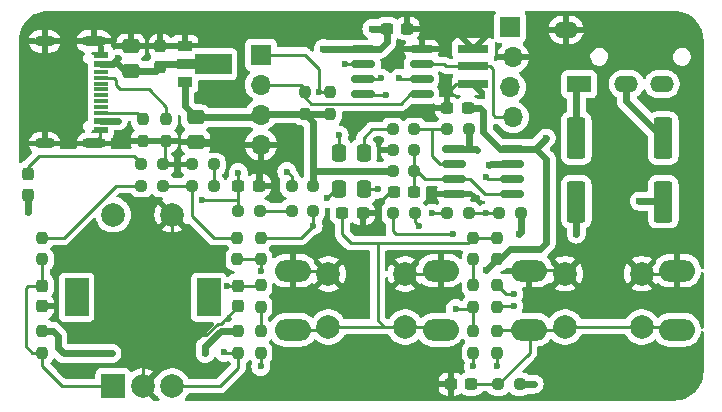
<source format=gbr>
%TF.GenerationSoftware,KiCad,Pcbnew,7.0.7*%
%TF.CreationDate,2024-04-15T22:15:05-04:00*%
%TF.ProjectId,metronome,6d657472-6f6e-46f6-9d65-2e6b69636164,rev?*%
%TF.SameCoordinates,Original*%
%TF.FileFunction,Copper,L1,Top*%
%TF.FilePolarity,Positive*%
%FSLAX46Y46*%
G04 Gerber Fmt 4.6, Leading zero omitted, Abs format (unit mm)*
G04 Created by KiCad (PCBNEW 7.0.7) date 2024-04-15 22:15:05*
%MOMM*%
%LPD*%
G01*
G04 APERTURE LIST*
G04 Aperture macros list*
%AMRoundRect*
0 Rectangle with rounded corners*
0 $1 Rounding radius*
0 $2 $3 $4 $5 $6 $7 $8 $9 X,Y pos of 4 corners*
0 Add a 4 corners polygon primitive as box body*
4,1,4,$2,$3,$4,$5,$6,$7,$8,$9,$2,$3,0*
0 Add four circle primitives for the rounded corners*
1,1,$1+$1,$2,$3*
1,1,$1+$1,$4,$5*
1,1,$1+$1,$6,$7*
1,1,$1+$1,$8,$9*
0 Add four rect primitives between the rounded corners*
20,1,$1+$1,$2,$3,$4,$5,0*
20,1,$1+$1,$4,$5,$6,$7,0*
20,1,$1+$1,$6,$7,$8,$9,0*
20,1,$1+$1,$8,$9,$2,$3,0*%
%AMFreePoly0*
4,1,9,3.862500,-0.866500,0.737500,-0.866500,0.737500,-0.450000,-0.737500,-0.450000,-0.737500,0.450000,0.737500,0.450000,0.737500,0.866500,3.862500,0.866500,3.862500,-0.866500,3.862500,-0.866500,$1*%
G04 Aperture macros list end*
%TA.AperFunction,SMDPad,CuDef*%
%ADD10RoundRect,0.237500X-0.237500X0.250000X-0.237500X-0.250000X0.237500X-0.250000X0.237500X0.250000X0*%
%TD*%
%TA.AperFunction,SMDPad,CuDef*%
%ADD11RoundRect,0.237500X0.237500X-0.250000X0.237500X0.250000X-0.237500X0.250000X-0.237500X-0.250000X0*%
%TD*%
%TA.AperFunction,SMDPad,CuDef*%
%ADD12RoundRect,0.150000X-0.825000X-0.150000X0.825000X-0.150000X0.825000X0.150000X-0.825000X0.150000X0*%
%TD*%
%TA.AperFunction,ComponentPad*%
%ADD13O,2.000000X1.400000*%
%TD*%
%TA.AperFunction,ComponentPad*%
%ADD14R,2.000000X1.400000*%
%TD*%
%TA.AperFunction,SMDPad,CuDef*%
%ADD15RoundRect,0.237500X-0.250000X-0.237500X0.250000X-0.237500X0.250000X0.237500X-0.250000X0.237500X0*%
%TD*%
%TA.AperFunction,SMDPad,CuDef*%
%ADD16RoundRect,0.237500X-0.300000X-0.237500X0.300000X-0.237500X0.300000X0.237500X-0.300000X0.237500X0*%
%TD*%
%TA.AperFunction,ComponentPad*%
%ADD17R,1.700000X1.700000*%
%TD*%
%TA.AperFunction,ComponentPad*%
%ADD18O,1.700000X1.700000*%
%TD*%
%TA.AperFunction,ComponentPad*%
%ADD19C,2.000000*%
%TD*%
%TA.AperFunction,ComponentPad*%
%ADD20O,3.048000X1.850000*%
%TD*%
%TA.AperFunction,SMDPad,CuDef*%
%ADD21R,1.160000X0.600000*%
%TD*%
%TA.AperFunction,SMDPad,CuDef*%
%ADD22R,1.160000X0.300000*%
%TD*%
%TA.AperFunction,ComponentPad*%
%ADD23O,2.000000X0.900000*%
%TD*%
%TA.AperFunction,ComponentPad*%
%ADD24O,1.700000X0.900000*%
%TD*%
%TA.AperFunction,SMDPad,CuDef*%
%ADD25R,2.600000X0.800000*%
%TD*%
%TA.AperFunction,SMDPad,CuDef*%
%ADD26RoundRect,0.250000X0.475000X-0.337500X0.475000X0.337500X-0.475000X0.337500X-0.475000X-0.337500X0*%
%TD*%
%TA.AperFunction,SMDPad,CuDef*%
%ADD27RoundRect,0.250000X-0.337500X-0.475000X0.337500X-0.475000X0.337500X0.475000X-0.337500X0.475000X0*%
%TD*%
%TA.AperFunction,SMDPad,CuDef*%
%ADD28RoundRect,0.250000X-0.475000X0.337500X-0.475000X-0.337500X0.475000X-0.337500X0.475000X0.337500X0*%
%TD*%
%TA.AperFunction,SMDPad,CuDef*%
%ADD29RoundRect,0.237500X0.237500X-0.300000X0.237500X0.300000X-0.237500X0.300000X-0.237500X-0.300000X0*%
%TD*%
%TA.AperFunction,SMDPad,CuDef*%
%ADD30RoundRect,0.237500X0.300000X0.237500X-0.300000X0.237500X-0.300000X-0.237500X0.300000X-0.237500X0*%
%TD*%
%TA.AperFunction,SMDPad,CuDef*%
%ADD31RoundRect,0.237500X0.250000X0.237500X-0.250000X0.237500X-0.250000X-0.237500X0.250000X-0.237500X0*%
%TD*%
%TA.AperFunction,ComponentPad*%
%ADD32R,2.000000X2.000000*%
%TD*%
%TA.AperFunction,ComponentPad*%
%ADD33R,2.000000X3.200000*%
%TD*%
%TA.AperFunction,SMDPad,CuDef*%
%ADD34RoundRect,0.237500X-0.237500X0.300000X-0.237500X-0.300000X0.237500X-0.300000X0.237500X0.300000X0*%
%TD*%
%TA.AperFunction,SMDPad,CuDef*%
%ADD35RoundRect,0.237500X-0.237500X0.287500X-0.237500X-0.287500X0.237500X-0.287500X0.237500X0.287500X0*%
%TD*%
%TA.AperFunction,SMDPad,CuDef*%
%ADD36R,1.300000X0.900000*%
%TD*%
%TA.AperFunction,SMDPad,CuDef*%
%ADD37FreePoly0,0.000000*%
%TD*%
%TA.AperFunction,SMDPad,CuDef*%
%ADD38RoundRect,0.250000X0.550000X-1.500000X0.550000X1.500000X-0.550000X1.500000X-0.550000X-1.500000X0*%
%TD*%
%TA.AperFunction,ViaPad*%
%ADD39C,0.600000*%
%TD*%
%TA.AperFunction,Conductor*%
%ADD40C,0.250000*%
%TD*%
%TA.AperFunction,Conductor*%
%ADD41C,0.600000*%
%TD*%
G04 APERTURE END LIST*
D10*
%TO.P,R22,1*%
%TO.N,Net-(J1-CC2)*%
X119000000Y-62675000D03*
%TO.P,R22,2*%
%TO.N,GND*%
X119000000Y-64500000D03*
%TD*%
D11*
%TO.P,R7,1*%
%TO.N,Net-(R6-Pad1)*%
X129000000Y-78550000D03*
%TO.P,R7,2*%
%TO.N,Net-(C2-Pad1)*%
X129000000Y-76725000D03*
%TD*%
%TO.P,R17,1*%
%TO.N,Net-(C1-Pad1)*%
X110500000Y-82425000D03*
%TO.P,R17,2*%
%TO.N,+3.3V*%
X110500000Y-80600000D03*
%TD*%
D12*
%TO.P,U3,1,VOUT1*%
%TO.N,VOUT1*%
X145353000Y-65151000D03*
%TO.P,U3,2,INAN*%
%TO.N,Net-(U3-INAN)*%
X145353000Y-66421000D03*
%TO.P,U3,3,INAP*%
%TO.N,Net-(U3-INAP)*%
X145353000Y-67691000D03*
%TO.P,U3,4,GND*%
%TO.N,GND*%
X145353000Y-68961000D03*
%TO.P,U3,5,INBP*%
%TO.N,Net-(U3-INAP)*%
X150303000Y-68961000D03*
%TO.P,U3,6,INBN*%
%TO.N,Net-(U3-INBN)*%
X150303000Y-67691000D03*
%TO.P,U3,7,VOUT2*%
%TO.N,VOUT2*%
X150303000Y-66421000D03*
%TO.P,U3,8,VDD*%
%TO.N,+3.3V*%
X150303000Y-65151000D03*
%TD*%
D13*
%TO.P,J4,G*%
%TO.N,GND*%
X154856000Y-55090000D03*
%TO.P,J4,R*%
%TO.N,BC1*%
X159956000Y-59690000D03*
%TO.P,J4,S*%
%TO.N,unconnected-(J4-PadS)*%
X162956000Y-59690000D03*
D14*
%TO.P,J4,T*%
%TO.N,BC2*%
X155956000Y-59690000D03*
%TD*%
D15*
%TO.P,R30,1*%
%TO.N,Net-(C12-Pad2)*%
X140161000Y-63500000D03*
%TO.P,R30,2*%
%TO.N,Net-(U3-INAN)*%
X141986000Y-63500000D03*
%TD*%
%TO.P,R19,1*%
%TO.N,Net-(C3-Pad1)*%
X131600000Y-68300000D03*
%TO.P,R19,2*%
%TO.N,+3.3V*%
X133425000Y-68300000D03*
%TD*%
%TO.P,R11,1*%
%TO.N,Net-(R11-Pad1)*%
X140208000Y-70612000D03*
%TO.P,R11,2*%
%TO.N,Net-(R10-Pad2)*%
X142033000Y-70612000D03*
%TD*%
D16*
%TO.P,C6,1*%
%TO.N,+3.3V*%
X139675000Y-55000000D03*
%TO.P,C6,2*%
%TO.N,GND*%
X141400000Y-55000000D03*
%TD*%
D17*
%TO.P,J3,1,Pin_1*%
%TO.N,SDA*%
X129000000Y-57200000D03*
D18*
%TO.P,J3,2,Pin_2*%
%TO.N,SCL*%
X129000000Y-59740000D03*
%TO.P,J3,3,Pin_3*%
%TO.N,+3.3V*%
X129000000Y-62280000D03*
%TO.P,J3,4,Pin_4*%
%TO.N,GND*%
X129000000Y-64820000D03*
%TD*%
D15*
%TO.P,R21,1*%
%TO.N,Net-(SW3-B)*%
X149098000Y-85090000D03*
%TO.P,R21,2*%
%TO.N,+3.3V*%
X150923000Y-85090000D03*
%TD*%
%TO.P,R32,1*%
%TO.N,Net-(C14-Pad2)*%
X144780000Y-70612000D03*
%TO.P,R32,2*%
%TO.N,Net-(U3-INBN)*%
X146605000Y-70612000D03*
%TD*%
D19*
%TO.P,SW2,1,A*%
%TO.N,GND*%
X134724000Y-75764000D03*
X141224000Y-75764000D03*
%TO.P,SW2,2,B*%
%TO.N,Net-(SW2-B)*%
X134724000Y-80264000D03*
X141224000Y-80264000D03*
%TD*%
D16*
%TO.P,C3,1*%
%TO.N,Net-(C3-Pad1)*%
X127100000Y-68300000D03*
%TO.P,C3,2*%
%TO.N,GND*%
X128825000Y-68300000D03*
%TD*%
D20*
%TO.P,SW5,1,A*%
%TO.N,GND*%
X131721200Y-75488800D03*
X144221200Y-75488800D03*
%TO.P,SW5,2,B*%
%TO.N,Net-(SW2-B)*%
X131721200Y-80488800D03*
X144221200Y-80488800D03*
%TD*%
D15*
%TO.P,R1,1*%
%TO.N,GND*%
X123200000Y-66500000D03*
%TO.P,R1,2*%
%TO.N,Net-(R1-Pad2)*%
X125025000Y-66500000D03*
%TD*%
D21*
%TO.P,J1,A1,GND*%
%TO.N,GND*%
X115449800Y-57201200D03*
%TO.P,J1,A4,VBUS*%
%TO.N,+5V*%
X115449800Y-58001200D03*
D22*
%TO.P,J1,A5,CC1*%
%TO.N,Net-(J1-CC1)*%
X115449800Y-59151200D03*
%TO.P,J1,A6,D+*%
%TO.N,unconnected-(J1-D+-PadA6)*%
X115449800Y-60151200D03*
%TO.P,J1,A7,D-*%
%TO.N,unconnected-(J1-D--PadA7)*%
X115449800Y-60651200D03*
%TO.P,J1,A8,SBU1*%
%TO.N,unconnected-(J1-SBU1-PadA8)*%
X115449800Y-61651200D03*
D21*
%TO.P,J1,A9,VBUS*%
%TO.N,+5V*%
X115449800Y-62801200D03*
%TO.P,J1,A12,GND*%
%TO.N,GND*%
X115449800Y-63601200D03*
%TO.P,J1,B1,GND*%
X115449800Y-63601200D03*
%TO.P,J1,B4,VBUS*%
%TO.N,+5V*%
X115449800Y-62801200D03*
D22*
%TO.P,J1,B5,CC2*%
%TO.N,Net-(J1-CC2)*%
X115449800Y-62151200D03*
%TO.P,J1,B6,D+*%
%TO.N,unconnected-(J1-D+-PadB6)*%
X115449800Y-61151200D03*
%TO.P,J1,B7,D-*%
%TO.N,unconnected-(J1-D--PadB7)*%
X115449800Y-59651200D03*
%TO.P,J1,B8,SBU2*%
%TO.N,unconnected-(J1-SBU2-PadB8)*%
X115449800Y-58651200D03*
D21*
%TO.P,J1,B9,VBUS*%
%TO.N,+5V*%
X115449800Y-58001200D03*
%TO.P,J1,B12,GND*%
%TO.N,GND*%
X115449800Y-57201200D03*
D23*
%TO.P,J1,S1,SHIELD*%
X114869800Y-56081200D03*
D24*
X110699800Y-56081200D03*
D23*
X114869800Y-64721200D03*
D24*
X110699800Y-64721200D03*
%TD*%
D11*
%TO.P,R23,1*%
%TO.N,GND*%
X121000000Y-64500000D03*
%TO.P,R23,2*%
%TO.N,Net-(J1-CC1)*%
X121000000Y-62675000D03*
%TD*%
D25*
%TO.P,Y1,1,1*%
%TO.N,GND*%
X147000000Y-56700000D03*
%TO.P,Y1,2,2*%
%TO.N,PA3*%
X147000000Y-58200000D03*
%TO.P,Y1,3,3*%
%TO.N,GND*%
X147000000Y-59700000D03*
%TD*%
D10*
%TO.P,R25,1*%
%TO.N,SCL*%
X132700000Y-60375000D03*
%TO.P,R25,2*%
%TO.N,+3.3V*%
X132700000Y-62200000D03*
%TD*%
D11*
%TO.P,R15,1*%
%TO.N,Net-(R15-Pad1)*%
X149000000Y-82425000D03*
%TO.P,R15,2*%
%TO.N,Net-(SW3-B)*%
X149000000Y-80600000D03*
%TD*%
D10*
%TO.P,R20,1*%
%TO.N,Net-(SW2-B)*%
X149000000Y-72700000D03*
%TO.P,R20,2*%
%TO.N,+3.3V*%
X149000000Y-74525000D03*
%TD*%
D15*
%TO.P,R10,1*%
%TO.N,Net-(R10-Pad1)*%
X131600000Y-70400000D03*
%TO.P,R10,2*%
%TO.N,Net-(R10-Pad2)*%
X133425000Y-70400000D03*
%TD*%
D20*
%TO.P,SW4,1,A*%
%TO.N,GND*%
X151739600Y-75488800D03*
X164239600Y-75488800D03*
%TO.P,SW4,2,B*%
%TO.N,Net-(SW3-B)*%
X151739600Y-80488800D03*
X164239600Y-80488800D03*
%TD*%
D19*
%TO.P,SW3,1,A*%
%TO.N,GND*%
X154760000Y-75750000D03*
X161260000Y-75750000D03*
%TO.P,SW3,2,B*%
%TO.N,Net-(SW3-B)*%
X154760000Y-80250000D03*
X161260000Y-80250000D03*
%TD*%
D26*
%TO.P,C7,1*%
%TO.N,+5V*%
X118000000Y-58575000D03*
%TO.P,C7,2*%
%TO.N,GND*%
X118000000Y-56500000D03*
%TD*%
D27*
%TO.P,C12,1*%
%TO.N,AUDIO_OUT*%
X135636000Y-65532000D03*
%TO.P,C12,2*%
%TO.N,Net-(C12-Pad2)*%
X137711000Y-65532000D03*
%TD*%
D28*
%TO.P,C8,1*%
%TO.N,+3.3V*%
X123500000Y-62500000D03*
%TO.P,C8,2*%
%TO.N,GND*%
X123500000Y-64575000D03*
%TD*%
D12*
%TO.P,U1,1,VCC*%
%TO.N,+3.3V*%
X137668000Y-56730000D03*
%TO.P,U1,2,PA6*%
%TO.N,AUDIO_OUT*%
X137668000Y-58000000D03*
%TO.P,U1,3,PA7*%
%TO.N,INPUTS*%
X137668000Y-59270000D03*
%TO.P,U1,4,PA1*%
%TO.N,SDA*%
X137668000Y-60540000D03*
%TO.P,U1,5,PA2*%
%TO.N,SCL*%
X142618000Y-60540000D03*
%TO.P,U1,6,~{RESET}/PA0*%
%TO.N,UPDI*%
X142618000Y-59270000D03*
%TO.P,U1,7,PA3*%
%TO.N,PA3*%
X142618000Y-58000000D03*
%TO.P,U1,8,GND*%
%TO.N,GND*%
X142618000Y-56730000D03*
%TD*%
D29*
%TO.P,C9,1*%
%TO.N,+5V*%
X120500000Y-58225000D03*
%TO.P,C9,2*%
%TO.N,GND*%
X120500000Y-56500000D03*
%TD*%
D30*
%TO.P,C15,1*%
%TO.N,+3.3V*%
X146505000Y-61722000D03*
%TO.P,C15,2*%
%TO.N,GND*%
X144780000Y-61722000D03*
%TD*%
D11*
%TO.P,R14,1*%
%TO.N,INPUTS*%
X147000000Y-82425000D03*
%TO.P,R14,2*%
%TO.N,Net-(R11-Pad1)*%
X147000000Y-80600000D03*
%TD*%
D31*
%TO.P,R3,1*%
%TO.N,Net-(R2-Pad1)*%
X120700000Y-68300000D03*
%TO.P,R3,2*%
%TO.N,Net-(R3-Pad2)*%
X118875000Y-68300000D03*
%TD*%
D32*
%TO.P,SW1,A,A*%
%TO.N,Net-(C1-Pad1)*%
X116500000Y-85250000D03*
D19*
%TO.P,SW1,B,B*%
%TO.N,Net-(C2-Pad1)*%
X121500000Y-85250000D03*
%TO.P,SW1,C,C*%
%TO.N,GND*%
X119000000Y-85250000D03*
D33*
%TO.P,SW1,MP*%
%TO.N,N/C*%
X113400000Y-77750000D03*
X124600000Y-77750000D03*
D19*
%TO.P,SW1,S1,S1*%
%TO.N,GND*%
X121500000Y-70750000D03*
%TO.P,SW1,S2,S2*%
%TO.N,Net-(C3-Pad1)*%
X116500000Y-70750000D03*
%TD*%
D10*
%TO.P,R5,1*%
%TO.N,Net-(R2-Pad1)*%
X127000000Y-72700000D03*
%TO.P,R5,2*%
%TO.N,Net-(R5-Pad2)*%
X127000000Y-74525000D03*
%TD*%
D27*
%TO.P,C14,1*%
%TO.N,AUDIO_OUT*%
X135636000Y-68580000D03*
%TO.P,C14,2*%
%TO.N,Net-(C14-Pad2)*%
X137711000Y-68580000D03*
%TD*%
D10*
%TO.P,R6,1*%
%TO.N,Net-(R6-Pad1)*%
X129000000Y-80600000D03*
%TO.P,R6,2*%
%TO.N,Net-(R5-Pad2)*%
X129000000Y-82425000D03*
%TD*%
%TO.P,R24,1*%
%TO.N,SDA*%
X134900000Y-60375000D03*
%TO.P,R24,2*%
%TO.N,+3.3V*%
X134900000Y-62200000D03*
%TD*%
D15*
%TO.P,R2,1*%
%TO.N,Net-(R2-Pad1)*%
X123175000Y-68300000D03*
%TO.P,R2,2*%
%TO.N,Net-(R1-Pad2)*%
X125000000Y-68300000D03*
%TD*%
D31*
%TO.P,R29,1*%
%TO.N,GND*%
X120700000Y-66500000D03*
%TO.P,R29,2*%
%TO.N,Net-(D1-K)*%
X118875000Y-66500000D03*
%TD*%
D15*
%TO.P,R28,1*%
%TO.N,Net-(U3-INAN)*%
X144780000Y-63500000D03*
%TO.P,R28,2*%
%TO.N,VOUT1*%
X146605000Y-63500000D03*
%TD*%
D34*
%TO.P,C1,1*%
%TO.N,Net-(C1-Pad1)*%
X110500000Y-76775000D03*
%TO.P,C1,2*%
%TO.N,GND*%
X110500000Y-78500000D03*
%TD*%
%TO.P,C2,1*%
%TO.N,Net-(C2-Pad1)*%
X127100000Y-76775000D03*
%TO.P,C2,2*%
%TO.N,GND*%
X127100000Y-78500000D03*
%TD*%
D31*
%TO.P,R27,1*%
%TO.N,Net-(U3-INAP)*%
X141986000Y-65278000D03*
%TO.P,R27,2*%
%TO.N,GND*%
X140161000Y-65278000D03*
%TD*%
D35*
%TO.P,D1,1,K*%
%TO.N,Net-(D1-K)*%
X109300000Y-67300000D03*
%TO.P,D1,2,A*%
%TO.N,+3.3V*%
X109300000Y-69050000D03*
%TD*%
D30*
%TO.P,C5,1*%
%TO.N,Net-(SW3-B)*%
X146812000Y-85090000D03*
%TO.P,C5,2*%
%TO.N,GND*%
X145087000Y-85090000D03*
%TD*%
D36*
%TO.P,U2,1,GND*%
%TO.N,GND*%
X122550000Y-56500000D03*
D37*
%TO.P,U2,2,VI*%
%TO.N,+5V*%
X122637500Y-58000000D03*
D36*
%TO.P,U2,3,VO*%
%TO.N,+3.3V*%
X122550000Y-59500000D03*
%TD*%
D11*
%TO.P,R4,1*%
%TO.N,Net-(C1-Pad1)*%
X110500000Y-74525000D03*
%TO.P,R4,2*%
%TO.N,Net-(R3-Pad2)*%
X110500000Y-72700000D03*
%TD*%
D15*
%TO.P,R26,1*%
%TO.N,+3.3V*%
X140161000Y-67056000D03*
%TO.P,R26,2*%
%TO.N,Net-(U3-INAP)*%
X141986000Y-67056000D03*
%TD*%
D11*
%TO.P,R18,1*%
%TO.N,Net-(C2-Pad1)*%
X127100000Y-82425000D03*
%TO.P,R18,2*%
%TO.N,+3.3V*%
X127100000Y-80600000D03*
%TD*%
%TO.P,R16,1*%
%TO.N,Net-(R15-Pad1)*%
X149000000Y-78550000D03*
%TO.P,R16,2*%
%TO.N,INPUTS*%
X149000000Y-76725000D03*
%TD*%
D10*
%TO.P,R13,1*%
%TO.N,Net-(R12-Pad1)*%
X147000000Y-76725000D03*
%TO.P,R13,2*%
%TO.N,Net-(R11-Pad1)*%
X147000000Y-78550000D03*
%TD*%
D38*
%TO.P,C11,1*%
%TO.N,VOUT1*%
X163068000Y-69662000D03*
%TO.P,C11,2*%
%TO.N,BC1*%
X163068000Y-64262000D03*
%TD*%
D16*
%TO.P,C4,1*%
%TO.N,Net-(SW2-B)*%
X135890000Y-70612000D03*
%TO.P,C4,2*%
%TO.N,GND*%
X137615000Y-70612000D03*
%TD*%
D30*
%TO.P,C10,1*%
%TO.N,Net-(U3-INAP)*%
X141986000Y-68834000D03*
%TO.P,C10,2*%
%TO.N,GND*%
X140261000Y-68834000D03*
%TD*%
D31*
%TO.P,R9,1*%
%TO.N,Net-(R10-Pad1)*%
X128912500Y-70400000D03*
%TO.P,R9,2*%
%TO.N,Net-(C3-Pad1)*%
X127087500Y-70400000D03*
%TD*%
D10*
%TO.P,R8,1*%
%TO.N,Net-(R10-Pad2)*%
X129000000Y-72700000D03*
%TO.P,R8,2*%
%TO.N,Net-(R5-Pad2)*%
X129000000Y-74525000D03*
%TD*%
D15*
%TO.P,R31,1*%
%TO.N,Net-(U3-INBN)*%
X149201500Y-70612000D03*
%TO.P,R31,2*%
%TO.N,VOUT2*%
X151026500Y-70612000D03*
%TD*%
D17*
%TO.P,J2,1,Pin_1*%
%TO.N,+3.3V*%
X150114000Y-54864000D03*
D18*
%TO.P,J2,2,Pin_2*%
%TO.N,GND*%
X150368000Y-57404000D03*
%TO.P,J2,3,Pin_3*%
%TO.N,UPDI*%
X150114000Y-59944000D03*
%TO.P,J2,4,Pin_4*%
%TO.N,PA3*%
X150368000Y-62484000D03*
%TD*%
D11*
%TO.P,R12,1*%
%TO.N,Net-(R12-Pad1)*%
X147000000Y-74525000D03*
%TO.P,R12,2*%
%TO.N,Net-(SW2-B)*%
X147000000Y-72700000D03*
%TD*%
D38*
%TO.P,C13,1*%
%TO.N,VOUT2*%
X155702000Y-69662000D03*
%TO.P,C13,2*%
%TO.N,BC2*%
X155702000Y-64262000D03*
%TD*%
D39*
%TO.N,SDA*%
X133900000Y-60400000D03*
%TO.N,GND*%
X147320000Y-69342000D03*
X145034000Y-83312000D03*
X139192000Y-65278000D03*
X138938000Y-69850000D03*
X142748000Y-61976000D03*
X130200000Y-68300000D03*
%TO.N,Net-(C2-Pad1)*%
X126099502Y-76800000D03*
X125900000Y-82400000D03*
%TO.N,Net-(C3-Pad1)*%
X124000000Y-69500000D03*
X131200000Y-67100000D03*
X127100000Y-67200000D03*
%TO.N,+3.3V*%
X153162000Y-64262000D03*
X116400000Y-82500000D03*
X134300000Y-56700000D03*
X152146000Y-85090000D03*
X109300000Y-70500000D03*
X124300000Y-82500000D03*
X148082000Y-75438000D03*
X138400000Y-55000000D03*
%TO.N,+5V*%
X116941600Y-62788800D03*
X116941600Y-57505600D03*
%TO.N,AUDIO_OUT*%
X134620000Y-69342000D03*
X135636000Y-64008000D03*
X136100000Y-58000000D03*
%TO.N,VOUT1*%
X147320000Y-65278000D03*
X161036000Y-69596000D03*
%TO.N,UPDI*%
X140716000Y-59182000D03*
%TO.N,Net-(R5-Pad2)*%
X129000000Y-75500000D03*
X129000000Y-83600000D03*
%TO.N,Net-(R10-Pad2)*%
X142400000Y-71700000D03*
X133425000Y-71675000D03*
%TO.N,Net-(R11-Pad1)*%
X145288000Y-72390000D03*
X145500000Y-78700000D03*
%TO.N,INPUTS*%
X147000000Y-83600000D03*
X139192000Y-59182000D03*
X150400000Y-77500000D03*
%TO.N,Net-(R15-Pad1)*%
X150400000Y-78500000D03*
X149000000Y-83600000D03*
%TO.N,SDA*%
X139600000Y-60600000D03*
%TO.N,VOUT2*%
X148336000Y-66548000D03*
X155702000Y-72390000D03*
X150876000Y-72390000D03*
%TO.N,Net-(C14-Pad2)*%
X138938000Y-68580000D03*
X143510000Y-70612000D03*
%TO.N,Net-(U3-INBN)*%
X148082000Y-67564000D03*
X148082000Y-70612000D03*
%TD*%
D40*
%TO.N,SCL*%
X132440000Y-59740000D02*
X129000000Y-59740000D01*
X132700000Y-60000000D02*
X132440000Y-59740000D01*
X132700000Y-60375000D02*
X132700000Y-60000000D01*
%TO.N,SDA*%
X133900000Y-58400000D02*
X133900000Y-60400000D01*
X132700000Y-57200000D02*
X133900000Y-58400000D01*
X129000000Y-57200000D02*
X132700000Y-57200000D01*
%TO.N,SCL*%
X132700000Y-60800000D02*
X133250000Y-61350000D01*
X132700000Y-60375000D02*
X132700000Y-60800000D01*
X133250000Y-61350000D02*
X140850000Y-61350000D01*
X140850000Y-61350000D02*
X141660000Y-60540000D01*
%TO.N,SDA*%
X133900000Y-60400000D02*
X134875000Y-60400000D01*
X134875000Y-60400000D02*
X134900000Y-60375000D01*
%TO.N,Net-(C1-Pad1)*%
X116500000Y-85250000D02*
X112150000Y-85250000D01*
X109625000Y-82425000D02*
X109100000Y-81900000D01*
X109325000Y-76775000D02*
X109100000Y-77000000D01*
X110500000Y-83600000D02*
X110500000Y-82425000D01*
X110500000Y-82425000D02*
X109625000Y-82425000D01*
X112150000Y-85250000D02*
X110500000Y-83600000D01*
X110500000Y-76775000D02*
X110500000Y-74525000D01*
X110500000Y-76775000D02*
X109325000Y-76775000D01*
X109100000Y-77000000D02*
X109100000Y-81400000D01*
X109100000Y-81900000D02*
X109100000Y-81400000D01*
%TO.N,GND*%
X121000000Y-64500000D02*
X123425000Y-64500000D01*
X128825000Y-68300000D02*
X129000000Y-68125000D01*
X145087000Y-85090000D02*
X145087000Y-83365000D01*
X151838000Y-75438000D02*
X154578000Y-75438000D01*
X120900000Y-64600000D02*
X121000000Y-64500000D01*
X119850000Y-80950000D02*
X118200000Y-82600000D01*
X121500000Y-80850000D02*
X121400000Y-80950000D01*
X120500000Y-56500000D02*
X122550000Y-56500000D01*
X138430000Y-70612000D02*
X138684000Y-70612000D01*
X125341116Y-79975000D02*
X124366116Y-80950000D01*
X119000000Y-83400000D02*
X119000000Y-85250000D01*
X143002000Y-61722000D02*
X142748000Y-61976000D01*
X154500000Y-75500000D02*
X154750000Y-75750000D01*
X127100000Y-78500000D02*
X125625000Y-79975000D01*
X115392400Y-64143200D02*
X114812400Y-64723200D01*
X144010000Y-75750000D02*
X144260000Y-75500000D01*
X120900000Y-66300000D02*
X120900000Y-64600000D01*
X118200000Y-82600000D02*
X119000000Y-83400000D01*
X123500000Y-64575000D02*
X123745000Y-64820000D01*
X145087000Y-83365000D02*
X145034000Y-83312000D01*
X121400000Y-80950000D02*
X119850000Y-80950000D01*
X140161000Y-65278000D02*
X139192000Y-65278000D01*
X144780000Y-61722000D02*
X144780000Y-60452000D01*
X118000000Y-56500000D02*
X120500000Y-56500000D01*
X145532000Y-59700000D02*
X147000000Y-59700000D01*
X120700000Y-66500000D02*
X120900000Y-66300000D01*
X119000000Y-64500000D02*
X121000000Y-64500000D01*
X129000000Y-68125000D02*
X129000000Y-64820000D01*
X119000000Y-64500000D02*
X118880000Y-64620000D01*
X134500000Y-75500000D02*
X134750000Y-75750000D01*
X139954000Y-68834000D02*
X138938000Y-69850000D01*
X164010000Y-75750000D02*
X164260000Y-75500000D01*
X138430000Y-70612000D02*
X137615000Y-70612000D01*
X146939000Y-68961000D02*
X147320000Y-69342000D01*
X124366116Y-80950000D02*
X121400000Y-80950000D01*
X113400000Y-81400000D02*
X117000000Y-81400000D01*
X141250000Y-75750000D02*
X144010000Y-75750000D01*
X140261000Y-68834000D02*
X139954000Y-68834000D01*
X123745000Y-64820000D02*
X129000000Y-64820000D01*
X144780000Y-60452000D02*
X145532000Y-59700000D01*
X138938000Y-70358000D02*
X138938000Y-69850000D01*
X161250000Y-75750000D02*
X164010000Y-75750000D01*
X131760000Y-75500000D02*
X134500000Y-75500000D01*
X138684000Y-70612000D02*
X138938000Y-70358000D01*
X130200000Y-68300000D02*
X128825000Y-68300000D01*
X125625000Y-79975000D02*
X125341116Y-79975000D01*
X123425000Y-64500000D02*
X123500000Y-64575000D01*
X144780000Y-61722000D02*
X143002000Y-61722000D01*
X120700000Y-66500000D02*
X123200000Y-66500000D01*
X145353000Y-68961000D02*
X146939000Y-68961000D01*
X121500000Y-70750000D02*
X121500000Y-80850000D01*
X115392400Y-63603200D02*
X115392400Y-64143200D01*
X117000000Y-81400000D02*
X118200000Y-82600000D01*
%TO.N,Net-(C2-Pad1)*%
X126099502Y-76800000D02*
X127075000Y-76800000D01*
X127100000Y-83700000D02*
X127100000Y-82900000D01*
X121500000Y-85250000D02*
X125550000Y-85250000D01*
X127100000Y-76775000D02*
X128950000Y-76775000D01*
X127100000Y-82425000D02*
X125925000Y-82425000D01*
X129000000Y-76725000D02*
X128950000Y-76775000D01*
X127075000Y-76800000D02*
X127100000Y-76775000D01*
X125925000Y-82425000D02*
X125900000Y-82400000D01*
X125550000Y-85250000D02*
X127100000Y-83700000D01*
%TO.N,Net-(C3-Pad1)*%
X127100000Y-68300000D02*
X127100000Y-69600000D01*
X127000000Y-69500000D02*
X127100000Y-69600000D01*
X124000000Y-69500000D02*
X127000000Y-69500000D01*
X131600000Y-67500000D02*
X131200000Y-67100000D01*
X127100000Y-69600000D02*
X127100000Y-70387500D01*
X127100000Y-67200000D02*
X127100000Y-68300000D01*
X131600000Y-68300000D02*
X131600000Y-67500000D01*
X127100000Y-70387500D02*
X127087500Y-70400000D01*
%TO.N,Net-(SW2-B)*%
X134750000Y-80250000D02*
X141250000Y-80250000D01*
X138900000Y-73190000D02*
X138938000Y-73152000D01*
X135890000Y-72390000D02*
X136652000Y-73152000D01*
X146548000Y-73152000D02*
X147000000Y-72700000D01*
X141250000Y-80250000D02*
X144010000Y-80250000D01*
X134500000Y-80500000D02*
X134750000Y-80250000D01*
X149000000Y-72700000D02*
X147000000Y-72700000D01*
X144010000Y-80250000D02*
X144260000Y-80500000D01*
X141250000Y-80250000D02*
X139450000Y-80250000D01*
X131760000Y-80500000D02*
X134500000Y-80500000D01*
X139450000Y-80250000D02*
X138900000Y-79700000D01*
X138938000Y-73152000D02*
X146548000Y-73152000D01*
X135890000Y-70612000D02*
X135890000Y-72390000D01*
X136652000Y-73152000D02*
X138938000Y-73152000D01*
X138900000Y-79700000D02*
X138900000Y-73190000D01*
%TO.N,Net-(SW3-B)*%
X151760000Y-82428000D02*
X151760000Y-80500000D01*
X154500000Y-80500000D02*
X154750000Y-80250000D01*
X164010000Y-80250000D02*
X164260000Y-80500000D01*
X146812000Y-85090000D02*
X149098000Y-85090000D01*
X149000000Y-80600000D02*
X149100000Y-80500000D01*
X154750000Y-80250000D02*
X161250000Y-80250000D01*
X149100000Y-80500000D02*
X151760000Y-80500000D01*
X149098000Y-85090000D02*
X151760000Y-82428000D01*
X151760000Y-80500000D02*
X154500000Y-80500000D01*
X161250000Y-80250000D02*
X164010000Y-80250000D01*
D41*
%TO.N,+3.3V*%
X132700000Y-62200000D02*
X129080000Y-62200000D01*
X133425000Y-68300000D02*
X133425000Y-67056000D01*
X146505000Y-61722000D02*
X147574000Y-61722000D01*
X122550000Y-59500000D02*
X122550000Y-61550000D01*
X111800000Y-81000000D02*
X111400000Y-80600000D01*
X127100000Y-80600000D02*
X125600000Y-80600000D01*
X111800000Y-82000000D02*
X111800000Y-81000000D01*
X149000000Y-74525000D02*
X148995000Y-74525000D01*
X152654000Y-73660000D02*
X153162000Y-73152000D01*
X111400000Y-80600000D02*
X110500000Y-80600000D01*
X116400000Y-82500000D02*
X112300000Y-82500000D01*
X150114000Y-73660000D02*
X152654000Y-73660000D01*
X137668000Y-56730000D02*
X134330000Y-56730000D01*
X153162000Y-73152000D02*
X153162000Y-66040000D01*
X125600000Y-80600000D02*
X124300000Y-81900000D01*
X134330000Y-56730000D02*
X134300000Y-56700000D01*
X147828000Y-63754000D02*
X149225000Y-65151000D01*
X149249000Y-74525000D02*
X150114000Y-73660000D01*
X137668000Y-56730000D02*
X139070000Y-56730000D01*
X129080000Y-62200000D02*
X129000000Y-62280000D01*
X147574000Y-61722000D02*
X147828000Y-61976000D01*
X138400000Y-55000000D02*
X139675000Y-55000000D01*
X109300000Y-70500000D02*
X109300000Y-69050000D01*
X153162000Y-66040000D02*
X152273000Y-65151000D01*
X123500000Y-62500000D02*
X128780000Y-62500000D01*
X150303000Y-65151000D02*
X152273000Y-65151000D01*
X133425000Y-62925000D02*
X132700000Y-62200000D01*
X148995000Y-74525000D02*
X148082000Y-75438000D01*
X122550000Y-61550000D02*
X123500000Y-62500000D01*
X150923000Y-85090000D02*
X152146000Y-85090000D01*
X133425000Y-67056000D02*
X133425000Y-62925000D01*
X132700000Y-62200000D02*
X134900000Y-62200000D01*
X124300000Y-81900000D02*
X124300000Y-82500000D01*
X139675000Y-56125000D02*
X139675000Y-55000000D01*
X149225000Y-65151000D02*
X150303000Y-65151000D01*
X149000000Y-74525000D02*
X149249000Y-74525000D01*
X112300000Y-82500000D02*
X111800000Y-82000000D01*
X152273000Y-65151000D02*
X153162000Y-64262000D01*
X147828000Y-61976000D02*
X147828000Y-63754000D01*
X128780000Y-62500000D02*
X129000000Y-62280000D01*
X139070000Y-56730000D02*
X139675000Y-56125000D01*
X140161000Y-67056000D02*
X133425000Y-67056000D01*
%TO.N,+5V*%
X120150000Y-58575000D02*
X120500000Y-58225000D01*
X116687600Y-57759600D02*
X116941600Y-57505600D01*
X122637500Y-58000000D02*
X120725000Y-58000000D01*
X120725000Y-58000000D02*
X120500000Y-58225000D01*
X116446000Y-58001200D02*
X116687600Y-57759600D01*
X118000000Y-58575000D02*
X120150000Y-58575000D01*
X117503000Y-58575000D02*
X116687600Y-57759600D01*
X116929200Y-62801200D02*
X116941600Y-62788800D01*
X115449800Y-62801200D02*
X116929200Y-62801200D01*
X115449800Y-58001200D02*
X116446000Y-58001200D01*
X118000000Y-58575000D02*
X117503000Y-58575000D01*
D40*
%TO.N,Net-(U3-INAP)*%
X145353000Y-67691000D02*
X146685000Y-67691000D01*
X145353000Y-67691000D02*
X142875000Y-67691000D01*
X146685000Y-67691000D02*
X147955000Y-68961000D01*
X142875000Y-67691000D02*
X142240000Y-67056000D01*
X141986000Y-65278000D02*
X141986000Y-67056000D01*
X147955000Y-68961000D02*
X150303000Y-68961000D01*
X141986000Y-68834000D02*
X141986000Y-67056000D01*
X142240000Y-67056000D02*
X141986000Y-67056000D01*
%TO.N,AUDIO_OUT*%
X138050000Y-58000000D02*
X136100000Y-58000000D01*
X135636000Y-68580000D02*
X135382000Y-68580000D01*
X135636000Y-65532000D02*
X135636000Y-64008000D01*
X135382000Y-68580000D02*
X134620000Y-69342000D01*
D41*
%TO.N,VOUT1*%
X146605000Y-63500000D02*
X146605000Y-64944000D01*
X161036000Y-69596000D02*
X163002000Y-69596000D01*
X147193000Y-65151000D02*
X147320000Y-65278000D01*
X146605000Y-64944000D02*
X146812000Y-65151000D01*
X146812000Y-65151000D02*
X147193000Y-65151000D01*
X145353000Y-65151000D02*
X146812000Y-65151000D01*
X163002000Y-69596000D02*
X163068000Y-69662000D01*
D40*
%TO.N,Net-(J1-CC1)*%
X117046800Y-60100000D02*
X119500000Y-60100000D01*
X121000000Y-61600000D02*
X121000000Y-62675000D01*
X116738400Y-59791600D02*
X117046800Y-60100000D01*
X119500000Y-60100000D02*
X121000000Y-61600000D01*
X115392400Y-59153200D02*
X116557200Y-59153200D01*
X116557200Y-59153200D02*
X116738400Y-59334400D01*
X116738400Y-59334400D02*
X116738400Y-59791600D01*
%TO.N,Net-(J1-CC2)*%
X118478200Y-62153200D02*
X119000000Y-62675000D01*
X115392400Y-62153200D02*
X118478200Y-62153200D01*
%TO.N,UPDI*%
X142618000Y-59270000D02*
X140804000Y-59270000D01*
X140804000Y-59270000D02*
X140716000Y-59182000D01*
%TO.N,Net-(R1-Pad2)*%
X125000000Y-68300000D02*
X125000000Y-66525000D01*
X125000000Y-66525000D02*
X125025000Y-66500000D01*
%TO.N,Net-(R2-Pad1)*%
X123175000Y-70875000D02*
X123175000Y-68300000D01*
X127000000Y-72700000D02*
X125000000Y-72700000D01*
X125000000Y-72700000D02*
X123175000Y-70875000D01*
X120700000Y-68300000D02*
X123175000Y-68300000D01*
%TO.N,Net-(R3-Pad2)*%
X112300000Y-72700000D02*
X110500000Y-72700000D01*
X118875000Y-68300000D02*
X116700000Y-68300000D01*
X116700000Y-68300000D02*
X112300000Y-72700000D01*
%TO.N,Net-(R5-Pad2)*%
X129000000Y-82425000D02*
X129000000Y-83600000D01*
X127000000Y-74525000D02*
X129000000Y-74525000D01*
X129000000Y-75500000D02*
X129000000Y-74525000D01*
%TO.N,Net-(R6-Pad1)*%
X129000000Y-78550000D02*
X129000000Y-80600000D01*
%TO.N,Net-(R10-Pad2)*%
X132400000Y-72700000D02*
X133425000Y-71675000D01*
X133425000Y-71675000D02*
X133425000Y-70400000D01*
X142033000Y-70612000D02*
X142033000Y-71333000D01*
X142033000Y-71333000D02*
X142400000Y-71700000D01*
X129000000Y-72700000D02*
X132400000Y-72700000D01*
%TO.N,Net-(R10-Pad1)*%
X128912500Y-70400000D02*
X131600000Y-70400000D01*
%TO.N,Net-(R11-Pad1)*%
X140208000Y-72136000D02*
X140462000Y-72390000D01*
X140208000Y-70612000D02*
X140208000Y-72136000D01*
X147000000Y-80600000D02*
X147000000Y-78550000D01*
X140462000Y-72390000D02*
X141478000Y-72390000D01*
X146850000Y-78700000D02*
X147000000Y-78550000D01*
X145500000Y-78700000D02*
X146850000Y-78700000D01*
X141478000Y-72390000D02*
X145288000Y-72390000D01*
%TO.N,Net-(R12-Pad1)*%
X147000000Y-74525000D02*
X147000000Y-76725000D01*
%TO.N,INPUTS*%
X149775000Y-77500000D02*
X149000000Y-76725000D01*
X139104000Y-59270000D02*
X139192000Y-59182000D01*
X150400000Y-77500000D02*
X149775000Y-77500000D01*
X147000000Y-82425000D02*
X147000000Y-83600000D01*
X137668000Y-59270000D02*
X139104000Y-59270000D01*
%TO.N,Net-(R15-Pad1)*%
X150400000Y-78500000D02*
X149050000Y-78500000D01*
X149050000Y-78500000D02*
X149000000Y-78550000D01*
X149000000Y-82425000D02*
X149000000Y-83600000D01*
%TO.N,SCL*%
X141660000Y-60540000D02*
X143000000Y-60540000D01*
%TO.N,SDA*%
X138110000Y-60600000D02*
X138050000Y-60540000D01*
X139600000Y-60600000D02*
X138110000Y-60600000D01*
D41*
%TO.N,BC1*%
X159956000Y-59690000D02*
X159956000Y-61150000D01*
X159956000Y-61150000D02*
X163068000Y-64262000D01*
D40*
%TO.N,PA3*%
X148844000Y-62484000D02*
X150368000Y-62484000D01*
X144500000Y-58000000D02*
X144700000Y-58200000D01*
X148625000Y-62265000D02*
X148844000Y-62484000D01*
X147000000Y-58200000D02*
X148370000Y-58200000D01*
X148625000Y-58455000D02*
X148625000Y-62265000D01*
X148370000Y-58200000D02*
X148625000Y-58455000D01*
X143000000Y-58000000D02*
X144500000Y-58000000D01*
X144700000Y-58200000D02*
X147000000Y-58200000D01*
%TO.N,Net-(D1-K)*%
X118875000Y-66375000D02*
X118300000Y-65800000D01*
X118875000Y-66500000D02*
X118875000Y-66375000D01*
X109300000Y-66700000D02*
X109300000Y-67300000D01*
X110200000Y-65800000D02*
X109300000Y-66700000D01*
X118300000Y-65800000D02*
X110200000Y-65800000D01*
%TO.N,Net-(C12-Pad2)*%
X140161000Y-63500000D02*
X138430000Y-63500000D01*
X137711000Y-64219000D02*
X137711000Y-65532000D01*
X138430000Y-63500000D02*
X137711000Y-64219000D01*
D41*
%TO.N,VOUT2*%
X150303000Y-66421000D02*
X148463000Y-66421000D01*
X148463000Y-66421000D02*
X148336000Y-66548000D01*
X151026500Y-72239500D02*
X150876000Y-72390000D01*
X155702000Y-72390000D02*
X155702000Y-69662000D01*
X151026500Y-70612000D02*
X151026500Y-72239500D01*
%TO.N,BC2*%
X155702000Y-59944000D02*
X155956000Y-59690000D01*
X155702000Y-64262000D02*
X155702000Y-59944000D01*
D40*
%TO.N,Net-(C14-Pad2)*%
X137711000Y-68580000D02*
X138938000Y-68580000D01*
X143510000Y-70612000D02*
X143764000Y-70612000D01*
X143764000Y-70612000D02*
X144780000Y-70612000D01*
%TO.N,Net-(U3-INAN)*%
X145353000Y-66421000D02*
X144145000Y-66421000D01*
X141986000Y-63500000D02*
X143510000Y-63500000D01*
X143510000Y-65786000D02*
X143510000Y-63500000D01*
X144145000Y-66421000D02*
X143510000Y-65786000D01*
X144780000Y-63500000D02*
X143510000Y-63500000D01*
%TO.N,Net-(U3-INBN)*%
X148082000Y-70612000D02*
X149201500Y-70612000D01*
X148209000Y-67691000D02*
X148082000Y-67564000D01*
X150303000Y-67691000D02*
X148209000Y-67691000D01*
X146605000Y-70612000D02*
X148082000Y-70612000D01*
%TD*%
%TA.AperFunction,Conductor*%
%TO.N,GND*%
G36*
X119602470Y-85499363D02*
G01*
X119608949Y-85505396D01*
X120232625Y-86129073D01*
X120266111Y-86135244D01*
X120307122Y-86171949D01*
X120308683Y-86170735D01*
X120311830Y-86174778D01*
X120311834Y-86174782D01*
X120311836Y-86174785D01*
X120419296Y-86291518D01*
X120450218Y-86354171D01*
X120442358Y-86423598D01*
X120398211Y-86477753D01*
X120331793Y-86499444D01*
X120328066Y-86499500D01*
X119947309Y-86499500D01*
X119880270Y-86479815D01*
X119859628Y-86463181D01*
X119259116Y-85862669D01*
X119225631Y-85801346D01*
X119230615Y-85731654D01*
X119267641Y-85682193D01*
X119266398Y-85680759D01*
X119273100Y-85674952D01*
X119381761Y-85580798D01*
X119416952Y-85526038D01*
X119469755Y-85480283D01*
X119538914Y-85470339D01*
X119602470Y-85499363D01*
G37*
%TD.AperFunction*%
%TA.AperFunction,Conductor*%
G36*
X166467948Y-80603364D02*
G01*
X166497951Y-80666464D01*
X166499500Y-80686004D01*
X166499500Y-83998122D01*
X166499387Y-84001867D01*
X166481502Y-84297534D01*
X166480598Y-84304973D01*
X166427543Y-84594483D01*
X166425750Y-84601759D01*
X166338192Y-84882745D01*
X166335534Y-84889751D01*
X166214737Y-85158153D01*
X166211254Y-85164788D01*
X166058989Y-85416665D01*
X166054733Y-85422833D01*
X165873215Y-85654523D01*
X165868246Y-85660132D01*
X165660132Y-85868246D01*
X165654523Y-85873215D01*
X165422833Y-86054733D01*
X165416665Y-86058989D01*
X165164788Y-86211254D01*
X165158153Y-86214737D01*
X164889751Y-86335534D01*
X164882749Y-86338190D01*
X164831466Y-86354171D01*
X164601759Y-86425750D01*
X164594483Y-86427543D01*
X164304973Y-86480598D01*
X164297534Y-86481502D01*
X164001867Y-86499387D01*
X163998122Y-86499500D01*
X122671934Y-86499500D01*
X122604895Y-86479815D01*
X122559140Y-86427011D01*
X122549196Y-86357853D01*
X122578221Y-86294297D01*
X122580681Y-86291542D01*
X122688164Y-86174785D01*
X122824173Y-85966607D01*
X122824175Y-85966603D01*
X122831595Y-85949689D01*
X122876551Y-85896203D01*
X122943287Y-85875514D01*
X122945150Y-85875500D01*
X125467257Y-85875500D01*
X125482877Y-85877224D01*
X125482904Y-85876939D01*
X125490660Y-85877671D01*
X125490667Y-85877673D01*
X125559814Y-85875500D01*
X125589350Y-85875500D01*
X125596228Y-85874630D01*
X125602041Y-85874172D01*
X125648627Y-85872709D01*
X125667869Y-85867117D01*
X125686912Y-85863174D01*
X125706792Y-85860664D01*
X125750122Y-85843507D01*
X125755646Y-85841617D01*
X125759396Y-85840527D01*
X125800390Y-85828618D01*
X125817629Y-85818422D01*
X125835103Y-85809862D01*
X125853727Y-85802488D01*
X125853727Y-85802487D01*
X125853732Y-85802486D01*
X125891449Y-85775082D01*
X125896305Y-85771892D01*
X125936420Y-85748170D01*
X125950589Y-85733999D01*
X125965379Y-85721368D01*
X125981587Y-85709594D01*
X126011299Y-85673676D01*
X126015212Y-85669376D01*
X126344588Y-85340000D01*
X144049501Y-85340000D01*
X144049501Y-85376654D01*
X144059819Y-85477652D01*
X144114046Y-85641300D01*
X144114051Y-85641311D01*
X144204552Y-85788034D01*
X144204555Y-85788038D01*
X144326461Y-85909944D01*
X144326465Y-85909947D01*
X144473188Y-86000448D01*
X144473199Y-86000453D01*
X144636847Y-86054680D01*
X144737851Y-86064999D01*
X144837000Y-86064998D01*
X144837000Y-85340000D01*
X144049501Y-85340000D01*
X126344588Y-85340000D01*
X126844589Y-84840000D01*
X144049500Y-84840000D01*
X144837000Y-84840000D01*
X144837000Y-84114999D01*
X144737860Y-84115000D01*
X144737844Y-84115001D01*
X144636847Y-84125319D01*
X144473199Y-84179546D01*
X144473188Y-84179551D01*
X144326465Y-84270052D01*
X144326461Y-84270055D01*
X144204555Y-84391961D01*
X144204552Y-84391965D01*
X144114051Y-84538688D01*
X144114046Y-84538699D01*
X144059819Y-84702347D01*
X144049500Y-84803345D01*
X144049500Y-84840000D01*
X126844589Y-84840000D01*
X127483787Y-84200802D01*
X127496042Y-84190986D01*
X127495859Y-84190764D01*
X127501866Y-84185792D01*
X127501877Y-84185786D01*
X127532775Y-84152882D01*
X127549227Y-84135364D01*
X127559671Y-84124918D01*
X127570120Y-84114471D01*
X127574379Y-84108978D01*
X127578152Y-84104561D01*
X127610062Y-84070582D01*
X127619715Y-84053020D01*
X127630389Y-84036770D01*
X127642673Y-84020936D01*
X127661180Y-83978167D01*
X127663749Y-83972924D01*
X127676614Y-83949523D01*
X127686197Y-83932092D01*
X127691177Y-83912691D01*
X127697478Y-83894288D01*
X127705438Y-83875896D01*
X127712730Y-83829849D01*
X127713911Y-83824152D01*
X127718519Y-83806206D01*
X127725500Y-83779019D01*
X127725500Y-83758982D01*
X127727027Y-83739582D01*
X127728983Y-83727233D01*
X127730160Y-83719804D01*
X127725775Y-83673415D01*
X127725500Y-83667577D01*
X127725500Y-83371981D01*
X127745185Y-83304942D01*
X127784404Y-83266442D01*
X127785295Y-83265892D01*
X127798350Y-83257840D01*
X127920340Y-83135850D01*
X127944463Y-83096741D01*
X127996405Y-83050019D01*
X128065368Y-83038795D01*
X128129451Y-83066637D01*
X128155537Y-83096741D01*
X128179659Y-83135849D01*
X128224321Y-83180511D01*
X128257806Y-83241834D01*
X128253681Y-83309147D01*
X128214633Y-83420737D01*
X128214630Y-83420750D01*
X128194435Y-83599996D01*
X128194435Y-83600003D01*
X128214630Y-83779249D01*
X128214631Y-83779254D01*
X128274211Y-83949523D01*
X128350278Y-84070582D01*
X128370184Y-84102262D01*
X128497738Y-84229816D01*
X128561149Y-84269660D01*
X128649567Y-84325217D01*
X128650478Y-84325789D01*
X128782410Y-84371954D01*
X128820745Y-84385368D01*
X128820750Y-84385369D01*
X128999996Y-84405565D01*
X129000000Y-84405565D01*
X129000004Y-84405565D01*
X129179249Y-84385369D01*
X129179252Y-84385368D01*
X129179255Y-84385368D01*
X129349522Y-84325789D01*
X129502262Y-84229816D01*
X129629816Y-84102262D01*
X129725789Y-83949522D01*
X129785368Y-83779255D01*
X129787899Y-83756791D01*
X129805565Y-83600003D01*
X129805565Y-83599996D01*
X129785369Y-83420750D01*
X129785367Y-83420740D01*
X129757432Y-83340908D01*
X129746317Y-83309146D01*
X129742755Y-83239369D01*
X129775679Y-83180510D01*
X129820340Y-83135850D01*
X129910908Y-82989016D01*
X129965174Y-82825253D01*
X129975500Y-82724177D01*
X129975499Y-82125824D01*
X129974653Y-82117546D01*
X129965174Y-82024747D01*
X129950000Y-81978955D01*
X129910908Y-81860984D01*
X129820340Y-81714150D01*
X129706370Y-81600181D01*
X129672886Y-81538858D01*
X129677870Y-81469166D01*
X129706368Y-81424821D01*
X129794117Y-81337072D01*
X129855436Y-81303590D01*
X129925128Y-81308574D01*
X129974878Y-81342832D01*
X130132275Y-81521669D01*
X130132279Y-81521673D01*
X130321070Y-81674111D01*
X130532909Y-81792452D01*
X130532912Y-81792453D01*
X130761707Y-81873291D01*
X130761713Y-81873292D01*
X131000862Y-81914299D01*
X131000870Y-81914299D01*
X131000872Y-81914300D01*
X131000873Y-81914300D01*
X132380759Y-81914300D01*
X132561975Y-81898876D01*
X132561975Y-81898875D01*
X132561982Y-81898875D01*
X132796808Y-81837731D01*
X132796811Y-81837730D01*
X133017913Y-81737786D01*
X133017916Y-81737783D01*
X133017923Y-81737781D01*
X133218965Y-81601900D01*
X133394152Y-81433997D01*
X133468578Y-81333366D01*
X133524265Y-81291174D01*
X133593926Y-81285786D01*
X133655443Y-81318915D01*
X133659480Y-81323098D01*
X133704256Y-81371738D01*
X133900491Y-81524474D01*
X133948542Y-81550478D01*
X134102764Y-81633939D01*
X134119190Y-81642828D01*
X134354386Y-81723571D01*
X134599665Y-81764500D01*
X134848335Y-81764500D01*
X135093614Y-81723571D01*
X135328810Y-81642828D01*
X135547509Y-81524474D01*
X135743744Y-81371738D01*
X135912164Y-81188785D01*
X136048173Y-80980607D01*
X136061734Y-80949689D01*
X136106692Y-80896204D01*
X136173428Y-80875514D01*
X136175291Y-80875500D01*
X139370981Y-80875500D01*
X139391016Y-80875500D01*
X139410414Y-80877026D01*
X139430194Y-80880159D01*
X139430195Y-80880160D01*
X139430195Y-80880159D01*
X139430196Y-80880160D01*
X139476583Y-80875775D01*
X139482422Y-80875500D01*
X139772709Y-80875500D01*
X139839748Y-80895185D01*
X139885503Y-80947989D01*
X139886265Y-80949689D01*
X139899827Y-80980608D01*
X140035833Y-81188782D01*
X140035836Y-81188785D01*
X140204256Y-81371738D01*
X140400491Y-81524474D01*
X140448542Y-81550478D01*
X140602764Y-81633939D01*
X140619190Y-81642828D01*
X140854386Y-81723571D01*
X141099665Y-81764500D01*
X141348335Y-81764500D01*
X141593614Y-81723571D01*
X141828810Y-81642828D01*
X142047509Y-81524474D01*
X142243744Y-81371738D01*
X142281840Y-81330353D01*
X142341724Y-81294365D01*
X142411562Y-81296464D01*
X142469178Y-81335988D01*
X142471609Y-81339118D01*
X142632275Y-81521669D01*
X142632279Y-81521673D01*
X142821070Y-81674111D01*
X143032909Y-81792452D01*
X143032912Y-81792453D01*
X143261707Y-81873291D01*
X143261713Y-81873292D01*
X143500862Y-81914299D01*
X143500870Y-81914299D01*
X143500872Y-81914300D01*
X143500873Y-81914300D01*
X144880759Y-81914300D01*
X145061975Y-81898876D01*
X145061975Y-81898875D01*
X145061982Y-81898875D01*
X145296808Y-81837731D01*
X145296811Y-81837730D01*
X145517913Y-81737786D01*
X145517916Y-81737783D01*
X145517923Y-81737781D01*
X145718965Y-81601900D01*
X145894152Y-81433997D01*
X145982795Y-81314143D01*
X146038482Y-81271951D01*
X146108143Y-81266563D01*
X146169660Y-81299692D01*
X146179538Y-81310728D01*
X146293629Y-81424819D01*
X146327114Y-81486142D01*
X146322130Y-81555834D01*
X146293629Y-81600181D01*
X146179661Y-81714148D01*
X146089093Y-81860981D01*
X146089091Y-81860986D01*
X146078726Y-81892265D01*
X146034826Y-82024747D01*
X146034826Y-82024748D01*
X146034825Y-82024748D01*
X146024500Y-82125815D01*
X146024500Y-82724169D01*
X146024501Y-82724187D01*
X146034825Y-82825252D01*
X146051054Y-82874226D01*
X146088536Y-82987339D01*
X146089092Y-82989015D01*
X146089093Y-82989018D01*
X146102773Y-83011197D01*
X146179659Y-83135849D01*
X146179661Y-83135851D01*
X146224321Y-83180511D01*
X146257806Y-83241834D01*
X146253681Y-83309147D01*
X146214633Y-83420737D01*
X146214630Y-83420750D01*
X146194435Y-83599996D01*
X146194435Y-83600003D01*
X146214630Y-83779249D01*
X146214631Y-83779254D01*
X146274211Y-83949523D01*
X146296313Y-83984698D01*
X146315313Y-84051935D01*
X146294945Y-84118770D01*
X146241677Y-84163984D01*
X146230332Y-84168372D01*
X146197987Y-84179091D01*
X146197984Y-84179092D01*
X146197981Y-84179093D01*
X146051148Y-84269661D01*
X146036825Y-84283984D01*
X145975501Y-84317468D01*
X145905809Y-84312482D01*
X145861465Y-84283982D01*
X145847538Y-84270055D01*
X145847534Y-84270052D01*
X145700811Y-84179551D01*
X145700800Y-84179546D01*
X145537152Y-84125319D01*
X145436154Y-84115000D01*
X145337000Y-84115000D01*
X145337000Y-86064999D01*
X145436140Y-86064999D01*
X145436154Y-86064998D01*
X145537152Y-86054680D01*
X145700800Y-86000453D01*
X145700811Y-86000448D01*
X145847535Y-85909947D01*
X145861460Y-85896021D01*
X145922782Y-85862533D01*
X145992473Y-85867514D01*
X146036827Y-85896017D01*
X146051150Y-85910340D01*
X146197984Y-86000908D01*
X146361747Y-86055174D01*
X146462823Y-86065500D01*
X147161176Y-86065499D01*
X147161184Y-86065498D01*
X147161187Y-86065498D01*
X147243907Y-86057048D01*
X147262253Y-86055174D01*
X147426016Y-86000908D01*
X147572850Y-85910340D01*
X147694840Y-85788350D01*
X147703441Y-85774404D01*
X147755390Y-85727679D01*
X147808981Y-85715500D01*
X148151019Y-85715500D01*
X148218058Y-85735185D01*
X148256558Y-85774404D01*
X148265160Y-85788350D01*
X148387150Y-85910340D01*
X148533984Y-86000908D01*
X148697747Y-86055174D01*
X148798823Y-86065500D01*
X149397176Y-86065499D01*
X149397184Y-86065498D01*
X149397187Y-86065498D01*
X149479907Y-86057048D01*
X149498253Y-86055174D01*
X149662016Y-86000908D01*
X149808850Y-85910340D01*
X149922819Y-85796370D01*
X149984142Y-85762886D01*
X150053834Y-85767870D01*
X150098181Y-85796371D01*
X150212150Y-85910340D01*
X150358984Y-86000908D01*
X150522747Y-86055174D01*
X150623823Y-86065500D01*
X151222176Y-86065499D01*
X151222184Y-86065498D01*
X151222187Y-86065498D01*
X151304907Y-86057048D01*
X151323253Y-86055174D01*
X151487016Y-86000908D01*
X151633850Y-85910340D01*
X151633851Y-85910338D01*
X151636085Y-85908961D01*
X151701182Y-85890500D01*
X152097564Y-85890500D01*
X152104502Y-85890889D01*
X152133400Y-85894145D01*
X152145998Y-85895565D01*
X152146000Y-85895565D01*
X152146003Y-85895565D01*
X152282726Y-85880160D01*
X152293357Y-85878962D01*
X152325255Y-85875368D01*
X152495522Y-85815789D01*
X152648262Y-85719816D01*
X152775816Y-85592262D01*
X152871789Y-85439522D01*
X152931368Y-85269255D01*
X152931369Y-85269249D01*
X152951565Y-85090003D01*
X152951565Y-85089996D01*
X152931369Y-84910750D01*
X152931368Y-84910745D01*
X152921570Y-84882745D01*
X152871789Y-84740478D01*
X152775816Y-84587738D01*
X152648262Y-84460184D01*
X152635748Y-84452321D01*
X152495523Y-84364211D01*
X152325254Y-84304631D01*
X152325249Y-84304630D01*
X152201485Y-84290686D01*
X152190954Y-84289500D01*
X152175969Y-84287811D01*
X152146002Y-84284435D01*
X152145998Y-84284435D01*
X152133400Y-84285854D01*
X152104502Y-84289110D01*
X152097564Y-84289500D01*
X151701182Y-84289500D01*
X151636085Y-84271039D01*
X151633851Y-84269661D01*
X151633850Y-84269660D01*
X151506299Y-84190986D01*
X151487018Y-84179093D01*
X151487013Y-84179091D01*
X151441423Y-84163984D01*
X151323253Y-84124826D01*
X151323251Y-84124825D01*
X151242163Y-84116541D01*
X151177472Y-84090144D01*
X151137321Y-84032963D01*
X151134458Y-83963152D01*
X151167084Y-83905504D01*
X152143786Y-82928802D01*
X152156048Y-82918980D01*
X152155865Y-82918759D01*
X152161867Y-82913792D01*
X152161877Y-82913786D01*
X152209241Y-82863348D01*
X152230120Y-82842470D01*
X152234373Y-82836986D01*
X152238150Y-82832563D01*
X152270062Y-82798582D01*
X152279714Y-82781023D01*
X152290389Y-82764772D01*
X152302674Y-82748936D01*
X152321186Y-82706152D01*
X152323742Y-82700935D01*
X152346197Y-82660092D01*
X152351180Y-82640680D01*
X152357477Y-82622291D01*
X152365438Y-82603895D01*
X152372729Y-82557853D01*
X152373908Y-82552162D01*
X152385500Y-82507019D01*
X152385500Y-82486982D01*
X152387027Y-82467583D01*
X152390160Y-82447804D01*
X152387286Y-82417412D01*
X152385775Y-82401425D01*
X152385499Y-82395585D01*
X152385499Y-82168909D01*
X152385499Y-82029353D01*
X152405184Y-81962317D01*
X152457988Y-81916562D01*
X152498983Y-81905803D01*
X152513995Y-81904525D01*
X152580375Y-81898876D01*
X152580375Y-81898875D01*
X152580382Y-81898875D01*
X152815208Y-81837731D01*
X152815211Y-81837730D01*
X153036313Y-81737786D01*
X153036316Y-81737783D01*
X153036323Y-81737781D01*
X153237365Y-81601900D01*
X153412552Y-81433997D01*
X153500560Y-81315002D01*
X153556247Y-81272810D01*
X153625909Y-81267422D01*
X153687425Y-81300551D01*
X153691482Y-81304756D01*
X153726534Y-81342832D01*
X153740256Y-81357738D01*
X153936491Y-81510474D01*
X153936493Y-81510475D01*
X154105429Y-81601899D01*
X154155190Y-81628828D01*
X154390386Y-81709571D01*
X154635665Y-81750500D01*
X154884335Y-81750500D01*
X155129614Y-81709571D01*
X155364810Y-81628828D01*
X155583509Y-81510474D01*
X155779744Y-81357738D01*
X155948164Y-81174785D01*
X156084173Y-80966607D01*
X156084175Y-80966603D01*
X156091595Y-80949689D01*
X156136551Y-80896203D01*
X156203287Y-80875514D01*
X156205150Y-80875500D01*
X159814850Y-80875500D01*
X159881889Y-80895185D01*
X159927644Y-80947989D01*
X159928405Y-80949689D01*
X159935824Y-80966603D01*
X160071833Y-81174782D01*
X160083290Y-81187227D01*
X160240256Y-81357738D01*
X160436491Y-81510474D01*
X160436493Y-81510475D01*
X160605429Y-81601899D01*
X160655190Y-81628828D01*
X160890386Y-81709571D01*
X161135665Y-81750500D01*
X161384335Y-81750500D01*
X161629614Y-81709571D01*
X161864810Y-81628828D01*
X162083509Y-81510474D01*
X162279744Y-81357738D01*
X162302338Y-81333194D01*
X162362221Y-81297203D01*
X162432059Y-81299302D01*
X162486019Y-81336315D01*
X162486878Y-81335560D01*
X162650675Y-81521669D01*
X162650679Y-81521673D01*
X162839470Y-81674111D01*
X163051309Y-81792452D01*
X163051312Y-81792453D01*
X163280107Y-81873291D01*
X163280113Y-81873292D01*
X163519262Y-81914299D01*
X163519270Y-81914299D01*
X163519272Y-81914300D01*
X163519273Y-81914300D01*
X164899159Y-81914300D01*
X165080375Y-81898876D01*
X165080375Y-81898875D01*
X165080382Y-81898875D01*
X165315208Y-81837731D01*
X165315211Y-81837730D01*
X165536313Y-81737786D01*
X165536316Y-81737783D01*
X165536323Y-81737781D01*
X165737365Y-81601900D01*
X165912552Y-81433997D01*
X166056844Y-81238902D01*
X166166088Y-81022229D01*
X166237143Y-80790209D01*
X166252504Y-80670253D01*
X166280545Y-80606258D01*
X166338733Y-80567580D01*
X166408594Y-80566502D01*
X166467948Y-80603364D01*
G37*
%TD.AperFunction*%
%TA.AperFunction,Conductor*%
G36*
X117995058Y-68945185D02*
G01*
X118033558Y-68984404D01*
X118042160Y-68998350D01*
X118164150Y-69120340D01*
X118310984Y-69210908D01*
X118474747Y-69265174D01*
X118575823Y-69275500D01*
X119174176Y-69275499D01*
X119174184Y-69275498D01*
X119174187Y-69275498D01*
X119229530Y-69269844D01*
X119275253Y-69265174D01*
X119439016Y-69210908D01*
X119585850Y-69120340D01*
X119699821Y-69006368D01*
X119761140Y-68972886D01*
X119830832Y-68977870D01*
X119875180Y-69006370D01*
X119989150Y-69120340D01*
X120135984Y-69210908D01*
X120299747Y-69265174D01*
X120400823Y-69275500D01*
X120591087Y-69275499D01*
X120658125Y-69295183D01*
X120703880Y-69347987D01*
X120713824Y-69417145D01*
X120684799Y-69480701D01*
X120667247Y-69497353D01*
X120629942Y-69526387D01*
X120629942Y-69526390D01*
X121240883Y-70137330D01*
X121274368Y-70198653D01*
X121269384Y-70268344D01*
X121232358Y-70317805D01*
X121233602Y-70319241D01*
X121226900Y-70325047D01*
X121226900Y-70325048D01*
X121226575Y-70325330D01*
X121118238Y-70419202D01*
X121083046Y-70473962D01*
X121030242Y-70519717D01*
X120961083Y-70529660D01*
X120897528Y-70500634D01*
X120891050Y-70494603D01*
X120276564Y-69880116D01*
X120176267Y-70033632D01*
X120076412Y-70261282D01*
X120015387Y-70502261D01*
X120015385Y-70502270D01*
X119994858Y-70749994D01*
X119994858Y-70750005D01*
X120015385Y-70997729D01*
X120015387Y-70997738D01*
X120076412Y-71238717D01*
X120176266Y-71466364D01*
X120276564Y-71619882D01*
X120891050Y-71005395D01*
X120952373Y-70971910D01*
X121022064Y-70976894D01*
X121077998Y-71018765D01*
X121083039Y-71026025D01*
X121118239Y-71080798D01*
X121213704Y-71163518D01*
X121233602Y-71180759D01*
X121231293Y-71183422D01*
X121266006Y-71223499D01*
X121275935Y-71292660D01*
X121246898Y-71356210D01*
X121240882Y-71362669D01*
X120629942Y-71973609D01*
X120676768Y-72010055D01*
X120676770Y-72010056D01*
X120895385Y-72128364D01*
X120895396Y-72128369D01*
X121130506Y-72209083D01*
X121375707Y-72250000D01*
X121624293Y-72250000D01*
X121869493Y-72209083D01*
X122104603Y-72128369D01*
X122104614Y-72128364D01*
X122323228Y-72010057D01*
X122323231Y-72010055D01*
X122370056Y-71973609D01*
X121759116Y-71362669D01*
X121725631Y-71301346D01*
X121730615Y-71231654D01*
X121767641Y-71182193D01*
X121766398Y-71180759D01*
X121773100Y-71174952D01*
X121881761Y-71080798D01*
X121916954Y-71026037D01*
X121969755Y-70980283D01*
X122038914Y-70970339D01*
X122102470Y-70999363D01*
X122108949Y-71005396D01*
X122723433Y-71619881D01*
X122763151Y-71559090D01*
X122816298Y-71513734D01*
X122885529Y-71504310D01*
X122948865Y-71533812D01*
X122954641Y-71539231D01*
X124499194Y-73083784D01*
X124509019Y-73096048D01*
X124509240Y-73095866D01*
X124514210Y-73101873D01*
X124514213Y-73101876D01*
X124514214Y-73101877D01*
X124564651Y-73149241D01*
X124585530Y-73170120D01*
X124591004Y-73174366D01*
X124595442Y-73178156D01*
X124629418Y-73210062D01*
X124629422Y-73210064D01*
X124646973Y-73219713D01*
X124663231Y-73230392D01*
X124679064Y-73242674D01*
X124701015Y-73252172D01*
X124721837Y-73261183D01*
X124727081Y-73263752D01*
X124767908Y-73286197D01*
X124787312Y-73291179D01*
X124805710Y-73297478D01*
X124824105Y-73305438D01*
X124870129Y-73312726D01*
X124875832Y-73313907D01*
X124920981Y-73325500D01*
X124941016Y-73325500D01*
X124960413Y-73327026D01*
X124980196Y-73330160D01*
X125026583Y-73325775D01*
X125032422Y-73325500D01*
X126057809Y-73325500D01*
X126124848Y-73345185D01*
X126163348Y-73384404D01*
X126179660Y-73410850D01*
X126270323Y-73501513D01*
X126293629Y-73524819D01*
X126327113Y-73586142D01*
X126322129Y-73655834D01*
X126293629Y-73700181D01*
X126179659Y-73814151D01*
X126089093Y-73960981D01*
X126089091Y-73960986D01*
X126078726Y-73992265D01*
X126034826Y-74124747D01*
X126034826Y-74124748D01*
X126034825Y-74124748D01*
X126024500Y-74225815D01*
X126024500Y-74824169D01*
X126024501Y-74824187D01*
X126034825Y-74925252D01*
X126039551Y-74939513D01*
X126089092Y-75089016D01*
X126179660Y-75235850D01*
X126301650Y-75357840D01*
X126448484Y-75448408D01*
X126612247Y-75502674D01*
X126676778Y-75509266D01*
X126741468Y-75535662D01*
X126781620Y-75592842D01*
X126784484Y-75662653D01*
X126749151Y-75722930D01*
X126703180Y-75750330D01*
X126548484Y-75801592D01*
X126548481Y-75801593D01*
X126401651Y-75892159D01*
X126321360Y-75972450D01*
X126260036Y-76005934D01*
X126219796Y-76007988D01*
X126150817Y-76000216D01*
X126086403Y-75973150D01*
X126048517Y-75920328D01*
X126043796Y-75907671D01*
X126043796Y-75907669D01*
X126043795Y-75907667D01*
X126043793Y-75907664D01*
X125957547Y-75792455D01*
X125957544Y-75792452D01*
X125842335Y-75706206D01*
X125842328Y-75706202D01*
X125707482Y-75655908D01*
X125707483Y-75655908D01*
X125647883Y-75649501D01*
X125647881Y-75649500D01*
X125647873Y-75649500D01*
X125647864Y-75649500D01*
X123552129Y-75649500D01*
X123552123Y-75649501D01*
X123492516Y-75655908D01*
X123357671Y-75706202D01*
X123357664Y-75706206D01*
X123242455Y-75792452D01*
X123242452Y-75792455D01*
X123156206Y-75907664D01*
X123156202Y-75907671D01*
X123105908Y-76042517D01*
X123099948Y-76097958D01*
X123099501Y-76102123D01*
X123099500Y-76102135D01*
X123099500Y-79397870D01*
X123099501Y-79397876D01*
X123105908Y-79457483D01*
X123156202Y-79592328D01*
X123156206Y-79592335D01*
X123242452Y-79707544D01*
X123242455Y-79707547D01*
X123357664Y-79793793D01*
X123357671Y-79793797D01*
X123492517Y-79844091D01*
X123492516Y-79844091D01*
X123498339Y-79844717D01*
X123552127Y-79850500D01*
X124918060Y-79850499D01*
X124985099Y-79870184D01*
X125030854Y-79922987D01*
X125040798Y-79992146D01*
X125011773Y-80055702D01*
X125005741Y-80062180D01*
X123739159Y-81328760D01*
X123739151Y-81328771D01*
X123670183Y-81397739D01*
X123647966Y-81433096D01*
X123643941Y-81438769D01*
X123617910Y-81471410D01*
X123599791Y-81509033D01*
X123596427Y-81515120D01*
X123574212Y-81550476D01*
X123574208Y-81550483D01*
X123560416Y-81589895D01*
X123557755Y-81596320D01*
X123539639Y-81633939D01*
X123530344Y-81674659D01*
X123528419Y-81681341D01*
X123514632Y-81720744D01*
X123509955Y-81762235D01*
X123508791Y-81769089D01*
X123499500Y-81809806D01*
X123499500Y-82451564D01*
X123499110Y-82458502D01*
X123497001Y-82477226D01*
X123494435Y-82499999D01*
X123494434Y-82500003D01*
X123499120Y-82541583D01*
X123499121Y-82541592D01*
X123514630Y-82679249D01*
X123514631Y-82679254D01*
X123574211Y-82849523D01*
X123648450Y-82967673D01*
X123670184Y-83002262D01*
X123797738Y-83129816D01*
X123821434Y-83144705D01*
X123950471Y-83225785D01*
X123950478Y-83225789D01*
X124075826Y-83269650D01*
X124120745Y-83285368D01*
X124120750Y-83285369D01*
X124299996Y-83305565D01*
X124300000Y-83305565D01*
X124300004Y-83305565D01*
X124479249Y-83285369D01*
X124479252Y-83285368D01*
X124479255Y-83285368D01*
X124649522Y-83225789D01*
X124802262Y-83129816D01*
X124929816Y-83002262D01*
X125025789Y-82849522D01*
X125025789Y-82849519D01*
X125026423Y-82848512D01*
X125078758Y-82802221D01*
X125147811Y-82791573D01*
X125211660Y-82819948D01*
X125236409Y-82848510D01*
X125270184Y-82902262D01*
X125397738Y-83029816D01*
X125550478Y-83125789D01*
X125711371Y-83182088D01*
X125720745Y-83185368D01*
X125720750Y-83185369D01*
X125899996Y-83205565D01*
X125900000Y-83205565D01*
X125900004Y-83205565D01*
X126079249Y-83185369D01*
X126079252Y-83185368D01*
X126079255Y-83185368D01*
X126079256Y-83185367D01*
X126079259Y-83185367D01*
X126114363Y-83173082D01*
X126190853Y-83146317D01*
X126260630Y-83142755D01*
X126319488Y-83175678D01*
X126401652Y-83257842D01*
X126415598Y-83266444D01*
X126462321Y-83318392D01*
X126474499Y-83371981D01*
X126474499Y-83389547D01*
X126454814Y-83456586D01*
X126438180Y-83477228D01*
X125327228Y-84588181D01*
X125265905Y-84621666D01*
X125239547Y-84624500D01*
X122945150Y-84624500D01*
X122878111Y-84604815D01*
X122832356Y-84552011D01*
X122831595Y-84550311D01*
X122824175Y-84533396D01*
X122688166Y-84325217D01*
X122648495Y-84282123D01*
X122519744Y-84142262D01*
X122323509Y-83989526D01*
X122323507Y-83989525D01*
X122323506Y-83989524D01*
X122104811Y-83871172D01*
X122104802Y-83871169D01*
X121869616Y-83790429D01*
X121624335Y-83749500D01*
X121375665Y-83749500D01*
X121130383Y-83790429D01*
X120895197Y-83871169D01*
X120895188Y-83871172D01*
X120676493Y-83989524D01*
X120480257Y-84142261D01*
X120311837Y-84325213D01*
X120308690Y-84329258D01*
X120306973Y-84327922D01*
X120260771Y-84367294D01*
X120231596Y-84371954D01*
X119608949Y-84994602D01*
X119547626Y-85028087D01*
X119477934Y-85023103D01*
X119422001Y-84981231D01*
X119416953Y-84973961D01*
X119381761Y-84919202D01*
X119339687Y-84882745D01*
X119273100Y-84825048D01*
X119273099Y-84825047D01*
X119266398Y-84819241D01*
X119268698Y-84816585D01*
X119233960Y-84776428D01*
X119224074Y-84707261D01*
X119253152Y-84643729D01*
X119259116Y-84637329D01*
X119870056Y-84026389D01*
X119823229Y-83989943D01*
X119604614Y-83871635D01*
X119604603Y-83871630D01*
X119369493Y-83790916D01*
X119124293Y-83750000D01*
X118875707Y-83750000D01*
X118630506Y-83790916D01*
X118395396Y-83871630D01*
X118395385Y-83871635D01*
X118176768Y-83989944D01*
X118176757Y-83989951D01*
X118120890Y-84033435D01*
X118055896Y-84059078D01*
X117987356Y-84045512D01*
X117945462Y-84009893D01*
X117857547Y-83892455D01*
X117857544Y-83892452D01*
X117742335Y-83806206D01*
X117742328Y-83806202D01*
X117607482Y-83755908D01*
X117607483Y-83755908D01*
X117547883Y-83749501D01*
X117547881Y-83749500D01*
X117547873Y-83749500D01*
X117547864Y-83749500D01*
X115452129Y-83749500D01*
X115452123Y-83749501D01*
X115392516Y-83755908D01*
X115257671Y-83806202D01*
X115257664Y-83806206D01*
X115142455Y-83892452D01*
X115142452Y-83892455D01*
X115056206Y-84007664D01*
X115056202Y-84007671D01*
X115005908Y-84142517D01*
X114999501Y-84202116D01*
X114999500Y-84202135D01*
X114999500Y-84500500D01*
X114979815Y-84567539D01*
X114927011Y-84613294D01*
X114875500Y-84624500D01*
X112460453Y-84624500D01*
X112393414Y-84604815D01*
X112372772Y-84588181D01*
X111769289Y-83984698D01*
X111208069Y-83423477D01*
X111174586Y-83362157D01*
X111179570Y-83292465D01*
X111208067Y-83248122D01*
X111320340Y-83135850D01*
X111410908Y-82989016D01*
X111410910Y-82989008D01*
X111413958Y-82982473D01*
X111416724Y-82983762D01*
X111448675Y-82937610D01*
X111513189Y-82910783D01*
X111581966Y-82923094D01*
X111614295Y-82946373D01*
X111797739Y-83129817D01*
X111797742Y-83129819D01*
X111833089Y-83152029D01*
X111838763Y-83156055D01*
X111863371Y-83175678D01*
X111871414Y-83182092D01*
X111878215Y-83185367D01*
X111909033Y-83200209D01*
X111915122Y-83203574D01*
X111950471Y-83225785D01*
X111950474Y-83225786D01*
X111950478Y-83225789D01*
X111989899Y-83239583D01*
X111996307Y-83242238D01*
X112033939Y-83260360D01*
X112074641Y-83269650D01*
X112081328Y-83271576D01*
X112120742Y-83285367D01*
X112120745Y-83285368D01*
X112162241Y-83290043D01*
X112169093Y-83291207D01*
X112209806Y-83300500D01*
X112255046Y-83300500D01*
X116351564Y-83300500D01*
X116358502Y-83300889D01*
X116387400Y-83304145D01*
X116399998Y-83305565D01*
X116400000Y-83305565D01*
X116400004Y-83305565D01*
X116579249Y-83285369D01*
X116579252Y-83285368D01*
X116579255Y-83285368D01*
X116749522Y-83225789D01*
X116902262Y-83129816D01*
X117029816Y-83002262D01*
X117125789Y-82849522D01*
X117185368Y-82679255D01*
X117185369Y-82679249D01*
X117205565Y-82500003D01*
X117205565Y-82499996D01*
X117185369Y-82320750D01*
X117185368Y-82320745D01*
X117150376Y-82220745D01*
X117125789Y-82150478D01*
X117105096Y-82117546D01*
X117049683Y-82029356D01*
X117029816Y-81997738D01*
X116902262Y-81870184D01*
X116893092Y-81864422D01*
X116749523Y-81774211D01*
X116579254Y-81714631D01*
X116579249Y-81714630D01*
X116400004Y-81694435D01*
X116399998Y-81694435D01*
X116387400Y-81695854D01*
X116358502Y-81699110D01*
X116351564Y-81699500D01*
X112724500Y-81699500D01*
X112657461Y-81679815D01*
X112611706Y-81627011D01*
X112600500Y-81575500D01*
X112600500Y-80909805D01*
X112600499Y-80909802D01*
X112598074Y-80899177D01*
X112591203Y-80869076D01*
X112590044Y-80862251D01*
X112585368Y-80820745D01*
X112571574Y-80781324D01*
X112569652Y-80774655D01*
X112560359Y-80733939D01*
X112542245Y-80696326D01*
X112539583Y-80689898D01*
X112525789Y-80650478D01*
X112525788Y-80650477D01*
X112503563Y-80615106D01*
X112500213Y-80609044D01*
X112482091Y-80571413D01*
X112456049Y-80538757D01*
X112452038Y-80533104D01*
X112438017Y-80510790D01*
X112429818Y-80497740D01*
X112284822Y-80352744D01*
X112284819Y-80352742D01*
X111934252Y-80002174D01*
X111902262Y-79970184D01*
X111902259Y-79970182D01*
X111866904Y-79947966D01*
X111861229Y-79943940D01*
X111828589Y-79917910D01*
X111790959Y-79899787D01*
X111784872Y-79896422D01*
X111749525Y-79874212D01*
X111710114Y-79860421D01*
X111703688Y-79857759D01*
X111666061Y-79839639D01*
X111625345Y-79830345D01*
X111618662Y-79828420D01*
X111579259Y-79814632D01*
X111537763Y-79809955D01*
X111530908Y-79808791D01*
X111490200Y-79799501D01*
X111490196Y-79799500D01*
X111490194Y-79799500D01*
X111490191Y-79799500D01*
X111282052Y-79799500D01*
X111215013Y-79779815D01*
X111204344Y-79771218D01*
X111204013Y-79771638D01*
X111198352Y-79767161D01*
X111101697Y-79707544D01*
X111057437Y-79680244D01*
X111010714Y-79628297D01*
X110999491Y-79559334D01*
X111027335Y-79495252D01*
X111057438Y-79469167D01*
X111173028Y-79397870D01*
X111899500Y-79397870D01*
X111899501Y-79397876D01*
X111905908Y-79457483D01*
X111956202Y-79592328D01*
X111956206Y-79592335D01*
X112042452Y-79707544D01*
X112042455Y-79707547D01*
X112157664Y-79793793D01*
X112157671Y-79793797D01*
X112292517Y-79844091D01*
X112292516Y-79844091D01*
X112298339Y-79844717D01*
X112352127Y-79850500D01*
X114447872Y-79850499D01*
X114507483Y-79844091D01*
X114642331Y-79793796D01*
X114757546Y-79707546D01*
X114843796Y-79592331D01*
X114894091Y-79457483D01*
X114900500Y-79397873D01*
X114900499Y-76102128D01*
X114894091Y-76042517D01*
X114892841Y-76039166D01*
X114843797Y-75907671D01*
X114843793Y-75907664D01*
X114757547Y-75792455D01*
X114757544Y-75792452D01*
X114642335Y-75706206D01*
X114642328Y-75706202D01*
X114507482Y-75655908D01*
X114507483Y-75655908D01*
X114447883Y-75649501D01*
X114447881Y-75649500D01*
X114447873Y-75649500D01*
X114447864Y-75649500D01*
X112352129Y-75649500D01*
X112352123Y-75649501D01*
X112292516Y-75655908D01*
X112157671Y-75706202D01*
X112157664Y-75706206D01*
X112042455Y-75792452D01*
X112042452Y-75792455D01*
X111956206Y-75907664D01*
X111956202Y-75907671D01*
X111905908Y-76042517D01*
X111899948Y-76097958D01*
X111899501Y-76102123D01*
X111899500Y-76102135D01*
X111899500Y-79397870D01*
X111173028Y-79397870D01*
X111198039Y-79382443D01*
X111319944Y-79260538D01*
X111319947Y-79260534D01*
X111410448Y-79113811D01*
X111410453Y-79113800D01*
X111464680Y-78950152D01*
X111474999Y-78849154D01*
X111475000Y-78849141D01*
X111475000Y-78750000D01*
X110374000Y-78750000D01*
X110306961Y-78730315D01*
X110261206Y-78677511D01*
X110250000Y-78626000D01*
X110250000Y-78374000D01*
X110269685Y-78306961D01*
X110322489Y-78261206D01*
X110374000Y-78250000D01*
X111474998Y-78250000D01*
X111474999Y-78150860D01*
X111474998Y-78150845D01*
X111464680Y-78049847D01*
X111410453Y-77886199D01*
X111410448Y-77886188D01*
X111319947Y-77739465D01*
X111319944Y-77739461D01*
X111306017Y-77725534D01*
X111272532Y-77664211D01*
X111277516Y-77594519D01*
X111306017Y-77550172D01*
X111320340Y-77535850D01*
X111410908Y-77389016D01*
X111465174Y-77225253D01*
X111475500Y-77124177D01*
X111475499Y-76425824D01*
X111474310Y-76414188D01*
X111465174Y-76324747D01*
X111458175Y-76303627D01*
X111410908Y-76160984D01*
X111320340Y-76014150D01*
X111198350Y-75892160D01*
X111198348Y-75892159D01*
X111184400Y-75883555D01*
X111137677Y-75831605D01*
X111125500Y-75778018D01*
X111125500Y-75471981D01*
X111145185Y-75404942D01*
X111184404Y-75366442D01*
X111185295Y-75365892D01*
X111198350Y-75357840D01*
X111320340Y-75235850D01*
X111410908Y-75089016D01*
X111465174Y-74925253D01*
X111475500Y-74824177D01*
X111475499Y-74225824D01*
X111465174Y-74124747D01*
X111410908Y-73960984D01*
X111320340Y-73814150D01*
X111206370Y-73700180D01*
X111172886Y-73638858D01*
X111177870Y-73569166D01*
X111206371Y-73524819D01*
X111229677Y-73501513D01*
X111320340Y-73410850D01*
X111336651Y-73384404D01*
X111388600Y-73337679D01*
X111442191Y-73325500D01*
X112217257Y-73325500D01*
X112232877Y-73327224D01*
X112232904Y-73326939D01*
X112240660Y-73327671D01*
X112240667Y-73327673D01*
X112309814Y-73325500D01*
X112339350Y-73325500D01*
X112346228Y-73324630D01*
X112352041Y-73324172D01*
X112398627Y-73322709D01*
X112417869Y-73317117D01*
X112436912Y-73313174D01*
X112456792Y-73310664D01*
X112500122Y-73293507D01*
X112505646Y-73291617D01*
X112512010Y-73289768D01*
X112550390Y-73278618D01*
X112567629Y-73268422D01*
X112585103Y-73259862D01*
X112603727Y-73252488D01*
X112603727Y-73252487D01*
X112603732Y-73252486D01*
X112641449Y-73225082D01*
X112646305Y-73221892D01*
X112686420Y-73198170D01*
X112700589Y-73183999D01*
X112715379Y-73171368D01*
X112731587Y-73159594D01*
X112761299Y-73123676D01*
X112765212Y-73119376D01*
X114834690Y-71049898D01*
X114896011Y-71016415D01*
X114965703Y-71021399D01*
X115021636Y-71063271D01*
X115042574Y-71107140D01*
X115075935Y-71238876D01*
X115075935Y-71238877D01*
X115175826Y-71466606D01*
X115311833Y-71674782D01*
X115313309Y-71676385D01*
X115480256Y-71857738D01*
X115676491Y-72010474D01*
X115702451Y-72024523D01*
X115894332Y-72128364D01*
X115895190Y-72128828D01*
X116059192Y-72185130D01*
X116128964Y-72209083D01*
X116130386Y-72209571D01*
X116375665Y-72250500D01*
X116624335Y-72250500D01*
X116869614Y-72209571D01*
X117104810Y-72128828D01*
X117323509Y-72010474D01*
X117519744Y-71857738D01*
X117688164Y-71674785D01*
X117824173Y-71466607D01*
X117924063Y-71238881D01*
X117985108Y-70997821D01*
X117985116Y-70997729D01*
X118005643Y-70750005D01*
X118005643Y-70749994D01*
X117985109Y-70502187D01*
X117985107Y-70502175D01*
X117924063Y-70261118D01*
X117824173Y-70033393D01*
X117688166Y-69825217D01*
X117655701Y-69789951D01*
X117519744Y-69642262D01*
X117323509Y-69489526D01*
X117323507Y-69489525D01*
X117323506Y-69489524D01*
X117104811Y-69371172D01*
X117104802Y-69371169D01*
X116869615Y-69290428D01*
X116864644Y-69289170D01*
X116865013Y-69287712D01*
X116808267Y-69260226D01*
X116771834Y-69200607D01*
X116773418Y-69130755D01*
X116803889Y-69080699D01*
X116922772Y-68961816D01*
X116984094Y-68928334D01*
X117010452Y-68925500D01*
X117928019Y-68925500D01*
X117995058Y-68945185D01*
G37*
%TD.AperFunction*%
%TA.AperFunction,Conductor*%
G36*
X164001866Y-53500613D02*
G01*
X164081342Y-53505420D01*
X164297539Y-53518497D01*
X164304973Y-53519401D01*
X164594483Y-53572456D01*
X164601753Y-53574247D01*
X164882764Y-53661814D01*
X164889751Y-53664465D01*
X165043864Y-53733825D01*
X165158158Y-53785265D01*
X165164788Y-53788745D01*
X165416665Y-53941010D01*
X165422821Y-53945257D01*
X165654523Y-54126784D01*
X165660123Y-54131745D01*
X165868253Y-54339875D01*
X165873214Y-54345475D01*
X166054739Y-54577175D01*
X166058989Y-54583334D01*
X166211254Y-54835211D01*
X166214737Y-54841846D01*
X166335534Y-55110248D01*
X166338188Y-55117244D01*
X166387011Y-55273922D01*
X166425750Y-55398240D01*
X166427543Y-55405516D01*
X166480598Y-55695026D01*
X166481502Y-55702465D01*
X166499386Y-55998133D01*
X166499499Y-56001877D01*
X166499500Y-75267633D01*
X166479815Y-75334672D01*
X166427011Y-75380427D01*
X166357853Y-75390371D01*
X166294297Y-75361346D01*
X166256523Y-75302568D01*
X166254283Y-75293757D01*
X166206063Y-75070018D01*
X166206063Y-75070017D01*
X166115621Y-74844943D01*
X165988438Y-74638384D01*
X165828177Y-74456292D01*
X165828173Y-74456288D01*
X165639455Y-74303909D01*
X165639449Y-74303905D01*
X165427682Y-74185605D01*
X165198970Y-74104796D01*
X165198962Y-74104794D01*
X164959893Y-74063800D01*
X164489600Y-74063800D01*
X164489600Y-74722046D01*
X164469915Y-74789085D01*
X164417111Y-74834840D01*
X164347953Y-74844784D01*
X164334765Y-74842151D01*
X164321715Y-74838800D01*
X164321714Y-74838800D01*
X164198706Y-74838800D01*
X164198694Y-74838800D01*
X164129141Y-74847587D01*
X164060163Y-74836460D01*
X164008151Y-74789806D01*
X163989600Y-74724565D01*
X163989600Y-74063800D01*
X163580061Y-74063800D01*
X163398907Y-74079217D01*
X163164159Y-74140341D01*
X162943127Y-74240253D01*
X162943119Y-74240258D01*
X162742149Y-74376091D01*
X162742146Y-74376093D01*
X162567024Y-74543935D01*
X162567023Y-74543936D01*
X162424512Y-74736623D01*
X162424512Y-74736624D01*
X162438038Y-74750150D01*
X162471524Y-74811473D01*
X162466540Y-74881164D01*
X162438039Y-74925513D01*
X161908517Y-75455034D01*
X161847194Y-75488519D01*
X161777502Y-75483535D01*
X161721569Y-75441663D01*
X161718486Y-75436750D01*
X161718451Y-75436775D01*
X161713558Y-75429843D01*
X161658371Y-75370753D01*
X161610362Y-75319348D01*
X161582769Y-75302568D01*
X161575300Y-75298026D01*
X161528248Y-75246374D01*
X161516591Y-75177484D01*
X161544029Y-75113227D01*
X161552048Y-75104397D01*
X162130056Y-74526389D01*
X162083229Y-74489943D01*
X161864614Y-74371635D01*
X161864603Y-74371630D01*
X161629493Y-74290916D01*
X161384293Y-74250000D01*
X161135707Y-74250000D01*
X160890506Y-74290916D01*
X160655396Y-74371630D01*
X160655390Y-74371632D01*
X160436761Y-74489949D01*
X160389942Y-74526388D01*
X160389942Y-74526390D01*
X160966833Y-75103280D01*
X161000318Y-75164603D01*
X160995334Y-75234294D01*
X160957408Y-75287148D01*
X160854262Y-75371064D01*
X160854258Y-75371069D01*
X160803947Y-75442343D01*
X160749204Y-75485760D01*
X160679679Y-75492689D01*
X160617444Y-75460930D01*
X160614962Y-75458515D01*
X160036564Y-74880116D01*
X159936267Y-75033632D01*
X159836412Y-75261282D01*
X159775387Y-75502261D01*
X159775385Y-75502270D01*
X159754859Y-75749994D01*
X159754859Y-75750005D01*
X159775385Y-75997729D01*
X159775387Y-75997738D01*
X159836412Y-76238717D01*
X159936266Y-76466364D01*
X160036564Y-76619882D01*
X160611482Y-76044964D01*
X160672805Y-76011479D01*
X160742496Y-76016463D01*
X160798430Y-76058334D01*
X160801514Y-76063249D01*
X160801549Y-76063225D01*
X160806441Y-76070156D01*
X160894398Y-76164334D01*
X160909638Y-76180652D01*
X160944698Y-76201973D01*
X160991749Y-76253623D01*
X161003407Y-76322513D01*
X160975970Y-76386770D01*
X160967950Y-76395601D01*
X160389942Y-76973609D01*
X160436768Y-77010055D01*
X160436770Y-77010056D01*
X160655385Y-77128364D01*
X160655396Y-77128369D01*
X160890506Y-77209083D01*
X161135707Y-77250000D01*
X161384293Y-77250000D01*
X161629493Y-77209083D01*
X161864603Y-77128369D01*
X161864614Y-77128364D01*
X162083228Y-77010057D01*
X162083231Y-77010055D01*
X162130056Y-76973609D01*
X161553165Y-76396718D01*
X161519680Y-76335395D01*
X161524664Y-76265703D01*
X161562588Y-76212853D01*
X161665739Y-76128934D01*
X161716052Y-76057655D01*
X161770793Y-76014239D01*
X161840318Y-76007310D01*
X161902553Y-76039068D01*
X161905037Y-76041484D01*
X162483433Y-76619881D01*
X162508463Y-76581572D01*
X162561610Y-76536216D01*
X162630841Y-76526792D01*
X162690172Y-76552918D01*
X162839750Y-76673694D01*
X163051517Y-76791994D01*
X163280229Y-76872803D01*
X163280237Y-76872805D01*
X163519306Y-76913799D01*
X163519315Y-76913800D01*
X163989600Y-76913800D01*
X163989600Y-76255553D01*
X164009285Y-76188514D01*
X164062089Y-76142759D01*
X164131247Y-76132815D01*
X164144416Y-76135444D01*
X164157486Y-76138800D01*
X164157490Y-76138800D01*
X164280492Y-76138800D01*
X164280494Y-76138800D01*
X164280499Y-76138799D01*
X164280503Y-76138799D01*
X164327870Y-76132815D01*
X164350058Y-76130012D01*
X164419036Y-76141138D01*
X164471048Y-76187791D01*
X164489600Y-76253034D01*
X164489600Y-76913800D01*
X164899139Y-76913800D01*
X165080292Y-76898382D01*
X165315040Y-76837258D01*
X165536072Y-76737346D01*
X165536080Y-76737341D01*
X165737050Y-76601508D01*
X165737053Y-76601506D01*
X165912175Y-76433664D01*
X165912176Y-76433663D01*
X166056413Y-76238643D01*
X166165621Y-76022042D01*
X166236653Y-75790101D01*
X166252504Y-75666317D01*
X166280544Y-75602321D01*
X166338732Y-75563643D01*
X166408594Y-75562565D01*
X166467948Y-75599427D01*
X166497951Y-75662527D01*
X166499500Y-75682067D01*
X166499500Y-80265258D01*
X166479815Y-80332297D01*
X166427011Y-80378052D01*
X166357853Y-80387996D01*
X166294297Y-80358971D01*
X166256523Y-80300193D01*
X166254283Y-80291382D01*
X166224665Y-80153955D01*
X166206544Y-80069872D01*
X166116068Y-79844714D01*
X165988842Y-79638086D01*
X165828525Y-79455931D01*
X165828524Y-79455930D01*
X165828520Y-79455926D01*
X165639729Y-79303488D01*
X165427890Y-79185147D01*
X165199100Y-79104311D01*
X165199086Y-79104307D01*
X164959937Y-79063300D01*
X164959928Y-79063300D01*
X163580046Y-79063300D01*
X163580041Y-79063300D01*
X163398824Y-79078723D01*
X163398822Y-79078724D01*
X163163991Y-79139868D01*
X163163988Y-79139869D01*
X162942886Y-79239813D01*
X162942874Y-79239820D01*
X162741836Y-79375698D01*
X162689406Y-79425948D01*
X162627385Y-79458124D01*
X162557815Y-79451660D01*
X162502783Y-79408611D01*
X162499797Y-79404246D01*
X162495640Y-79397883D01*
X162448164Y-79325215D01*
X162279744Y-79142262D01*
X162083509Y-78989526D01*
X162083507Y-78989525D01*
X162083506Y-78989524D01*
X161864811Y-78871172D01*
X161864802Y-78871169D01*
X161629616Y-78790429D01*
X161384335Y-78749500D01*
X161135665Y-78749500D01*
X160890383Y-78790429D01*
X160655197Y-78871169D01*
X160655188Y-78871172D01*
X160436493Y-78989524D01*
X160240257Y-79142261D01*
X160071833Y-79325217D01*
X159935824Y-79533396D01*
X159928405Y-79550311D01*
X159883449Y-79603797D01*
X159816713Y-79624486D01*
X159814850Y-79624500D01*
X156205150Y-79624500D01*
X156138111Y-79604815D01*
X156092356Y-79552011D01*
X156091595Y-79550311D01*
X156084175Y-79533396D01*
X155948166Y-79325217D01*
X155911482Y-79285368D01*
X155779744Y-79142262D01*
X155583509Y-78989526D01*
X155583507Y-78989525D01*
X155583506Y-78989524D01*
X155364811Y-78871172D01*
X155364802Y-78871169D01*
X155129616Y-78790429D01*
X154884335Y-78749500D01*
X154635665Y-78749500D01*
X154390383Y-78790429D01*
X154155197Y-78871169D01*
X154155188Y-78871172D01*
X153936493Y-78989524D01*
X153740257Y-79142261D01*
X153571832Y-79325219D01*
X153506908Y-79424593D01*
X153453762Y-79469949D01*
X153384531Y-79479373D01*
X153325202Y-79453247D01*
X153139730Y-79303489D01*
X153139729Y-79303488D01*
X153139726Y-79303486D01*
X152927890Y-79185147D01*
X152699100Y-79104311D01*
X152699086Y-79104307D01*
X152459937Y-79063300D01*
X152459928Y-79063300D01*
X151215825Y-79063300D01*
X151148786Y-79043615D01*
X151103031Y-78990811D01*
X151093087Y-78921653D01*
X151110831Y-78873328D01*
X151125788Y-78849523D01*
X151125789Y-78849522D01*
X151185368Y-78679255D01*
X151185369Y-78679249D01*
X151205565Y-78500003D01*
X151205565Y-78499996D01*
X151185369Y-78320750D01*
X151185368Y-78320745D01*
X151125788Y-78150475D01*
X151072691Y-78065973D01*
X151053690Y-77998736D01*
X151072691Y-77934027D01*
X151125788Y-77849524D01*
X151129418Y-77839150D01*
X151185368Y-77679255D01*
X151190073Y-77637500D01*
X151205565Y-77500003D01*
X151205565Y-77499996D01*
X151185369Y-77320750D01*
X151185368Y-77320745D01*
X151174266Y-77289018D01*
X151125789Y-77150478D01*
X151109939Y-77125253D01*
X151096442Y-77103772D01*
X151077442Y-77036535D01*
X151097810Y-76969700D01*
X151151078Y-76924486D01*
X151201436Y-76913800D01*
X151489600Y-76913800D01*
X151489600Y-76255553D01*
X151509285Y-76188514D01*
X151562089Y-76142759D01*
X151631247Y-76132815D01*
X151644416Y-76135444D01*
X151657486Y-76138800D01*
X151657490Y-76138800D01*
X151780492Y-76138800D01*
X151780494Y-76138800D01*
X151780499Y-76138799D01*
X151780503Y-76138799D01*
X151827870Y-76132815D01*
X151850058Y-76130012D01*
X151919036Y-76141138D01*
X151971048Y-76187791D01*
X151989600Y-76253034D01*
X151989600Y-76913800D01*
X152399139Y-76913800D01*
X152580292Y-76898382D01*
X152815040Y-76837258D01*
X153036072Y-76737346D01*
X153036080Y-76737341D01*
X153237050Y-76601508D01*
X153237052Y-76601506D01*
X153305971Y-76535453D01*
X153367991Y-76503277D01*
X153437561Y-76509739D01*
X153492594Y-76552788D01*
X153495580Y-76557153D01*
X153536563Y-76619882D01*
X153536564Y-76619882D01*
X154111482Y-76044964D01*
X154172805Y-76011479D01*
X154242496Y-76016463D01*
X154298430Y-76058334D01*
X154301514Y-76063249D01*
X154301549Y-76063225D01*
X154306441Y-76070156D01*
X154394398Y-76164334D01*
X154409638Y-76180652D01*
X154444698Y-76201973D01*
X154491749Y-76253623D01*
X154503407Y-76322513D01*
X154475970Y-76386770D01*
X154467950Y-76395601D01*
X153889942Y-76973609D01*
X153936768Y-77010055D01*
X153936770Y-77010056D01*
X154155385Y-77128364D01*
X154155396Y-77128369D01*
X154390506Y-77209083D01*
X154635707Y-77250000D01*
X154884293Y-77250000D01*
X155129493Y-77209083D01*
X155364603Y-77128369D01*
X155364614Y-77128364D01*
X155583228Y-77010057D01*
X155583231Y-77010055D01*
X155630056Y-76973609D01*
X155053165Y-76396718D01*
X155019680Y-76335395D01*
X155024664Y-76265703D01*
X155062588Y-76212853D01*
X155165739Y-76128934D01*
X155216052Y-76057655D01*
X155270793Y-76014239D01*
X155340318Y-76007310D01*
X155402553Y-76039068D01*
X155405037Y-76041484D01*
X155983434Y-76619882D01*
X156083731Y-76466369D01*
X156183587Y-76238717D01*
X156244612Y-75997738D01*
X156244614Y-75997729D01*
X156265141Y-75750005D01*
X156265141Y-75749994D01*
X156244614Y-75502270D01*
X156244612Y-75502261D01*
X156183587Y-75261282D01*
X156083731Y-75033630D01*
X155983434Y-74880116D01*
X155408517Y-75455034D01*
X155347194Y-75488519D01*
X155277502Y-75483535D01*
X155221569Y-75441663D01*
X155218486Y-75436750D01*
X155218451Y-75436775D01*
X155213558Y-75429843D01*
X155158371Y-75370753D01*
X155110362Y-75319348D01*
X155082769Y-75302568D01*
X155075300Y-75298026D01*
X155028248Y-75246374D01*
X155016591Y-75177484D01*
X155044029Y-75113227D01*
X155052048Y-75104397D01*
X155630056Y-74526389D01*
X155583229Y-74489943D01*
X155364614Y-74371635D01*
X155364603Y-74371630D01*
X155129493Y-74290916D01*
X154884293Y-74250000D01*
X154635707Y-74250000D01*
X154390506Y-74290916D01*
X154155396Y-74371630D01*
X154155390Y-74371632D01*
X153936761Y-74489949D01*
X153889942Y-74526388D01*
X153889942Y-74526390D01*
X154466833Y-75103280D01*
X154500318Y-75164603D01*
X154495334Y-75234294D01*
X154457408Y-75287148D01*
X154354262Y-75371064D01*
X154354258Y-75371069D01*
X154303947Y-75442343D01*
X154249204Y-75485760D01*
X154179679Y-75492689D01*
X154117444Y-75460930D01*
X154114962Y-75458515D01*
X153581960Y-74925513D01*
X153548475Y-74864190D01*
X153553459Y-74794498D01*
X153565450Y-74775840D01*
X153566670Y-74765441D01*
X153488438Y-74638385D01*
X153328178Y-74456293D01*
X153248256Y-74391761D01*
X153208463Y-74334330D01*
X153206036Y-74264502D01*
X153238471Y-74207606D01*
X153283816Y-74162262D01*
X153283816Y-74162261D01*
X153759826Y-73686252D01*
X153759825Y-73686251D01*
X153774704Y-73671372D01*
X153791816Y-73654262D01*
X153814037Y-73618895D01*
X153818052Y-73613236D01*
X153844091Y-73580587D01*
X153862215Y-73542949D01*
X153865564Y-73536891D01*
X153887789Y-73501522D01*
X153901581Y-73462103D01*
X153904242Y-73455681D01*
X153907638Y-73448627D01*
X153922359Y-73418061D01*
X153931652Y-73377342D01*
X153933574Y-73370675D01*
X153947368Y-73331255D01*
X153952044Y-73289747D01*
X153953204Y-73282919D01*
X153962500Y-73242195D01*
X153962500Y-73061806D01*
X153962500Y-73061805D01*
X153962500Y-71212001D01*
X154401500Y-71212001D01*
X154401501Y-71212018D01*
X154412000Y-71314796D01*
X154412001Y-71314799D01*
X154467185Y-71481331D01*
X154467187Y-71481336D01*
X154483382Y-71507592D01*
X154559288Y-71630656D01*
X154683344Y-71754712D01*
X154832666Y-71846814D01*
X154832667Y-71846814D01*
X154838813Y-71850605D01*
X154837706Y-71852399D01*
X154882337Y-71891687D01*
X154901500Y-71957908D01*
X154901500Y-72341564D01*
X154901110Y-72348502D01*
X154898925Y-72367902D01*
X154896435Y-72389999D01*
X154896435Y-72390003D01*
X154901120Y-72431583D01*
X154901121Y-72431592D01*
X154916630Y-72569249D01*
X154916631Y-72569254D01*
X154976211Y-72739523D01*
X155051598Y-72859500D01*
X155072184Y-72892262D01*
X155199738Y-73019816D01*
X155266563Y-73061805D01*
X155327752Y-73100253D01*
X155352478Y-73115789D01*
X155507747Y-73170120D01*
X155522745Y-73175368D01*
X155522750Y-73175369D01*
X155701996Y-73195565D01*
X155702000Y-73195565D01*
X155702004Y-73195565D01*
X155881249Y-73175369D01*
X155881252Y-73175368D01*
X155881255Y-73175368D01*
X156051522Y-73115789D01*
X156204262Y-73019816D01*
X156331816Y-72892262D01*
X156427789Y-72739522D01*
X156487368Y-72569255D01*
X156492186Y-72526500D01*
X156502498Y-72434973D01*
X156502498Y-72434969D01*
X156502500Y-72434954D01*
X156502500Y-72434953D01*
X156507565Y-72390000D01*
X156502889Y-72348502D01*
X156502500Y-72341564D01*
X156502500Y-71957908D01*
X156522185Y-71890869D01*
X156566271Y-71852363D01*
X156565187Y-71850605D01*
X156571332Y-71846814D01*
X156571334Y-71846814D01*
X156720656Y-71754712D01*
X156844712Y-71630656D01*
X156936814Y-71481334D01*
X156991999Y-71314797D01*
X157002500Y-71212009D01*
X157002499Y-69596003D01*
X160230435Y-69596003D01*
X160250630Y-69775249D01*
X160250631Y-69775254D01*
X160310211Y-69945523D01*
X160400802Y-70089697D01*
X160406184Y-70098262D01*
X160533738Y-70225816D01*
X160596608Y-70265320D01*
X160680137Y-70317805D01*
X160686478Y-70321789D01*
X160833419Y-70373206D01*
X160856745Y-70381368D01*
X160856750Y-70381369D01*
X161035996Y-70401565D01*
X161036000Y-70401565D01*
X161036002Y-70401565D01*
X161048599Y-70400145D01*
X161077497Y-70396889D01*
X161084436Y-70396500D01*
X161643501Y-70396500D01*
X161710540Y-70416185D01*
X161756295Y-70468989D01*
X161767501Y-70520500D01*
X161767501Y-71212018D01*
X161778000Y-71314796D01*
X161778001Y-71314799D01*
X161833185Y-71481331D01*
X161833187Y-71481336D01*
X161849382Y-71507592D01*
X161925288Y-71630656D01*
X162049344Y-71754712D01*
X162198666Y-71846814D01*
X162365203Y-71901999D01*
X162467991Y-71912500D01*
X163668008Y-71912499D01*
X163770797Y-71901999D01*
X163937334Y-71846814D01*
X164086656Y-71754712D01*
X164210712Y-71630656D01*
X164302814Y-71481334D01*
X164357999Y-71314797D01*
X164368500Y-71212009D01*
X164368499Y-68111992D01*
X164362166Y-68050000D01*
X164357999Y-68009203D01*
X164357998Y-68009200D01*
X164336249Y-67943567D01*
X164302814Y-67842666D01*
X164210712Y-67693344D01*
X164086656Y-67569288D01*
X163954349Y-67487681D01*
X163937336Y-67477187D01*
X163937331Y-67477185D01*
X163935862Y-67476698D01*
X163770797Y-67422001D01*
X163770795Y-67422000D01*
X163668010Y-67411500D01*
X162467998Y-67411500D01*
X162467981Y-67411501D01*
X162365203Y-67422000D01*
X162365200Y-67422001D01*
X162198668Y-67477185D01*
X162198663Y-67477187D01*
X162049342Y-67569289D01*
X161925289Y-67693342D01*
X161833187Y-67842663D01*
X161833185Y-67842668D01*
X161810130Y-67912244D01*
X161778001Y-68009203D01*
X161778001Y-68009204D01*
X161778000Y-68009204D01*
X161767500Y-68111983D01*
X161767500Y-68671500D01*
X161747815Y-68738539D01*
X161695011Y-68784294D01*
X161643500Y-68795500D01*
X161084436Y-68795500D01*
X161077497Y-68795110D01*
X161048599Y-68791854D01*
X161036002Y-68790435D01*
X161035996Y-68790435D01*
X160856750Y-68810630D01*
X160856745Y-68810631D01*
X160686476Y-68870211D01*
X160533737Y-68966184D01*
X160406184Y-69093737D01*
X160310211Y-69246476D01*
X160250631Y-69416745D01*
X160250630Y-69416750D01*
X160230435Y-69595996D01*
X160230435Y-69596003D01*
X157002499Y-69596003D01*
X157002499Y-68111992D01*
X156996166Y-68050000D01*
X156991999Y-68009203D01*
X156991998Y-68009200D01*
X156970249Y-67943567D01*
X156936814Y-67842666D01*
X156844712Y-67693344D01*
X156720656Y-67569288D01*
X156588349Y-67487681D01*
X156571336Y-67477187D01*
X156571331Y-67477185D01*
X156569862Y-67476698D01*
X156404797Y-67422001D01*
X156404795Y-67422000D01*
X156302010Y-67411500D01*
X155101998Y-67411500D01*
X155101981Y-67411501D01*
X154999203Y-67422000D01*
X154999200Y-67422001D01*
X154832668Y-67477185D01*
X154832663Y-67477187D01*
X154683342Y-67569289D01*
X154559289Y-67693342D01*
X154467187Y-67842663D01*
X154467185Y-67842668D01*
X154444130Y-67912244D01*
X154412001Y-68009203D01*
X154412001Y-68009204D01*
X154412000Y-68009204D01*
X154401500Y-68111983D01*
X154401500Y-71212001D01*
X153962500Y-71212001D01*
X153962500Y-65995046D01*
X153962500Y-65949806D01*
X153953207Y-65909093D01*
X153952042Y-65902233D01*
X153947368Y-65860745D01*
X153935724Y-65827467D01*
X153933576Y-65821328D01*
X153931653Y-65814655D01*
X153931047Y-65812001D01*
X154401500Y-65812001D01*
X154401501Y-65812018D01*
X154412000Y-65914796D01*
X154412001Y-65914799D01*
X154467185Y-66081331D01*
X154467187Y-66081336D01*
X154477675Y-66098340D01*
X154559288Y-66230656D01*
X154683344Y-66354712D01*
X154832666Y-66446814D01*
X154999203Y-66501999D01*
X155101991Y-66512500D01*
X156302008Y-66512499D01*
X156404797Y-66501999D01*
X156571334Y-66446814D01*
X156720656Y-66354712D01*
X156844712Y-66230656D01*
X156936814Y-66081334D01*
X156991999Y-65914797D01*
X157002500Y-65812009D01*
X157002499Y-62711992D01*
X156994420Y-62632908D01*
X156991999Y-62609203D01*
X156991998Y-62609200D01*
X156985335Y-62589092D01*
X156936814Y-62442666D01*
X156844712Y-62293344D01*
X156720656Y-62169288D01*
X156571334Y-62077186D01*
X156571332Y-62077185D01*
X156565187Y-62073395D01*
X156566290Y-62071605D01*
X156521649Y-62032290D01*
X156502500Y-61966091D01*
X156502500Y-61014499D01*
X156522185Y-60947460D01*
X156574989Y-60901705D01*
X156626500Y-60890499D01*
X157003871Y-60890499D01*
X157003872Y-60890499D01*
X157063483Y-60884091D01*
X157198331Y-60833796D01*
X157313546Y-60747546D01*
X157399796Y-60632331D01*
X157450091Y-60497483D01*
X157456500Y-60437873D01*
X157456500Y-59801243D01*
X158455500Y-59801243D01*
X158496382Y-60019940D01*
X158571627Y-60214170D01*
X158576752Y-60227398D01*
X158576754Y-60227404D01*
X158693874Y-60416560D01*
X158693876Y-60416562D01*
X158843761Y-60580979D01*
X158884039Y-60611395D01*
X159021311Y-60715058D01*
X159086773Y-60747654D01*
X159138008Y-60795155D01*
X159155500Y-60858653D01*
X159155500Y-61240191D01*
X159155501Y-61240200D01*
X159164791Y-61280908D01*
X159165955Y-61287763D01*
X159170632Y-61329259D01*
X159184420Y-61368662D01*
X159186345Y-61375345D01*
X159195639Y-61416061D01*
X159213759Y-61453688D01*
X159216421Y-61460114D01*
X159230212Y-61499525D01*
X159252422Y-61534872D01*
X159255787Y-61540959D01*
X159273910Y-61578589D01*
X159299941Y-61611230D01*
X159303967Y-61616904D01*
X159326183Y-61652261D01*
X161731181Y-64057259D01*
X161764666Y-64118582D01*
X161767500Y-64144940D01*
X161767500Y-65812001D01*
X161767501Y-65812018D01*
X161778000Y-65914796D01*
X161778001Y-65914799D01*
X161833185Y-66081331D01*
X161833187Y-66081336D01*
X161843675Y-66098340D01*
X161925288Y-66230656D01*
X162049344Y-66354712D01*
X162198666Y-66446814D01*
X162365203Y-66501999D01*
X162467991Y-66512500D01*
X163668008Y-66512499D01*
X163770797Y-66501999D01*
X163937334Y-66446814D01*
X164086656Y-66354712D01*
X164210712Y-66230656D01*
X164302814Y-66081334D01*
X164357999Y-65914797D01*
X164368500Y-65812009D01*
X164368499Y-62711992D01*
X164360420Y-62632908D01*
X164357999Y-62609203D01*
X164357998Y-62609200D01*
X164351335Y-62589092D01*
X164302814Y-62442666D01*
X164210712Y-62293344D01*
X164086656Y-62169288D01*
X163938367Y-62077823D01*
X163937336Y-62077187D01*
X163937331Y-62077185D01*
X163935862Y-62076698D01*
X163770797Y-62022001D01*
X163770795Y-62022000D01*
X163668010Y-62011500D01*
X162467998Y-62011500D01*
X162467981Y-62011501D01*
X162365203Y-62022000D01*
X162365200Y-62022001D01*
X162241397Y-62063026D01*
X162198666Y-62077186D01*
X162198664Y-62077186D01*
X162198661Y-62077188D01*
X162168676Y-62095682D01*
X162101283Y-62114121D01*
X162034620Y-62093197D01*
X162015901Y-62077823D01*
X160853965Y-60915887D01*
X160820480Y-60854564D01*
X160825464Y-60784872D01*
X160867336Y-60728939D01*
X160886374Y-60717206D01*
X160890689Y-60715058D01*
X161068236Y-60580981D01*
X161218124Y-60416562D01*
X161335247Y-60227401D01*
X161340372Y-60214170D01*
X161382945Y-60158768D01*
X161448712Y-60135177D01*
X161516793Y-60150888D01*
X161565572Y-60200911D01*
X161571627Y-60214170D01*
X161576750Y-60227395D01*
X161576754Y-60227404D01*
X161693874Y-60416560D01*
X161693876Y-60416562D01*
X161843761Y-60580979D01*
X162021308Y-60715056D01*
X162021316Y-60715061D01*
X162220461Y-60814224D01*
X162220465Y-60814225D01*
X162220472Y-60814229D01*
X162434464Y-60875115D01*
X162600497Y-60890500D01*
X162600501Y-60890500D01*
X163311499Y-60890500D01*
X163311503Y-60890500D01*
X163477536Y-60875115D01*
X163691528Y-60814229D01*
X163866652Y-60727027D01*
X163890683Y-60715061D01*
X163890683Y-60715060D01*
X163890689Y-60715058D01*
X164068236Y-60580981D01*
X164218124Y-60416562D01*
X164335247Y-60227401D01*
X164415618Y-60019940D01*
X164456500Y-59801243D01*
X164456500Y-59578757D01*
X164415618Y-59360060D01*
X164335247Y-59152599D01*
X164332908Y-59148822D01*
X164218125Y-58963439D01*
X164218123Y-58963437D01*
X164068238Y-58799020D01*
X163890691Y-58664943D01*
X163890683Y-58664938D01*
X163691538Y-58565775D01*
X163691523Y-58565769D01*
X163477537Y-58504885D01*
X163477535Y-58504884D01*
X163357865Y-58493796D01*
X163311503Y-58489500D01*
X162600497Y-58489500D01*
X162555601Y-58493660D01*
X162434464Y-58504884D01*
X162434462Y-58504885D01*
X162220476Y-58565769D01*
X162220461Y-58565775D01*
X162021316Y-58664938D01*
X162021308Y-58664943D01*
X161843761Y-58799020D01*
X161693876Y-58963437D01*
X161693874Y-58963439D01*
X161576754Y-59152595D01*
X161576748Y-59152607D01*
X161571626Y-59165831D01*
X161529053Y-59221232D01*
X161463286Y-59244822D01*
X161395205Y-59229110D01*
X161346427Y-59179086D01*
X161340374Y-59165831D01*
X161335251Y-59152607D01*
X161335245Y-59152595D01*
X161218125Y-58963439D01*
X161218123Y-58963437D01*
X161068238Y-58799020D01*
X160890691Y-58664943D01*
X160890683Y-58664938D01*
X160691538Y-58565775D01*
X160691523Y-58565769D01*
X160477537Y-58504885D01*
X160477535Y-58504884D01*
X160357865Y-58493796D01*
X160311503Y-58489500D01*
X159600497Y-58489500D01*
X159555601Y-58493660D01*
X159434464Y-58504884D01*
X159434462Y-58504885D01*
X159220476Y-58565769D01*
X159220461Y-58565775D01*
X159021316Y-58664938D01*
X159021308Y-58664943D01*
X158843761Y-58799020D01*
X158693876Y-58963437D01*
X158693874Y-58963439D01*
X158576754Y-59152595D01*
X158576752Y-59152601D01*
X158571627Y-59165831D01*
X158496382Y-59360060D01*
X158455500Y-59578757D01*
X158455500Y-59801243D01*
X157456500Y-59801243D01*
X157456499Y-58942128D01*
X157450989Y-58890871D01*
X157450091Y-58882516D01*
X157399797Y-58747671D01*
X157399793Y-58747664D01*
X157313547Y-58632455D01*
X157313544Y-58632452D01*
X157198335Y-58546206D01*
X157198328Y-58546202D01*
X157063482Y-58495908D01*
X157063483Y-58495908D01*
X157003883Y-58489501D01*
X157003881Y-58489500D01*
X157003873Y-58489500D01*
X157003864Y-58489500D01*
X154908129Y-58489500D01*
X154908123Y-58489501D01*
X154848516Y-58495908D01*
X154713671Y-58546202D01*
X154713664Y-58546206D01*
X154598455Y-58632452D01*
X154598452Y-58632455D01*
X154512206Y-58747664D01*
X154512202Y-58747671D01*
X154461908Y-58882517D01*
X154455501Y-58942116D01*
X154455501Y-58942123D01*
X154455500Y-58942135D01*
X154455500Y-60437870D01*
X154455501Y-60437876D01*
X154461908Y-60497483D01*
X154512202Y-60632328D01*
X154512206Y-60632335D01*
X154598452Y-60747544D01*
X154598455Y-60747547D01*
X154713664Y-60833793D01*
X154713673Y-60833798D01*
X154820832Y-60873765D01*
X154876766Y-60915635D01*
X154901184Y-60981099D01*
X154901500Y-60989947D01*
X154901500Y-61966091D01*
X154881815Y-62033130D01*
X154837731Y-62071641D01*
X154838813Y-62073395D01*
X154832667Y-62077185D01*
X154832666Y-62077186D01*
X154745348Y-62131044D01*
X154683342Y-62169289D01*
X154559289Y-62293342D01*
X154467187Y-62442663D01*
X154467185Y-62442668D01*
X154453489Y-62484000D01*
X154412001Y-62609203D01*
X154412001Y-62609204D01*
X154412000Y-62609204D01*
X154401500Y-62711983D01*
X154401500Y-65812001D01*
X153931047Y-65812001D01*
X153922360Y-65773939D01*
X153906956Y-65741953D01*
X153904239Y-65736310D01*
X153901576Y-65729881D01*
X153897867Y-65719280D01*
X153887789Y-65690478D01*
X153887787Y-65690475D01*
X153887787Y-65690474D01*
X153880992Y-65679661D01*
X153865569Y-65655116D01*
X153862218Y-65649054D01*
X153844092Y-65611413D01*
X153818048Y-65578755D01*
X153814032Y-65573095D01*
X153791816Y-65537738D01*
X153681703Y-65427625D01*
X153681701Y-65427622D01*
X153492759Y-65238680D01*
X153459274Y-65177357D01*
X153464258Y-65107665D01*
X153492756Y-65063320D01*
X153759826Y-64796252D01*
X153759825Y-64796252D01*
X153791816Y-64764262D01*
X153791817Y-64764259D01*
X153796078Y-64759999D01*
X153798627Y-64753420D01*
X153814041Y-64728889D01*
X153818039Y-64723255D01*
X153844092Y-64690587D01*
X153862208Y-64652965D01*
X153865575Y-64646874D01*
X153886956Y-64612847D01*
X153887789Y-64611522D01*
X153901578Y-64572109D01*
X153904235Y-64565695D01*
X153922360Y-64528061D01*
X153931652Y-64487349D01*
X153933573Y-64480676D01*
X153947368Y-64441255D01*
X153952043Y-64399760D01*
X153953208Y-64392905D01*
X153957937Y-64372186D01*
X153962500Y-64352194D01*
X153962500Y-64310427D01*
X153962889Y-64303496D01*
X153967565Y-64262000D01*
X153962889Y-64220502D01*
X153962500Y-64213564D01*
X153962500Y-64171807D01*
X153962500Y-64171806D01*
X153953207Y-64131093D01*
X153952042Y-64124233D01*
X153947368Y-64082745D01*
X153942628Y-64069200D01*
X153933576Y-64043328D01*
X153931653Y-64036655D01*
X153922360Y-63995939D01*
X153911872Y-63974161D01*
X153904239Y-63958310D01*
X153901576Y-63951881D01*
X153897550Y-63940374D01*
X153887789Y-63912478D01*
X153887787Y-63912475D01*
X153887787Y-63912474D01*
X153878730Y-63898061D01*
X153865569Y-63877116D01*
X153862218Y-63871054D01*
X153844092Y-63833413D01*
X153818050Y-63800757D01*
X153814032Y-63795094D01*
X153791816Y-63759738D01*
X153762296Y-63730218D01*
X153757659Y-63725030D01*
X153752211Y-63718199D01*
X153731621Y-63692379D01*
X153718123Y-63681615D01*
X153698968Y-63666339D01*
X153693780Y-63661702D01*
X153664261Y-63632183D01*
X153628904Y-63609966D01*
X153623231Y-63605940D01*
X153590587Y-63579908D01*
X153552962Y-63561788D01*
X153546874Y-63558423D01*
X153518790Y-63540778D01*
X153511522Y-63536211D01*
X153511520Y-63536210D01*
X153511518Y-63536209D01*
X153472107Y-63522418D01*
X153465680Y-63519756D01*
X153433835Y-63504420D01*
X153428061Y-63501640D01*
X153428058Y-63501639D01*
X153428052Y-63501637D01*
X153387345Y-63492345D01*
X153380662Y-63490420D01*
X153341259Y-63476632D01*
X153299763Y-63471955D01*
X153292908Y-63470791D01*
X153252200Y-63461501D01*
X153252196Y-63461500D01*
X153252194Y-63461500D01*
X153252191Y-63461500D01*
X153210436Y-63461500D01*
X153203497Y-63461110D01*
X153174599Y-63457854D01*
X153162002Y-63456435D01*
X153161998Y-63456435D01*
X153149400Y-63457854D01*
X153120502Y-63461110D01*
X153113564Y-63461500D01*
X153071806Y-63461500D01*
X153065888Y-63462850D01*
X153031089Y-63470791D01*
X153024235Y-63471955D01*
X152982744Y-63476632D01*
X152943341Y-63490419D01*
X152936659Y-63492344D01*
X152895939Y-63501640D01*
X152858306Y-63519761D01*
X152851880Y-63522423D01*
X152812475Y-63536212D01*
X152777123Y-63558424D01*
X152771037Y-63561787D01*
X152733413Y-63579907D01*
X152733408Y-63579911D01*
X152700762Y-63605944D01*
X152695090Y-63609969D01*
X152659738Y-63632183D01*
X152659733Y-63632187D01*
X152610310Y-63681609D01*
X152610306Y-63681615D01*
X151977741Y-64314181D01*
X151916418Y-64347666D01*
X151890060Y-64350500D01*
X149607940Y-64350500D01*
X149540901Y-64330815D01*
X149520259Y-64314181D01*
X148664819Y-63458740D01*
X148631334Y-63397417D01*
X148628500Y-63371059D01*
X148628500Y-63232908D01*
X148648185Y-63165869D01*
X148700989Y-63120114D01*
X148757178Y-63111548D01*
X148757179Y-63109500D01*
X148764981Y-63109500D01*
X148785016Y-63109500D01*
X148804413Y-63111026D01*
X148824196Y-63114160D01*
X148870583Y-63109775D01*
X148876422Y-63109500D01*
X149092773Y-63109500D01*
X149159812Y-63129185D01*
X149194348Y-63162377D01*
X149329500Y-63355395D01*
X149329505Y-63355401D01*
X149496599Y-63522495D01*
X149586155Y-63585203D01*
X149690165Y-63658032D01*
X149690167Y-63658033D01*
X149690170Y-63658035D01*
X149904337Y-63757903D01*
X150132592Y-63819063D01*
X150296610Y-63833413D01*
X150367999Y-63839659D01*
X150368000Y-63839659D01*
X150368001Y-63839659D01*
X150439390Y-63833413D01*
X150603408Y-63819063D01*
X150831663Y-63757903D01*
X151045830Y-63658035D01*
X151239401Y-63522495D01*
X151406495Y-63355401D01*
X151542035Y-63161830D01*
X151641903Y-62947663D01*
X151703063Y-62719408D01*
X151723659Y-62484000D01*
X151703063Y-62248592D01*
X151641903Y-62020337D01*
X151542035Y-61806171D01*
X151518076Y-61771953D01*
X151406494Y-61612597D01*
X151239402Y-61445506D01*
X151239395Y-61445501D01*
X151236120Y-61443208D01*
X151141306Y-61376818D01*
X151045834Y-61309967D01*
X151045831Y-61309965D01*
X151045830Y-61309965D01*
X150979426Y-61279000D01*
X150923483Y-61252913D01*
X150871044Y-61206740D01*
X150851892Y-61139547D01*
X150872108Y-61072665D01*
X150904762Y-61038959D01*
X150985401Y-60982495D01*
X151152495Y-60815401D01*
X151288035Y-60621830D01*
X151387903Y-60407663D01*
X151449063Y-60179408D01*
X151469659Y-59944000D01*
X151468558Y-59931421D01*
X151458973Y-59821862D01*
X151449063Y-59708592D01*
X151391715Y-59494562D01*
X151387905Y-59480344D01*
X151387904Y-59480343D01*
X151387903Y-59480337D01*
X151288035Y-59266171D01*
X151285814Y-59262998D01*
X151152494Y-59072597D01*
X150985402Y-58905506D01*
X150985401Y-58905505D01*
X150904815Y-58849078D01*
X150904291Y-58848711D01*
X150860666Y-58794134D01*
X150853474Y-58724635D01*
X150884996Y-58662281D01*
X150923011Y-58634754D01*
X151045575Y-58577601D01*
X151045577Y-58577600D01*
X151239082Y-58442105D01*
X151406105Y-58275082D01*
X151541600Y-58081578D01*
X151641429Y-57867492D01*
X151641432Y-57867486D01*
X151698636Y-57654000D01*
X150981347Y-57654000D01*
X150914308Y-57634315D01*
X150868553Y-57581511D01*
X150858609Y-57512353D01*
X150862369Y-57495067D01*
X150864143Y-57489022D01*
X150868000Y-57475889D01*
X150868000Y-57433933D01*
X156901668Y-57433933D01*
X156925069Y-57566638D01*
X156932135Y-57606711D01*
X157001623Y-57767804D01*
X157001624Y-57767806D01*
X157001626Y-57767809D01*
X157059231Y-57845185D01*
X157106390Y-57908530D01*
X157240786Y-58021302D01*
X157292973Y-58047511D01*
X157397562Y-58100038D01*
X157397563Y-58100038D01*
X157397567Y-58100040D01*
X157568279Y-58140500D01*
X157568282Y-58140500D01*
X157699701Y-58140500D01*
X157699709Y-58140500D01*
X157830255Y-58125241D01*
X157995117Y-58065237D01*
X158141696Y-57968830D01*
X158262092Y-57841218D01*
X158349812Y-57689281D01*
X158400130Y-57521210D01*
X158405213Y-57433933D01*
X163901668Y-57433933D01*
X163925069Y-57566638D01*
X163932135Y-57606711D01*
X164001623Y-57767804D01*
X164001624Y-57767806D01*
X164001626Y-57767809D01*
X164059231Y-57845185D01*
X164106390Y-57908530D01*
X164240786Y-58021302D01*
X164292973Y-58047511D01*
X164397562Y-58100038D01*
X164397563Y-58100038D01*
X164397567Y-58100040D01*
X164568279Y-58140500D01*
X164568282Y-58140500D01*
X164699701Y-58140500D01*
X164699709Y-58140500D01*
X164830255Y-58125241D01*
X164995117Y-58065237D01*
X165141696Y-57968830D01*
X165262092Y-57841218D01*
X165349812Y-57689281D01*
X165400130Y-57521210D01*
X165410331Y-57346065D01*
X165379865Y-57173289D01*
X165310377Y-57012196D01*
X165306376Y-57006822D01*
X165229828Y-56904000D01*
X165205610Y-56871470D01*
X165197837Y-56864948D01*
X165071214Y-56758698D01*
X165071212Y-56758697D01*
X164914437Y-56679961D01*
X164914433Y-56679960D01*
X164743721Y-56639500D01*
X164612291Y-56639500D01*
X164509062Y-56651566D01*
X164481743Y-56654759D01*
X164481740Y-56654760D01*
X164316884Y-56714762D01*
X164316880Y-56714764D01*
X164170306Y-56811167D01*
X164170305Y-56811168D01*
X164049910Y-56938778D01*
X163962188Y-57090718D01*
X163911870Y-57258789D01*
X163911869Y-57258794D01*
X163901668Y-57433933D01*
X158405213Y-57433933D01*
X158410331Y-57346065D01*
X158379865Y-57173289D01*
X158310377Y-57012196D01*
X158306376Y-57006822D01*
X158229828Y-56904000D01*
X158205610Y-56871470D01*
X158197837Y-56864948D01*
X158071214Y-56758698D01*
X158071212Y-56758697D01*
X157914437Y-56679961D01*
X157914433Y-56679960D01*
X157743721Y-56639500D01*
X157612291Y-56639500D01*
X157509062Y-56651566D01*
X157481743Y-56654759D01*
X157481740Y-56654760D01*
X157316884Y-56714762D01*
X157316880Y-56714764D01*
X157170306Y-56811167D01*
X157170305Y-56811168D01*
X157049910Y-56938778D01*
X156962188Y-57090718D01*
X156911870Y-57258789D01*
X156911869Y-57258794D01*
X156901668Y-57433933D01*
X150868000Y-57433933D01*
X150868000Y-57332111D01*
X150862368Y-57312933D01*
X150862370Y-57243064D01*
X150900145Y-57184286D01*
X150963701Y-57155262D01*
X150981347Y-57154000D01*
X151698636Y-57154000D01*
X151698635Y-57153999D01*
X151641432Y-56940513D01*
X151641429Y-56940507D01*
X151541600Y-56726422D01*
X151541599Y-56726420D01*
X151406113Y-56532926D01*
X151406108Y-56532920D01*
X151239081Y-56365893D01*
X151218796Y-56351689D01*
X151175172Y-56297112D01*
X151167980Y-56227613D01*
X151199503Y-56165259D01*
X151215604Y-56150854D01*
X151321546Y-56071546D01*
X151407796Y-55956331D01*
X151458091Y-55821483D01*
X151464500Y-55761873D01*
X151464500Y-55340000D01*
X153381948Y-55340000D01*
X153396864Y-55419804D01*
X153477201Y-55627177D01*
X153477202Y-55627179D01*
X153594278Y-55816261D01*
X153744099Y-55980608D01*
X153921574Y-56114631D01*
X154120649Y-56213759D01*
X154334560Y-56274621D01*
X154500523Y-56290000D01*
X154606000Y-56290000D01*
X154606000Y-55514000D01*
X154625685Y-55446961D01*
X154678489Y-55401206D01*
X154730000Y-55390000D01*
X154982000Y-55390000D01*
X155049039Y-55409685D01*
X155094794Y-55462489D01*
X155106000Y-55514000D01*
X155106000Y-56290000D01*
X155211477Y-56290000D01*
X155377439Y-56274621D01*
X155591350Y-56213759D01*
X155790425Y-56114631D01*
X155967900Y-55980608D01*
X156117721Y-55816261D01*
X156234797Y-55627179D01*
X156234798Y-55627177D01*
X156315135Y-55419804D01*
X156330052Y-55340000D01*
X155560979Y-55340000D01*
X155493940Y-55320315D01*
X155448185Y-55267511D01*
X155438241Y-55198353D01*
X155441713Y-55182066D01*
X155459894Y-55118162D01*
X155459895Y-55118160D01*
X155449546Y-55006482D01*
X155449546Y-55006479D01*
X155449544Y-55006475D01*
X155447115Y-54997937D01*
X155447701Y-54928070D01*
X155485966Y-54869610D01*
X155549763Y-54841119D01*
X155566381Y-54840000D01*
X156330052Y-54840000D01*
X156315135Y-54760195D01*
X156234798Y-54552822D01*
X156234797Y-54552820D01*
X156117721Y-54363738D01*
X155967900Y-54199391D01*
X155790425Y-54065368D01*
X155591350Y-53966240D01*
X155377439Y-53905378D01*
X155211477Y-53890000D01*
X155106000Y-53890000D01*
X155106000Y-54666000D01*
X155086315Y-54733039D01*
X155033511Y-54778794D01*
X154982000Y-54790000D01*
X154730000Y-54790000D01*
X154662961Y-54770315D01*
X154617206Y-54717511D01*
X154606000Y-54666000D01*
X154606000Y-53890000D01*
X154500523Y-53890000D01*
X154334560Y-53905378D01*
X154120649Y-53966240D01*
X153921574Y-54065368D01*
X153744099Y-54199391D01*
X153594278Y-54363738D01*
X153477202Y-54552820D01*
X153477201Y-54552822D01*
X153396864Y-54760195D01*
X153381948Y-54840000D01*
X154151021Y-54840000D01*
X154218060Y-54859685D01*
X154263815Y-54912489D01*
X154273759Y-54981647D01*
X154270287Y-54997934D01*
X154252105Y-55061837D01*
X154252104Y-55061837D01*
X154262453Y-55173517D01*
X154264885Y-55182063D01*
X154264299Y-55251930D01*
X154226034Y-55310390D01*
X154162237Y-55338881D01*
X154145619Y-55340000D01*
X153381948Y-55340000D01*
X151464500Y-55340000D01*
X151464499Y-53966128D01*
X151458091Y-53906517D01*
X151457666Y-53905378D01*
X151407797Y-53771671D01*
X151407793Y-53771664D01*
X151353255Y-53698811D01*
X151328837Y-53633347D01*
X151343688Y-53565074D01*
X151393093Y-53515668D01*
X151452521Y-53500500D01*
X163934108Y-53500500D01*
X163998122Y-53500500D01*
X164001866Y-53500613D01*
G37*
%TD.AperFunction*%
%TA.AperFunction,Conductor*%
G36*
X134789017Y-70148330D02*
G01*
X134840397Y-70195679D01*
X134858021Y-70263290D01*
X134857437Y-70272098D01*
X134852000Y-70325313D01*
X134852000Y-70898669D01*
X134852001Y-70898687D01*
X134862325Y-70999752D01*
X134889181Y-71080797D01*
X134916520Y-71163300D01*
X134916592Y-71163515D01*
X134916593Y-71163518D01*
X134928112Y-71182193D01*
X135002702Y-71303123D01*
X135007161Y-71310351D01*
X135129149Y-71432339D01*
X135129154Y-71432343D01*
X135175616Y-71461000D01*
X135205595Y-71479491D01*
X135252321Y-71531438D01*
X135264500Y-71585030D01*
X135264500Y-72307255D01*
X135262775Y-72322872D01*
X135263061Y-72322899D01*
X135262326Y-72330665D01*
X135264500Y-72399814D01*
X135264500Y-72429343D01*
X135264501Y-72429360D01*
X135265368Y-72436231D01*
X135265826Y-72442050D01*
X135267290Y-72488624D01*
X135267291Y-72488627D01*
X135272880Y-72507867D01*
X135276824Y-72526911D01*
X135279336Y-72546792D01*
X135296054Y-72589019D01*
X135296490Y-72590119D01*
X135298382Y-72595647D01*
X135306728Y-72624374D01*
X135311382Y-72640390D01*
X135320649Y-72656061D01*
X135321580Y-72657634D01*
X135330138Y-72675103D01*
X135337514Y-72693732D01*
X135364898Y-72731423D01*
X135368106Y-72736307D01*
X135391827Y-72776416D01*
X135391833Y-72776424D01*
X135405990Y-72790580D01*
X135418628Y-72805376D01*
X135430405Y-72821586D01*
X135430406Y-72821587D01*
X135466309Y-72851288D01*
X135470620Y-72855210D01*
X135810975Y-73195565D01*
X136151194Y-73535784D01*
X136161019Y-73548048D01*
X136161240Y-73547866D01*
X136166210Y-73553873D01*
X136166213Y-73553876D01*
X136166214Y-73553877D01*
X136216651Y-73601241D01*
X136237530Y-73622120D01*
X136243004Y-73626366D01*
X136247442Y-73630156D01*
X136281418Y-73662062D01*
X136281422Y-73662064D01*
X136298973Y-73671713D01*
X136315231Y-73682392D01*
X136331064Y-73694674D01*
X136343791Y-73700181D01*
X136373837Y-73713183D01*
X136379081Y-73715752D01*
X136419908Y-73738197D01*
X136439312Y-73743179D01*
X136457710Y-73749478D01*
X136476105Y-73757438D01*
X136522129Y-73764726D01*
X136527832Y-73765907D01*
X136572981Y-73777500D01*
X136593016Y-73777500D01*
X136612413Y-73779026D01*
X136632196Y-73782160D01*
X136678583Y-73777775D01*
X136684422Y-73777500D01*
X138150500Y-73777500D01*
X138217539Y-73797185D01*
X138263294Y-73849989D01*
X138274500Y-73901500D01*
X138274500Y-79500500D01*
X138254815Y-79567539D01*
X138202011Y-79613294D01*
X138150500Y-79624500D01*
X136163009Y-79624500D01*
X136095970Y-79604815D01*
X136050215Y-79552011D01*
X136049454Y-79550313D01*
X136049143Y-79549605D01*
X136048173Y-79547393D01*
X135999836Y-79473408D01*
X135912166Y-79339217D01*
X135862594Y-79285368D01*
X135743744Y-79156262D01*
X135547509Y-79003526D01*
X135547507Y-79003525D01*
X135547506Y-79003524D01*
X135328811Y-78885172D01*
X135328802Y-78885169D01*
X135093616Y-78804429D01*
X134848335Y-78763500D01*
X134599665Y-78763500D01*
X134354383Y-78804429D01*
X134119197Y-78885169D01*
X134119188Y-78885172D01*
X133900493Y-79003524D01*
X133704257Y-79156261D01*
X133535832Y-79339219D01*
X133482974Y-79420124D01*
X133429828Y-79465481D01*
X133360596Y-79474904D01*
X133301267Y-79448778D01*
X133121329Y-79303488D01*
X132909490Y-79185147D01*
X132680700Y-79104311D01*
X132680686Y-79104307D01*
X132441537Y-79063300D01*
X132441528Y-79063300D01*
X131061646Y-79063300D01*
X131061641Y-79063300D01*
X130880424Y-79078723D01*
X130880422Y-79078724D01*
X130645591Y-79139868D01*
X130645588Y-79139869D01*
X130424486Y-79239813D01*
X130424474Y-79239820D01*
X130223434Y-79375700D01*
X130223432Y-79375702D01*
X130048247Y-79543603D01*
X130048246Y-79543604D01*
X129903956Y-79738695D01*
X129903953Y-79738701D01*
X129902671Y-79741244D01*
X129901845Y-79742125D01*
X129901198Y-79743177D01*
X129900983Y-79743045D01*
X129854907Y-79792237D01*
X129787155Y-79809311D01*
X129720928Y-79787046D01*
X129704275Y-79773085D01*
X129698349Y-79767159D01*
X129684401Y-79758556D01*
X129637677Y-79706608D01*
X129625499Y-79653018D01*
X129625499Y-79496981D01*
X129645184Y-79429942D01*
X129684404Y-79391441D01*
X129698350Y-79382840D01*
X129820340Y-79260850D01*
X129910908Y-79114016D01*
X129965174Y-78950253D01*
X129975500Y-78849177D01*
X129975499Y-78250824D01*
X129965174Y-78149747D01*
X129910908Y-77985984D01*
X129820340Y-77839150D01*
X129706370Y-77725180D01*
X129672886Y-77663858D01*
X129677870Y-77594166D01*
X129706371Y-77549819D01*
X129756194Y-77499996D01*
X129820340Y-77435850D01*
X129910908Y-77289016D01*
X129965174Y-77125253D01*
X129975500Y-77024177D01*
X129975499Y-76653936D01*
X129995183Y-76586899D01*
X130047987Y-76541144D01*
X130117146Y-76531200D01*
X130177398Y-76557462D01*
X130321344Y-76673690D01*
X130321350Y-76673694D01*
X130533117Y-76791994D01*
X130761829Y-76872803D01*
X130761837Y-76872805D01*
X131000906Y-76913799D01*
X131000915Y-76913800D01*
X131471200Y-76913800D01*
X131471200Y-76255553D01*
X131490885Y-76188514D01*
X131543689Y-76142759D01*
X131612847Y-76132815D01*
X131626016Y-76135444D01*
X131639086Y-76138800D01*
X131639090Y-76138800D01*
X131762092Y-76138800D01*
X131762094Y-76138800D01*
X131762099Y-76138799D01*
X131762103Y-76138799D01*
X131809470Y-76132815D01*
X131831658Y-76130012D01*
X131900636Y-76141138D01*
X131952648Y-76187791D01*
X131971200Y-76253034D01*
X131971200Y-76913800D01*
X132380739Y-76913800D01*
X132561892Y-76898382D01*
X132796640Y-76837258D01*
X133017672Y-76737346D01*
X133017680Y-76737341D01*
X133218650Y-76601508D01*
X133218652Y-76601506D01*
X133271122Y-76551217D01*
X133333142Y-76519040D01*
X133402712Y-76525501D01*
X133457745Y-76568550D01*
X133460733Y-76572916D01*
X133500564Y-76633882D01*
X134075482Y-76058964D01*
X134136805Y-76025479D01*
X134206496Y-76030463D01*
X134262430Y-76072334D01*
X134265514Y-76077249D01*
X134265549Y-76077225D01*
X134270441Y-76084156D01*
X134373637Y-76194651D01*
X134373638Y-76194652D01*
X134408698Y-76215973D01*
X134455749Y-76267623D01*
X134467407Y-76336513D01*
X134439970Y-76400770D01*
X134431950Y-76409601D01*
X133853942Y-76987609D01*
X133900768Y-77024055D01*
X133900770Y-77024056D01*
X134119385Y-77142364D01*
X134119396Y-77142369D01*
X134354506Y-77223083D01*
X134599707Y-77264000D01*
X134848293Y-77264000D01*
X135093493Y-77223083D01*
X135328603Y-77142369D01*
X135328614Y-77142364D01*
X135547228Y-77024057D01*
X135547231Y-77024055D01*
X135594056Y-76987609D01*
X135017165Y-76410718D01*
X134983680Y-76349395D01*
X134988664Y-76279703D01*
X135026588Y-76226853D01*
X135129739Y-76142934D01*
X135180052Y-76071655D01*
X135234793Y-76028239D01*
X135304318Y-76021310D01*
X135366553Y-76053068D01*
X135369037Y-76055484D01*
X135947434Y-76633882D01*
X136047731Y-76480369D01*
X136147587Y-76252717D01*
X136208612Y-76011738D01*
X136208614Y-76011729D01*
X136229141Y-75764005D01*
X136229141Y-75763994D01*
X136208614Y-75516270D01*
X136208612Y-75516261D01*
X136147587Y-75275282D01*
X136047731Y-75047630D01*
X135947434Y-74894116D01*
X135372517Y-75469034D01*
X135311194Y-75502519D01*
X135241502Y-75497535D01*
X135185569Y-75455663D01*
X135182486Y-75450750D01*
X135182451Y-75450775D01*
X135177558Y-75443843D01*
X135118349Y-75380447D01*
X135074362Y-75333348D01*
X135051340Y-75319348D01*
X135039300Y-75312026D01*
X134992248Y-75260374D01*
X134980591Y-75191484D01*
X135008029Y-75127227D01*
X135016048Y-75118397D01*
X135594056Y-74540389D01*
X135547229Y-74503943D01*
X135328614Y-74385635D01*
X135328603Y-74385630D01*
X135093493Y-74304916D01*
X134848293Y-74264000D01*
X134599707Y-74264000D01*
X134354506Y-74304916D01*
X134119396Y-74385630D01*
X134119390Y-74385632D01*
X133900761Y-74503949D01*
X133853942Y-74540388D01*
X133853942Y-74540390D01*
X134430833Y-75117280D01*
X134464318Y-75178603D01*
X134459334Y-75248294D01*
X134421408Y-75301148D01*
X134318262Y-75385064D01*
X134318258Y-75385069D01*
X134267947Y-75456343D01*
X134213204Y-75499760D01*
X134143679Y-75506689D01*
X134081444Y-75474930D01*
X134078962Y-75472515D01*
X133545959Y-74939512D01*
X133512474Y-74878189D01*
X133517458Y-74808497D01*
X133545960Y-74764148D01*
X133546896Y-74763211D01*
X133470038Y-74638384D01*
X133309777Y-74456292D01*
X133309773Y-74456288D01*
X133121055Y-74303909D01*
X133121049Y-74303905D01*
X132909282Y-74185605D01*
X132680570Y-74104796D01*
X132680562Y-74104794D01*
X132441493Y-74063800D01*
X131971200Y-74063800D01*
X131971199Y-74722046D01*
X131951514Y-74789086D01*
X131898710Y-74834840D01*
X131829552Y-74844784D01*
X131816373Y-74842153D01*
X131803314Y-74838800D01*
X131680306Y-74838800D01*
X131680294Y-74838800D01*
X131610741Y-74847587D01*
X131541763Y-74836460D01*
X131489751Y-74789806D01*
X131471200Y-74724565D01*
X131471200Y-74063800D01*
X131061661Y-74063800D01*
X130880507Y-74079217D01*
X130645759Y-74140341D01*
X130424727Y-74240253D01*
X130424719Y-74240258D01*
X130223749Y-74376091D01*
X130223746Y-74376093D01*
X130185299Y-74412943D01*
X130123279Y-74445118D01*
X130053709Y-74438656D01*
X129998677Y-74395606D01*
X129975655Y-74329638D01*
X129975499Y-74323420D01*
X129975499Y-74225830D01*
X129975498Y-74225813D01*
X129965174Y-74124747D01*
X129958562Y-74104794D01*
X129910908Y-73960984D01*
X129820340Y-73814150D01*
X129706371Y-73700181D01*
X129672886Y-73638858D01*
X129677870Y-73569166D01*
X129706371Y-73524819D01*
X129729677Y-73501513D01*
X129820340Y-73410850D01*
X129836651Y-73384404D01*
X129888600Y-73337679D01*
X129942191Y-73325500D01*
X132317257Y-73325500D01*
X132332877Y-73327224D01*
X132332904Y-73326939D01*
X132340660Y-73327671D01*
X132340667Y-73327673D01*
X132409814Y-73325500D01*
X132439350Y-73325500D01*
X132446228Y-73324630D01*
X132452041Y-73324172D01*
X132498627Y-73322709D01*
X132517869Y-73317117D01*
X132536912Y-73313174D01*
X132556792Y-73310664D01*
X132600122Y-73293507D01*
X132605646Y-73291617D01*
X132612010Y-73289768D01*
X132650390Y-73278618D01*
X132667629Y-73268422D01*
X132685103Y-73259862D01*
X132703727Y-73252488D01*
X132703727Y-73252487D01*
X132703732Y-73252486D01*
X132741449Y-73225082D01*
X132746305Y-73221892D01*
X132786420Y-73198170D01*
X132800589Y-73183999D01*
X132815379Y-73171368D01*
X132831587Y-73159594D01*
X132861299Y-73123676D01*
X132865212Y-73119376D01*
X133483380Y-72501209D01*
X133544701Y-72467726D01*
X133557158Y-72465674D01*
X133604255Y-72460368D01*
X133774522Y-72400789D01*
X133927262Y-72304816D01*
X134054816Y-72177262D01*
X134150789Y-72024522D01*
X134210368Y-71854255D01*
X134210581Y-71852363D01*
X134230565Y-71675003D01*
X134230565Y-71674996D01*
X134210369Y-71495750D01*
X134210368Y-71495745D01*
X134193889Y-71448652D01*
X134150789Y-71325478D01*
X134150787Y-71325475D01*
X134150787Y-71325474D01*
X134149935Y-71323704D01*
X134149727Y-71322444D01*
X134148489Y-71318905D01*
X134149108Y-71318688D01*
X134138580Y-71254763D01*
X134166300Y-71190627D01*
X134173951Y-71182238D01*
X134257840Y-71098350D01*
X134348408Y-70951516D01*
X134402674Y-70787753D01*
X134413000Y-70686677D01*
X134412999Y-70262996D01*
X134432683Y-70195958D01*
X134485487Y-70150203D01*
X134550881Y-70139777D01*
X134608583Y-70146278D01*
X134619999Y-70147565D01*
X134620000Y-70147565D01*
X134620003Y-70147565D01*
X134720195Y-70136276D01*
X134789017Y-70148330D01*
G37*
%TD.AperFunction*%
%TA.AperFunction,Conductor*%
G36*
X126305697Y-79286627D02*
G01*
X126312180Y-79292663D01*
X126401960Y-79382443D01*
X126542561Y-79469167D01*
X126589285Y-79521115D01*
X126600507Y-79590078D01*
X126572664Y-79654160D01*
X126542561Y-79680244D01*
X126401653Y-79767157D01*
X126395987Y-79771638D01*
X126394224Y-79769408D01*
X126344306Y-79796666D01*
X126317948Y-79799500D01*
X126136432Y-79799500D01*
X126069393Y-79779815D01*
X126023638Y-79727011D01*
X126013694Y-79657853D01*
X126037165Y-79601190D01*
X126040679Y-79596494D01*
X126043796Y-79592331D01*
X126094091Y-79457483D01*
X126100500Y-79397873D01*
X126100499Y-79380346D01*
X126120180Y-79313310D01*
X126172982Y-79267552D01*
X126242140Y-79257605D01*
X126305697Y-79286627D01*
G37*
%TD.AperFunction*%
%TA.AperFunction,Conductor*%
G36*
X141866553Y-76053068D02*
G01*
X141869037Y-76055484D01*
X142447434Y-76633882D01*
X142484530Y-76577104D01*
X142537676Y-76531748D01*
X142606907Y-76522324D01*
X142666237Y-76548450D01*
X142821344Y-76673690D01*
X142821350Y-76673694D01*
X143033117Y-76791994D01*
X143261829Y-76872803D01*
X143261837Y-76872805D01*
X143500906Y-76913799D01*
X143500915Y-76913800D01*
X143971200Y-76913800D01*
X143971200Y-76255553D01*
X143990885Y-76188514D01*
X144043689Y-76142759D01*
X144112847Y-76132815D01*
X144126016Y-76135444D01*
X144139086Y-76138800D01*
X144139090Y-76138800D01*
X144262092Y-76138800D01*
X144262094Y-76138800D01*
X144262099Y-76138799D01*
X144262103Y-76138799D01*
X144309470Y-76132815D01*
X144331658Y-76130012D01*
X144400636Y-76141138D01*
X144452648Y-76187791D01*
X144471200Y-76253034D01*
X144471200Y-76913800D01*
X144880739Y-76913800D01*
X145061892Y-76898382D01*
X145296640Y-76837258D01*
X145517672Y-76737346D01*
X145517680Y-76737341D01*
X145718650Y-76601508D01*
X145718653Y-76601506D01*
X145814699Y-76509453D01*
X145876719Y-76477277D01*
X145946289Y-76483739D01*
X146001322Y-76526788D01*
X146024344Y-76592756D01*
X146024500Y-76598975D01*
X146024500Y-77024169D01*
X146024501Y-77024187D01*
X146034825Y-77125252D01*
X146062605Y-77209083D01*
X146089092Y-77289016D01*
X146165367Y-77412678D01*
X146179661Y-77435851D01*
X146293629Y-77549819D01*
X146327114Y-77611142D01*
X146322130Y-77680834D01*
X146293629Y-77725181D01*
X146179661Y-77839148D01*
X146176510Y-77844257D01*
X146121140Y-77934027D01*
X146093051Y-77979566D01*
X146041103Y-78026290D01*
X145972140Y-78037513D01*
X145921540Y-78019463D01*
X145849522Y-77974211D01*
X145679254Y-77914631D01*
X145679249Y-77914630D01*
X145500004Y-77894435D01*
X145499996Y-77894435D01*
X145320750Y-77914630D01*
X145320745Y-77914631D01*
X145150476Y-77974211D01*
X144997737Y-78070184D01*
X144870184Y-78197737D01*
X144774211Y-78350476D01*
X144714631Y-78520745D01*
X144714630Y-78520750D01*
X144694435Y-78699996D01*
X144694435Y-78700003D01*
X144714630Y-78879249D01*
X144714633Y-78879262D01*
X144721311Y-78898345D01*
X144724873Y-78968124D01*
X144690145Y-79028751D01*
X144628152Y-79060979D01*
X144604270Y-79063300D01*
X143561641Y-79063300D01*
X143380424Y-79078723D01*
X143380422Y-79078724D01*
X143145591Y-79139868D01*
X143145588Y-79139869D01*
X142924486Y-79239813D01*
X142924474Y-79239820D01*
X142723434Y-79375700D01*
X142723431Y-79375702D01*
X142654559Y-79441712D01*
X142592539Y-79473887D01*
X142522969Y-79467425D01*
X142467937Y-79424376D01*
X142464950Y-79420010D01*
X142412166Y-79339217D01*
X142362594Y-79285368D01*
X142243744Y-79156262D01*
X142047509Y-79003526D01*
X142047507Y-79003525D01*
X142047506Y-79003524D01*
X141828811Y-78885172D01*
X141828802Y-78885169D01*
X141593616Y-78804429D01*
X141348335Y-78763500D01*
X141099665Y-78763500D01*
X140854383Y-78804429D01*
X140619197Y-78885169D01*
X140619188Y-78885172D01*
X140400493Y-79003524D01*
X140204257Y-79156261D01*
X140035833Y-79339217D01*
X139899827Y-79547392D01*
X139898546Y-79550313D01*
X139897703Y-79551314D01*
X139897385Y-79551904D01*
X139897263Y-79551838D01*
X139853589Y-79603797D01*
X139786852Y-79624486D01*
X139784991Y-79624500D01*
X139760453Y-79624500D01*
X139693414Y-79604815D01*
X139672776Y-79588185D01*
X139561818Y-79477227D01*
X139528334Y-79415904D01*
X139525500Y-79389546D01*
X139525500Y-76161904D01*
X139545185Y-76094865D01*
X139597989Y-76049110D01*
X139667147Y-76039166D01*
X139730703Y-76068191D01*
X139768477Y-76126969D01*
X139769706Y-76131464D01*
X139800411Y-76252716D01*
X139900266Y-76480364D01*
X140000564Y-76633882D01*
X140575482Y-76058964D01*
X140636805Y-76025479D01*
X140706496Y-76030463D01*
X140762430Y-76072334D01*
X140765514Y-76077249D01*
X140765549Y-76077225D01*
X140770441Y-76084156D01*
X140873637Y-76194651D01*
X140873638Y-76194652D01*
X140908698Y-76215973D01*
X140955749Y-76267623D01*
X140967407Y-76336513D01*
X140939970Y-76400770D01*
X140931950Y-76409601D01*
X140353942Y-76987609D01*
X140400768Y-77024055D01*
X140400770Y-77024056D01*
X140619385Y-77142364D01*
X140619396Y-77142369D01*
X140854506Y-77223083D01*
X141099707Y-77264000D01*
X141348293Y-77264000D01*
X141593493Y-77223083D01*
X141828603Y-77142369D01*
X141828614Y-77142364D01*
X142047228Y-77024057D01*
X142047231Y-77024055D01*
X142094056Y-76987609D01*
X141517165Y-76410718D01*
X141483680Y-76349395D01*
X141488664Y-76279703D01*
X141526588Y-76226853D01*
X141629739Y-76142934D01*
X141680052Y-76071655D01*
X141734793Y-76028239D01*
X141804318Y-76021310D01*
X141866553Y-76053068D01*
G37*
%TD.AperFunction*%
%TA.AperFunction,Conductor*%
G36*
X151042718Y-75258485D02*
G01*
X151088473Y-75311289D01*
X151098417Y-75380447D01*
X151097483Y-75386034D01*
X151085727Y-75447662D01*
X151095457Y-75602321D01*
X151095753Y-75607014D01*
X151080317Y-75675157D01*
X151030491Y-75724137D01*
X150971998Y-75738800D01*
X149736760Y-75738800D01*
X149709943Y-75772012D01*
X149652512Y-75811805D01*
X149582685Y-75814232D01*
X149558404Y-75803915D01*
X149558064Y-75804646D01*
X149551518Y-75801593D01*
X149551516Y-75801592D01*
X149387753Y-75747326D01*
X149387747Y-75747324D01*
X149382726Y-75746249D01*
X149321296Y-75712961D01*
X149287615Y-75651745D01*
X149292376Y-75582038D01*
X149334068Y-75525971D01*
X149382754Y-75503743D01*
X149387740Y-75502675D01*
X149387753Y-75502674D01*
X149551516Y-75448408D01*
X149698350Y-75357840D01*
X149781071Y-75275118D01*
X149842394Y-75241634D01*
X149868752Y-75238800D01*
X150975679Y-75238800D01*
X151042718Y-75258485D01*
G37*
%TD.AperFunction*%
%TA.AperFunction,Conductor*%
G36*
X146047130Y-73797185D02*
G01*
X146092885Y-73849989D01*
X146102829Y-73919147D01*
X146090351Y-73953599D01*
X146092146Y-73954436D01*
X146089091Y-73960986D01*
X146078726Y-73992265D01*
X146034826Y-74124747D01*
X146034826Y-74124748D01*
X146034825Y-74124748D01*
X146024500Y-74225815D01*
X146024500Y-74371686D01*
X146004815Y-74438725D01*
X145952011Y-74484480D01*
X145882853Y-74494424D01*
X145819297Y-74465399D01*
X145813682Y-74459828D01*
X145813579Y-74459936D01*
X145809773Y-74456288D01*
X145621055Y-74303909D01*
X145621049Y-74303905D01*
X145409282Y-74185605D01*
X145180570Y-74104796D01*
X145180562Y-74104794D01*
X144941493Y-74063800D01*
X144471200Y-74063800D01*
X144471200Y-74722046D01*
X144451515Y-74789085D01*
X144398711Y-74834840D01*
X144329553Y-74844784D01*
X144316365Y-74842151D01*
X144303315Y-74838800D01*
X144303314Y-74838800D01*
X144180306Y-74838800D01*
X144180294Y-74838800D01*
X144110741Y-74847587D01*
X144041763Y-74836460D01*
X143989751Y-74789806D01*
X143971200Y-74724565D01*
X143971200Y-74063800D01*
X143561661Y-74063800D01*
X143380507Y-74079217D01*
X143145759Y-74140341D01*
X142924727Y-74240253D01*
X142924719Y-74240258D01*
X142723749Y-74376091D01*
X142723746Y-74376093D01*
X142548624Y-74543935D01*
X142548623Y-74543936D01*
X142404386Y-74738956D01*
X142404379Y-74738969D01*
X142395153Y-74757264D01*
X142395154Y-74757266D01*
X142402039Y-74764151D01*
X142435524Y-74825474D01*
X142430540Y-74895166D01*
X142402039Y-74939513D01*
X141872517Y-75469034D01*
X141811194Y-75502519D01*
X141741502Y-75497535D01*
X141685569Y-75455663D01*
X141682486Y-75450750D01*
X141682451Y-75450775D01*
X141677558Y-75443843D01*
X141618349Y-75380447D01*
X141574362Y-75333348D01*
X141551340Y-75319348D01*
X141539300Y-75312026D01*
X141492248Y-75260374D01*
X141480591Y-75191484D01*
X141508029Y-75127227D01*
X141516048Y-75118397D01*
X142094056Y-74540389D01*
X142047229Y-74503943D01*
X141828614Y-74385635D01*
X141828603Y-74385630D01*
X141593493Y-74304916D01*
X141348293Y-74264000D01*
X141099707Y-74264000D01*
X140854506Y-74304916D01*
X140619396Y-74385630D01*
X140619390Y-74385632D01*
X140400761Y-74503949D01*
X140353942Y-74540388D01*
X140353942Y-74540390D01*
X140930833Y-75117280D01*
X140964318Y-75178603D01*
X140959334Y-75248294D01*
X140921408Y-75301148D01*
X140818262Y-75385064D01*
X140818258Y-75385069D01*
X140767947Y-75456343D01*
X140713204Y-75499760D01*
X140643679Y-75506689D01*
X140581444Y-75474930D01*
X140578962Y-75472515D01*
X140000564Y-74894116D01*
X139900267Y-75047632D01*
X139800411Y-75275282D01*
X139769706Y-75396536D01*
X139734166Y-75456691D01*
X139671745Y-75488083D01*
X139602262Y-75480745D01*
X139547777Y-75437006D01*
X139525588Y-75370753D01*
X139525500Y-75366095D01*
X139525500Y-73901500D01*
X139545185Y-73834461D01*
X139597989Y-73788706D01*
X139649500Y-73777500D01*
X145980091Y-73777500D01*
X146047130Y-73797185D01*
G37*
%TD.AperFunction*%
%TA.AperFunction,Conductor*%
G36*
X139283883Y-69383857D02*
G01*
X139299971Y-69404635D01*
X139378554Y-69532037D01*
X139479982Y-69633465D01*
X139513467Y-69694788D01*
X139508483Y-69764480D01*
X139479983Y-69808827D01*
X139375159Y-69913651D01*
X139284593Y-70060481D01*
X139284591Y-70060486D01*
X139259477Y-70136276D01*
X139230326Y-70224247D01*
X139230326Y-70224248D01*
X139230325Y-70224248D01*
X139220000Y-70325315D01*
X139220000Y-70898669D01*
X139220001Y-70898687D01*
X139230325Y-70999752D01*
X139257181Y-71080797D01*
X139284520Y-71163300D01*
X139284592Y-71163515D01*
X139284593Y-71163518D01*
X139296112Y-71182193D01*
X139370702Y-71303123D01*
X139375161Y-71310351D01*
X139497150Y-71432340D01*
X139523596Y-71448652D01*
X139570321Y-71500600D01*
X139582500Y-71554191D01*
X139582500Y-72053255D01*
X139580775Y-72068872D01*
X139581061Y-72068899D01*
X139580326Y-72076665D01*
X139582500Y-72145814D01*
X139582500Y-72175343D01*
X139582501Y-72175360D01*
X139583368Y-72182231D01*
X139583826Y-72188050D01*
X139585290Y-72234624D01*
X139585291Y-72234627D01*
X139590880Y-72253867D01*
X139594824Y-72272911D01*
X139597336Y-72292791D01*
X139614490Y-72336119D01*
X139616382Y-72341646D01*
X139624011Y-72367902D01*
X139623813Y-72437772D01*
X139585872Y-72496443D01*
X139522234Y-72525287D01*
X139504935Y-72526500D01*
X139020738Y-72526500D01*
X139005121Y-72524776D01*
X139005094Y-72525062D01*
X138997332Y-72524327D01*
X138928204Y-72526500D01*
X136962452Y-72526500D01*
X136895413Y-72506815D01*
X136874771Y-72490181D01*
X136551819Y-72167228D01*
X136518334Y-72105905D01*
X136515500Y-72079547D01*
X136515500Y-71585030D01*
X136535185Y-71517991D01*
X136574404Y-71479491D01*
X136650850Y-71432340D01*
X136665171Y-71418018D01*
X136726489Y-71384533D01*
X136796181Y-71389514D01*
X136840534Y-71418017D01*
X136854461Y-71431944D01*
X136854465Y-71431947D01*
X137001188Y-71522448D01*
X137001199Y-71522453D01*
X137164847Y-71576680D01*
X137265851Y-71586999D01*
X137365000Y-71586998D01*
X137365000Y-70862000D01*
X137865000Y-70862000D01*
X137865000Y-71586999D01*
X137964140Y-71586999D01*
X137964154Y-71586998D01*
X138065152Y-71576680D01*
X138228800Y-71522453D01*
X138228811Y-71522448D01*
X138375534Y-71431947D01*
X138375538Y-71431944D01*
X138497444Y-71310038D01*
X138497447Y-71310034D01*
X138587948Y-71163311D01*
X138587953Y-71163300D01*
X138642180Y-70999652D01*
X138652499Y-70898654D01*
X138652500Y-70898641D01*
X138652500Y-70862000D01*
X137865000Y-70862000D01*
X137365000Y-70862000D01*
X137365000Y-70486000D01*
X137384685Y-70418961D01*
X137437489Y-70373206D01*
X137489000Y-70362000D01*
X138652499Y-70362000D01*
X138652499Y-70325360D01*
X138652498Y-70325345D01*
X138642180Y-70224347D01*
X138587953Y-70060699D01*
X138587948Y-70060688D01*
X138497447Y-69913965D01*
X138497444Y-69913961D01*
X138451179Y-69867696D01*
X138417694Y-69806373D01*
X138422678Y-69736681D01*
X138464550Y-69680748D01*
X138473764Y-69674476D01*
X138476653Y-69672694D01*
X138517156Y-69647712D01*
X138641212Y-69523656D01*
X138698856Y-69430198D01*
X138750802Y-69383475D01*
X138818277Y-69372076D01*
X138937996Y-69385565D01*
X138938000Y-69385565D01*
X138938004Y-69385565D01*
X139117248Y-69365369D01*
X139117248Y-69365368D01*
X139117255Y-69365368D01*
X139153481Y-69352691D01*
X139223255Y-69349129D01*
X139283883Y-69383857D01*
G37*
%TD.AperFunction*%
%TA.AperFunction,Conductor*%
G36*
X143914928Y-68336185D02*
G01*
X143960683Y-68388989D01*
X143970627Y-68458147D01*
X143954621Y-68503621D01*
X143926718Y-68550801D01*
X143880899Y-68708513D01*
X143880704Y-68710998D01*
X143880705Y-68711000D01*
X146769048Y-68711000D01*
X146836087Y-68730685D01*
X146856727Y-68747317D01*
X147181942Y-69072533D01*
X147454197Y-69344788D01*
X147464022Y-69357051D01*
X147464243Y-69356869D01*
X147469214Y-69362878D01*
X147481414Y-69374334D01*
X147519635Y-69410226D01*
X147540529Y-69431120D01*
X147546011Y-69435373D01*
X147550443Y-69439157D01*
X147584418Y-69471062D01*
X147601976Y-69480714D01*
X147618235Y-69491395D01*
X147634064Y-69503673D01*
X147676838Y-69522182D01*
X147682056Y-69524738D01*
X147722908Y-69547197D01*
X147742316Y-69552180D01*
X147760717Y-69558480D01*
X147779104Y-69566437D01*
X147822488Y-69573308D01*
X147825119Y-69573725D01*
X147830839Y-69574909D01*
X147875981Y-69586500D01*
X147875990Y-69586500D01*
X147877113Y-69586642D01*
X147877941Y-69587003D01*
X147883537Y-69588440D01*
X147883305Y-69589342D01*
X147941157Y-69614573D01*
X147979934Y-69672694D01*
X147981133Y-69742554D01*
X147944372Y-69801971D01*
X147902529Y-69826706D01*
X147732480Y-69886209D01*
X147613809Y-69960775D01*
X147546572Y-69979775D01*
X147479737Y-69959407D01*
X147442299Y-69920879D01*
X147437840Y-69913650D01*
X147315851Y-69791661D01*
X147315851Y-69791660D01*
X147315850Y-69791660D01*
X147183956Y-69710307D01*
X147169018Y-69701093D01*
X147169013Y-69701091D01*
X147128025Y-69687509D01*
X147005253Y-69646826D01*
X147005251Y-69646825D01*
X146904184Y-69636500D01*
X146839778Y-69636500D01*
X146772739Y-69616815D01*
X146726984Y-69564011D01*
X146717040Y-69494853D01*
X146733046Y-69449379D01*
X146779281Y-69371198D01*
X146825100Y-69213486D01*
X146825295Y-69211001D01*
X146825295Y-69211000D01*
X143880705Y-69211000D01*
X143880704Y-69211001D01*
X143880899Y-69213486D01*
X143926718Y-69371198D01*
X144010314Y-69512552D01*
X144010321Y-69512561D01*
X144094496Y-69596736D01*
X144127981Y-69658059D01*
X144122997Y-69727751D01*
X144081125Y-69783684D01*
X144071919Y-69789951D01*
X144069155Y-69791656D01*
X144069154Y-69791656D01*
X143999407Y-69861403D01*
X143938083Y-69894887D01*
X143868392Y-69889902D01*
X143860680Y-69886615D01*
X143689262Y-69826633D01*
X143689249Y-69826630D01*
X143510004Y-69806435D01*
X143509996Y-69806435D01*
X143330750Y-69826630D01*
X143330745Y-69826631D01*
X143160476Y-69886211D01*
X143041809Y-69960775D01*
X142974572Y-69979775D01*
X142907737Y-69959407D01*
X142870299Y-69920879D01*
X142865840Y-69913650D01*
X142764371Y-69812181D01*
X142730886Y-69750858D01*
X142735870Y-69681166D01*
X142764371Y-69636819D01*
X142814692Y-69586498D01*
X142868840Y-69532350D01*
X142959408Y-69385516D01*
X143013674Y-69221753D01*
X143024000Y-69120677D01*
X143023999Y-68547324D01*
X143014374Y-68453100D01*
X143027144Y-68384409D01*
X143075025Y-68333524D01*
X143137732Y-68316500D01*
X143847889Y-68316500D01*
X143914928Y-68336185D01*
G37*
%TD.AperFunction*%
%TA.AperFunction,Conductor*%
G36*
X122180702Y-62313226D02*
G01*
X122187180Y-62319258D01*
X122238181Y-62370259D01*
X122271666Y-62431582D01*
X122274500Y-62457940D01*
X122274500Y-62887501D01*
X122274501Y-62887519D01*
X122285000Y-62990296D01*
X122285001Y-62990299D01*
X122340185Y-63156831D01*
X122340187Y-63156836D01*
X122353040Y-63177674D01*
X122432288Y-63306156D01*
X122556344Y-63430212D01*
X122559628Y-63432237D01*
X122559653Y-63432253D01*
X122561445Y-63434246D01*
X122562011Y-63434693D01*
X122561934Y-63434789D01*
X122606379Y-63484199D01*
X122617603Y-63553161D01*
X122589761Y-63617244D01*
X122559665Y-63643326D01*
X122556660Y-63645179D01*
X122556655Y-63645183D01*
X122432684Y-63769154D01*
X122340643Y-63918375D01*
X122340641Y-63918380D01*
X122285494Y-64084802D01*
X122285493Y-64084809D01*
X122275000Y-64187513D01*
X122275000Y-64325000D01*
X124724999Y-64325000D01*
X124724999Y-64187528D01*
X124724998Y-64187513D01*
X124714505Y-64084802D01*
X124659358Y-63918380D01*
X124659356Y-63918375D01*
X124567315Y-63769154D01*
X124443344Y-63645183D01*
X124443341Y-63645181D01*
X124440339Y-63643329D01*
X124438713Y-63641521D01*
X124437677Y-63640702D01*
X124437817Y-63640524D01*
X124393617Y-63591380D01*
X124382397Y-63522417D01*
X124410243Y-63458336D01*
X124440344Y-63432254D01*
X124443656Y-63430212D01*
X124537048Y-63336819D01*
X124598372Y-63303334D01*
X124624730Y-63300500D01*
X128063802Y-63300500D01*
X128130841Y-63320185D01*
X128134925Y-63322925D01*
X128241311Y-63397417D01*
X128293908Y-63434246D01*
X128314594Y-63448730D01*
X128358219Y-63503307D01*
X128365413Y-63572805D01*
X128333890Y-63635160D01*
X128314595Y-63651880D01*
X128128922Y-63781890D01*
X128128920Y-63781891D01*
X127961891Y-63948920D01*
X127961886Y-63948926D01*
X127826400Y-64142420D01*
X127826399Y-64142422D01*
X127726570Y-64356507D01*
X127726567Y-64356513D01*
X127669364Y-64569999D01*
X127669364Y-64570000D01*
X128386653Y-64570000D01*
X128453692Y-64589685D01*
X128499447Y-64642489D01*
X128509391Y-64711647D01*
X128505631Y-64728933D01*
X128500000Y-64748111D01*
X128500000Y-64891888D01*
X128505631Y-64911067D01*
X128505630Y-64980936D01*
X128467855Y-65039714D01*
X128404299Y-65068738D01*
X128386653Y-65070000D01*
X127669364Y-65070000D01*
X127726567Y-65283486D01*
X127726570Y-65283492D01*
X127826399Y-65497578D01*
X127961894Y-65691082D01*
X128128917Y-65858105D01*
X128322421Y-65993600D01*
X128536507Y-66093429D01*
X128536516Y-66093433D01*
X128750000Y-66150634D01*
X128750000Y-65432301D01*
X128769685Y-65365262D01*
X128822489Y-65319507D01*
X128891647Y-65309563D01*
X128964237Y-65320000D01*
X128964238Y-65320000D01*
X129035762Y-65320000D01*
X129035763Y-65320000D01*
X129108353Y-65309563D01*
X129177512Y-65319507D01*
X129230315Y-65365262D01*
X129250000Y-65432301D01*
X129250000Y-66150633D01*
X129463483Y-66093433D01*
X129463492Y-66093429D01*
X129677578Y-65993600D01*
X129871082Y-65858105D01*
X130038105Y-65691082D01*
X130173600Y-65497578D01*
X130273429Y-65283492D01*
X130273432Y-65283486D01*
X130330636Y-65070000D01*
X129613347Y-65070000D01*
X129546308Y-65050315D01*
X129500553Y-64997511D01*
X129490609Y-64928353D01*
X129494369Y-64911067D01*
X129500000Y-64891888D01*
X129500000Y-64748111D01*
X129494369Y-64728933D01*
X129494370Y-64659064D01*
X129532145Y-64600286D01*
X129595701Y-64571262D01*
X129613347Y-64570000D01*
X130330636Y-64570000D01*
X130330635Y-64569999D01*
X130273432Y-64356513D01*
X130273429Y-64356507D01*
X130173600Y-64142422D01*
X130173599Y-64142420D01*
X130038113Y-63948926D01*
X130038108Y-63948920D01*
X129871078Y-63781890D01*
X129685405Y-63651879D01*
X129641780Y-63597302D01*
X129634588Y-63527804D01*
X129666110Y-63465449D01*
X129685406Y-63448730D01*
X129705453Y-63434693D01*
X129871401Y-63318495D01*
X130038495Y-63151401D01*
X130107132Y-63053376D01*
X130161709Y-63009752D01*
X130208707Y-63000500D01*
X131917948Y-63000500D01*
X131984987Y-63020185D01*
X131995655Y-63028781D01*
X131995987Y-63028362D01*
X132001647Y-63032838D01*
X132001649Y-63032839D01*
X132001650Y-63032840D01*
X132148484Y-63123408D01*
X132312247Y-63177674D01*
X132413323Y-63188000D01*
X132500499Y-63187999D01*
X132567537Y-63207683D01*
X132613293Y-63260486D01*
X132624499Y-63311999D01*
X132624499Y-67007564D01*
X132624109Y-67014510D01*
X132619435Y-67056001D01*
X132620260Y-67063326D01*
X132624110Y-67097496D01*
X132624500Y-67104435D01*
X132624500Y-67493948D01*
X132604815Y-67560987D01*
X132552011Y-67606742D01*
X132482853Y-67616686D01*
X132419297Y-67587661D01*
X132412819Y-67581629D01*
X132310849Y-67479659D01*
X132271827Y-67455590D01*
X132225103Y-67403642D01*
X132217848Y-67384643D01*
X132217114Y-67382117D01*
X132213174Y-67363083D01*
X132212477Y-67357564D01*
X132210664Y-67343208D01*
X132193501Y-67299859D01*
X132191614Y-67294346D01*
X132190599Y-67290854D01*
X132178617Y-67249610D01*
X132168421Y-67232369D01*
X132159860Y-67214893D01*
X132156345Y-67206016D01*
X132152486Y-67196268D01*
X132152486Y-67196267D01*
X132138862Y-67177516D01*
X132125083Y-67158550D01*
X132121900Y-67153705D01*
X132098170Y-67113579D01*
X132098165Y-67113573D01*
X132084005Y-67099413D01*
X132071370Y-67084620D01*
X132059595Y-67068414D01*
X132038124Y-67050652D01*
X132034659Y-67047785D01*
X131995553Y-66989886D01*
X131990481Y-66966131D01*
X131985368Y-66920745D01*
X131925789Y-66750478D01*
X131918447Y-66738794D01*
X131854295Y-66636696D01*
X131829816Y-66597738D01*
X131702262Y-66470184D01*
X131665066Y-66446812D01*
X131549523Y-66374211D01*
X131379254Y-66314631D01*
X131379249Y-66314630D01*
X131200004Y-66294435D01*
X131199996Y-66294435D01*
X131020750Y-66314630D01*
X131020745Y-66314631D01*
X130850476Y-66374211D01*
X130697737Y-66470184D01*
X130570184Y-66597737D01*
X130474211Y-66750476D01*
X130414631Y-66920745D01*
X130414630Y-66920750D01*
X130394435Y-67099996D01*
X130394435Y-67100003D01*
X130414630Y-67279249D01*
X130414631Y-67279254D01*
X130474211Y-67449523D01*
X130570184Y-67602262D01*
X130632418Y-67664496D01*
X130665903Y-67725819D01*
X130662443Y-67791180D01*
X130622326Y-67912244D01*
X130622325Y-67912248D01*
X130612000Y-68013315D01*
X130612000Y-68586669D01*
X130612001Y-68586687D01*
X130622325Y-68687752D01*
X130652691Y-68779387D01*
X130676520Y-68851300D01*
X130676592Y-68851515D01*
X130676593Y-68851518D01*
X130688123Y-68870211D01*
X130767160Y-68998350D01*
X130889150Y-69120340D01*
X131035984Y-69210908D01*
X131100524Y-69232294D01*
X131157967Y-69272065D01*
X131184791Y-69336580D01*
X131172477Y-69405356D01*
X131124934Y-69456557D01*
X131100525Y-69467704D01*
X131035990Y-69489089D01*
X131035981Y-69489093D01*
X130889148Y-69579661D01*
X130767160Y-69701649D01*
X130767159Y-69701651D01*
X130758558Y-69715596D01*
X130706610Y-69762321D01*
X130653019Y-69774500D01*
X129859481Y-69774500D01*
X129792442Y-69754815D01*
X129753942Y-69715596D01*
X129752908Y-69713920D01*
X129745340Y-69701650D01*
X129623350Y-69579660D01*
X129530150Y-69522174D01*
X129476518Y-69489093D01*
X129476517Y-69489092D01*
X129476516Y-69489092D01*
X129392432Y-69461229D01*
X129334987Y-69421455D01*
X129308165Y-69356939D01*
X129320481Y-69288164D01*
X129368024Y-69236964D01*
X129392435Y-69225816D01*
X129438803Y-69210451D01*
X129438811Y-69210448D01*
X129585534Y-69119947D01*
X129585538Y-69119944D01*
X129707444Y-68998038D01*
X129707447Y-68998034D01*
X129797948Y-68851311D01*
X129797953Y-68851300D01*
X129852180Y-68687652D01*
X129862499Y-68586654D01*
X129862500Y-68586641D01*
X129862500Y-68550000D01*
X128699000Y-68550000D01*
X128631961Y-68530315D01*
X128586206Y-68477511D01*
X128575000Y-68426000D01*
X128574999Y-67325000D01*
X129075000Y-67325000D01*
X129075000Y-68050000D01*
X129862499Y-68050000D01*
X129862499Y-68013360D01*
X129862498Y-68013345D01*
X129852180Y-67912347D01*
X129797953Y-67748699D01*
X129797948Y-67748688D01*
X129707447Y-67601965D01*
X129707444Y-67601961D01*
X129585538Y-67480055D01*
X129585534Y-67480052D01*
X129438811Y-67389551D01*
X129438800Y-67389546D01*
X129275152Y-67335319D01*
X129174154Y-67325000D01*
X129075000Y-67325000D01*
X128574999Y-67325000D01*
X128574999Y-67324999D01*
X128475860Y-67325000D01*
X128475844Y-67325001D01*
X128374847Y-67335319D01*
X128211199Y-67389546D01*
X128211194Y-67389548D01*
X128076629Y-67472550D01*
X128009237Y-67490990D01*
X127942573Y-67470068D01*
X127897803Y-67416426D01*
X127888312Y-67353127D01*
X127905565Y-67200002D01*
X127905565Y-67199996D01*
X127885369Y-67020750D01*
X127885368Y-67020745D01*
X127865278Y-66963330D01*
X127825789Y-66850478D01*
X127802905Y-66814059D01*
X127774800Y-66769330D01*
X127729816Y-66697738D01*
X127602262Y-66570184D01*
X127569342Y-66549499D01*
X127449523Y-66474211D01*
X127279254Y-66414631D01*
X127279249Y-66414630D01*
X127100004Y-66394435D01*
X127099996Y-66394435D01*
X126920750Y-66414630D01*
X126920745Y-66414631D01*
X126750476Y-66474211D01*
X126597737Y-66570184D01*
X126470184Y-66697737D01*
X126374211Y-66850476D01*
X126314631Y-67020745D01*
X126314630Y-67020750D01*
X126294435Y-67199996D01*
X126294435Y-67200003D01*
X126314631Y-67379253D01*
X126314631Y-67379254D01*
X126321280Y-67398256D01*
X126324841Y-67468035D01*
X126291920Y-67526890D01*
X126217159Y-67601651D01*
X126130539Y-67742085D01*
X126078591Y-67788810D01*
X126009628Y-67800031D01*
X125945546Y-67772188D01*
X125919461Y-67742085D01*
X125916788Y-67737751D01*
X125832840Y-67601650D01*
X125731370Y-67500180D01*
X125697886Y-67438858D01*
X125702870Y-67369166D01*
X125731371Y-67324819D01*
X125791568Y-67264622D01*
X125857840Y-67198350D01*
X125948408Y-67051516D01*
X126002674Y-66887753D01*
X126013000Y-66786677D01*
X126012999Y-66213324D01*
X126012559Y-66209020D01*
X126002674Y-66112247D01*
X125995213Y-66089731D01*
X125948408Y-65948484D01*
X125857840Y-65801650D01*
X125735850Y-65679660D01*
X125625204Y-65611413D01*
X125589018Y-65589093D01*
X125589013Y-65589091D01*
X125557833Y-65578759D01*
X125425253Y-65534826D01*
X125425251Y-65534825D01*
X125324178Y-65524500D01*
X124725830Y-65524500D01*
X124725807Y-65524502D01*
X124712229Y-65525889D01*
X124643536Y-65513118D01*
X124592653Y-65465236D01*
X124575734Y-65397446D01*
X124594092Y-65337433D01*
X124659355Y-65231626D01*
X124659358Y-65231619D01*
X124714505Y-65065197D01*
X124714506Y-65065190D01*
X124724999Y-64962486D01*
X124725000Y-64962473D01*
X124725000Y-64825000D01*
X122275001Y-64825000D01*
X122275001Y-64962486D01*
X122285494Y-65065197D01*
X122340641Y-65231619D01*
X122340643Y-65231624D01*
X122432684Y-65380845D01*
X122528515Y-65476676D01*
X122562000Y-65537999D01*
X122557016Y-65607691D01*
X122515144Y-65663624D01*
X122505935Y-65669893D01*
X122489464Y-65680052D01*
X122367555Y-65801961D01*
X122367552Y-65801965D01*
X122277051Y-65948688D01*
X122277046Y-65948699D01*
X122222819Y-66112347D01*
X122212500Y-66213345D01*
X122212500Y-66250000D01*
X123326000Y-66250000D01*
X123393039Y-66269685D01*
X123438794Y-66322489D01*
X123450000Y-66374000D01*
X123450000Y-66626000D01*
X123430315Y-66693039D01*
X123377511Y-66738794D01*
X123326000Y-66750000D01*
X122212501Y-66750000D01*
X122212501Y-66786654D01*
X122222819Y-66887652D01*
X122277046Y-67051300D01*
X122277051Y-67051311D01*
X122367552Y-67198034D01*
X122367555Y-67198038D01*
X122468982Y-67299465D01*
X122502467Y-67360788D01*
X122497483Y-67430480D01*
X122468983Y-67474827D01*
X122342158Y-67601652D01*
X122333558Y-67615596D01*
X122281610Y-67662321D01*
X122228019Y-67674500D01*
X121646981Y-67674500D01*
X121579942Y-67654815D01*
X121541442Y-67615596D01*
X121540408Y-67613920D01*
X121532840Y-67601650D01*
X121418517Y-67487327D01*
X121385032Y-67426004D01*
X121390016Y-67356312D01*
X121418517Y-67311964D01*
X121532448Y-67198033D01*
X121622948Y-67051311D01*
X121622953Y-67051300D01*
X121677180Y-66887652D01*
X121687499Y-66786654D01*
X121687500Y-66786641D01*
X121687500Y-66750000D01*
X120574000Y-66750000D01*
X120506961Y-66730315D01*
X120461206Y-66677511D01*
X120450000Y-66626000D01*
X120450000Y-66374000D01*
X120469685Y-66306961D01*
X120522489Y-66261206D01*
X120574000Y-66250000D01*
X121687499Y-66250000D01*
X121687499Y-66213360D01*
X121687498Y-66213345D01*
X121677180Y-66112347D01*
X121622953Y-65948699D01*
X121622948Y-65948688D01*
X121532447Y-65801965D01*
X121532444Y-65801961D01*
X121410538Y-65680055D01*
X121404871Y-65675574D01*
X121406543Y-65673458D01*
X121368169Y-65630778D01*
X121356960Y-65561814D01*
X121384816Y-65497737D01*
X121440998Y-65459503D01*
X121551298Y-65422954D01*
X121551311Y-65422948D01*
X121698034Y-65332447D01*
X121698038Y-65332444D01*
X121819944Y-65210538D01*
X121819947Y-65210534D01*
X121910448Y-65063811D01*
X121910453Y-65063800D01*
X121964680Y-64900152D01*
X121974999Y-64799154D01*
X121975000Y-64799141D01*
X121975000Y-64750000D01*
X118025001Y-64750000D01*
X118025001Y-64799154D01*
X118035319Y-64900152D01*
X118072215Y-65011496D01*
X118074617Y-65081324D01*
X118038885Y-65141366D01*
X117976365Y-65172559D01*
X117954509Y-65174500D01*
X116443953Y-65174500D01*
X116376914Y-65154815D01*
X116331159Y-65102011D01*
X116321215Y-65032853D01*
X116323911Y-65019419D01*
X116336396Y-64971200D01*
X115824779Y-64971200D01*
X115757740Y-64951515D01*
X115711985Y-64898711D01*
X115702041Y-64829553D01*
X115705513Y-64813266D01*
X115722540Y-64753418D01*
X115723695Y-64749360D01*
X115713346Y-64637679D01*
X115713344Y-64637675D01*
X115710915Y-64629137D01*
X115711501Y-64559270D01*
X115749766Y-64500810D01*
X115813563Y-64472319D01*
X115830181Y-64471200D01*
X116340271Y-64471200D01*
X116320865Y-64418802D01*
X116316041Y-64349099D01*
X116349667Y-64287853D01*
X116362837Y-64276468D01*
X116386990Y-64258387D01*
X116473150Y-64143293D01*
X116473154Y-64143286D01*
X116523396Y-64008579D01*
X116523398Y-64008572D01*
X116529799Y-63949044D01*
X116529800Y-63949027D01*
X116529800Y-63725700D01*
X116549485Y-63658661D01*
X116602289Y-63612906D01*
X116653800Y-63601700D01*
X117019394Y-63601700D01*
X117060103Y-63592408D01*
X117066960Y-63591243D01*
X117108455Y-63586568D01*
X117147880Y-63572771D01*
X117154521Y-63570858D01*
X117195261Y-63561560D01*
X117232893Y-63543436D01*
X117239305Y-63540780D01*
X117278722Y-63526989D01*
X117314089Y-63504765D01*
X117320161Y-63501409D01*
X117357787Y-63483291D01*
X117390436Y-63457252D01*
X117396095Y-63453237D01*
X117431462Y-63431016D01*
X117559016Y-63303462D01*
X117589803Y-63272675D01*
X117603266Y-63242998D01*
X117606442Y-63239016D01*
X117623691Y-63217387D01*
X117641809Y-63179761D01*
X117645165Y-63173689D01*
X117667389Y-63138322D01*
X117681180Y-63098905D01*
X117683836Y-63092493D01*
X117701960Y-63054861D01*
X117711258Y-63014121D01*
X117713171Y-63007480D01*
X117726968Y-62968055D01*
X117731643Y-62926557D01*
X117732808Y-62919704D01*
X117742989Y-62875105D01*
X117777099Y-62814127D01*
X117838761Y-62781271D01*
X117863879Y-62778700D01*
X117900501Y-62778700D01*
X117967540Y-62798385D01*
X118013295Y-62851189D01*
X118024501Y-62902700D01*
X118024501Y-62974186D01*
X118034825Y-63075252D01*
X118068765Y-63177673D01*
X118087952Y-63235577D01*
X118089092Y-63239015D01*
X118089093Y-63239018D01*
X118102335Y-63260486D01*
X118149417Y-63336819D01*
X118179661Y-63385851D01*
X118293982Y-63500172D01*
X118327467Y-63561495D01*
X118322483Y-63631187D01*
X118293983Y-63675534D01*
X118180052Y-63789465D01*
X118089551Y-63936188D01*
X118089546Y-63936199D01*
X118035319Y-64099847D01*
X118025000Y-64200845D01*
X118025000Y-64250000D01*
X121974999Y-64250000D01*
X121974999Y-64200860D01*
X121974998Y-64200845D01*
X121964680Y-64099847D01*
X121910453Y-63936199D01*
X121910448Y-63936188D01*
X121819947Y-63789465D01*
X121819944Y-63789461D01*
X121706017Y-63675534D01*
X121672532Y-63614211D01*
X121677516Y-63544519D01*
X121706013Y-63500176D01*
X121820340Y-63385850D01*
X121910908Y-63239016D01*
X121965174Y-63075253D01*
X121975500Y-62974177D01*
X121975499Y-62406938D01*
X121995183Y-62339900D01*
X122047987Y-62294145D01*
X122117146Y-62284201D01*
X122180702Y-62313226D01*
G37*
%TD.AperFunction*%
%TA.AperFunction,Conductor*%
G36*
X148842518Y-53520185D02*
G01*
X148888273Y-53572989D01*
X148898217Y-53642147D01*
X148874745Y-53698811D01*
X148820206Y-53771664D01*
X148820202Y-53771671D01*
X148769908Y-53906517D01*
X148763501Y-53966116D01*
X148763501Y-53966123D01*
X148763500Y-53966135D01*
X148763500Y-55761870D01*
X148763502Y-55761894D01*
X148763510Y-55761966D01*
X148763507Y-55761982D01*
X148763679Y-55765195D01*
X148762919Y-55765235D01*
X148751100Y-55830725D01*
X148703486Y-55881858D01*
X148635785Y-55899133D01*
X148569493Y-55877063D01*
X148565908Y-55874478D01*
X148542089Y-55856647D01*
X148542086Y-55856645D01*
X148407379Y-55806403D01*
X148407372Y-55806401D01*
X148347844Y-55800000D01*
X148253552Y-55800000D01*
X147087681Y-56965871D01*
X147026358Y-56999356D01*
X146956666Y-56994372D01*
X146912319Y-56965871D01*
X145746447Y-55800000D01*
X146453553Y-55800000D01*
X147000000Y-56346446D01*
X147546446Y-55800000D01*
X146453553Y-55800000D01*
X145746447Y-55800000D01*
X145652155Y-55800000D01*
X145592627Y-55806401D01*
X145592620Y-55806403D01*
X145457913Y-55856645D01*
X145457906Y-55856649D01*
X145342812Y-55942809D01*
X145342809Y-55942812D01*
X145256649Y-56057906D01*
X145256645Y-56057913D01*
X145206403Y-56192620D01*
X145206401Y-56192627D01*
X145200000Y-56252155D01*
X145200000Y-57147844D01*
X145206401Y-57207372D01*
X145206403Y-57207379D01*
X145256645Y-57342086D01*
X145256646Y-57342088D01*
X145281488Y-57375273D01*
X145305904Y-57440738D01*
X145291052Y-57509011D01*
X145281563Y-57523792D01*
X145280878Y-57524709D01*
X145224987Y-57566638D01*
X145181535Y-57574500D01*
X145010454Y-57574500D01*
X144943415Y-57554815D01*
X144922773Y-57538181D01*
X144914476Y-57529884D01*
X144911338Y-57527450D01*
X144908984Y-57525624D01*
X144904561Y-57521847D01*
X144872853Y-57492070D01*
X144870580Y-57489936D01*
X144870577Y-57489935D01*
X144853029Y-57480288D01*
X144836763Y-57469604D01*
X144820936Y-57457327D01*
X144820935Y-57457326D01*
X144820933Y-57457325D01*
X144778168Y-57438818D01*
X144772922Y-57436248D01*
X144732093Y-57413803D01*
X144732092Y-57413802D01*
X144712693Y-57408822D01*
X144694281Y-57402518D01*
X144675898Y-57394562D01*
X144675892Y-57394560D01*
X144629874Y-57387272D01*
X144624152Y-57386087D01*
X144579021Y-57374500D01*
X144579019Y-57374500D01*
X144558984Y-57374500D01*
X144539586Y-57372973D01*
X144529016Y-57371299D01*
X144519805Y-57369840D01*
X144519804Y-57369840D01*
X144473416Y-57374225D01*
X144467578Y-57374500D01*
X144123111Y-57374500D01*
X144056072Y-57354815D01*
X144010317Y-57302011D01*
X144000373Y-57232853D01*
X144016379Y-57187379D01*
X144044281Y-57140198D01*
X144090100Y-56982486D01*
X144090295Y-56980001D01*
X144090295Y-56980000D01*
X141145705Y-56980000D01*
X141145704Y-56980001D01*
X141145899Y-56982486D01*
X141191718Y-57140198D01*
X141275314Y-57281552D01*
X141280100Y-57287722D01*
X141277640Y-57289629D01*
X141304210Y-57338288D01*
X141299226Y-57407980D01*
X141278162Y-57440781D01*
X141279699Y-57441974D01*
X141274915Y-57448140D01*
X141191255Y-57589603D01*
X141191254Y-57589606D01*
X141145402Y-57747426D01*
X141145401Y-57747432D01*
X141142500Y-57784304D01*
X141142500Y-58215696D01*
X141145401Y-58252567D01*
X141145402Y-58252573D01*
X141153150Y-58279242D01*
X141152949Y-58349112D01*
X141115005Y-58407781D01*
X141051366Y-58436622D01*
X140993118Y-58430875D01*
X140895262Y-58396633D01*
X140895249Y-58396630D01*
X140716004Y-58376435D01*
X140715996Y-58376435D01*
X140536750Y-58396630D01*
X140536745Y-58396631D01*
X140366476Y-58456211D01*
X140213737Y-58552184D01*
X140086184Y-58679737D01*
X140086182Y-58679740D01*
X140058993Y-58723011D01*
X140006658Y-58769302D01*
X139937605Y-58779949D01*
X139873756Y-58751574D01*
X139849007Y-58723011D01*
X139821817Y-58679740D01*
X139821815Y-58679737D01*
X139694262Y-58552184D01*
X139541523Y-58456211D01*
X139371254Y-58396631D01*
X139371249Y-58396630D01*
X139250528Y-58383029D01*
X139186114Y-58355963D01*
X139146559Y-58298368D01*
X139140793Y-58250083D01*
X139143500Y-58215694D01*
X139143500Y-57784306D01*
X139140598Y-57747431D01*
X139119820Y-57675913D01*
X139120019Y-57606046D01*
X139157960Y-57547375D01*
X139221598Y-57518531D01*
X139224956Y-57518105D01*
X139249255Y-57515368D01*
X139288680Y-57501571D01*
X139295321Y-57499658D01*
X139336061Y-57490360D01*
X139373693Y-57472236D01*
X139380105Y-57469580D01*
X139419522Y-57455789D01*
X139454889Y-57433565D01*
X139460961Y-57430209D01*
X139498587Y-57412091D01*
X139531236Y-57386052D01*
X139536895Y-57382037D01*
X139572262Y-57359816D01*
X139699816Y-57232262D01*
X140272826Y-56659252D01*
X140309077Y-56623001D01*
X140311628Y-56616419D01*
X140327035Y-56591899D01*
X140331052Y-56586236D01*
X140357091Y-56553587D01*
X140375209Y-56515961D01*
X140378565Y-56509889D01*
X140400789Y-56474522D01*
X140414580Y-56435105D01*
X140417236Y-56428693D01*
X140435360Y-56391061D01*
X140444658Y-56350321D01*
X140446571Y-56343680D01*
X140460368Y-56304255D01*
X140465043Y-56262760D01*
X140466208Y-56255905D01*
X140470118Y-56238772D01*
X140475500Y-56215194D01*
X140475500Y-56034806D01*
X140475500Y-56034805D01*
X140475500Y-55940987D01*
X140495185Y-55873948D01*
X140547989Y-55828193D01*
X140617147Y-55818249D01*
X140664597Y-55835449D01*
X140786188Y-55910448D01*
X140786199Y-55910453D01*
X140949847Y-55964680D01*
X141050851Y-55974999D01*
X141180007Y-55974999D01*
X141247047Y-55994683D01*
X141292802Y-56047487D01*
X141302746Y-56116645D01*
X141277995Y-56174990D01*
X141275318Y-56178441D01*
X141191718Y-56319801D01*
X141145899Y-56477513D01*
X141145704Y-56479998D01*
X141145705Y-56480000D01*
X142368000Y-56480000D01*
X142368000Y-55930000D01*
X142868000Y-55930000D01*
X142868000Y-56480000D01*
X144090295Y-56480000D01*
X144090295Y-56479998D01*
X144090100Y-56477513D01*
X144044281Y-56319801D01*
X143960685Y-56178447D01*
X143960678Y-56178438D01*
X143844561Y-56062321D01*
X143844552Y-56062314D01*
X143703196Y-55978717D01*
X143703193Y-55978716D01*
X143545495Y-55932900D01*
X143545489Y-55932899D01*
X143508644Y-55930000D01*
X142868000Y-55930000D01*
X142368000Y-55930000D01*
X142349845Y-55930000D01*
X142282806Y-55910315D01*
X142237051Y-55857511D01*
X142227107Y-55788353D01*
X142256132Y-55724797D01*
X142262164Y-55718319D01*
X142282444Y-55698038D01*
X142282447Y-55698034D01*
X142372948Y-55551311D01*
X142372953Y-55551300D01*
X142427180Y-55387652D01*
X142437499Y-55286654D01*
X142437500Y-55286641D01*
X142437500Y-55250000D01*
X141274000Y-55250000D01*
X141206961Y-55230315D01*
X141161206Y-55177511D01*
X141150000Y-55126000D01*
X141150000Y-54025000D01*
X141650000Y-54025000D01*
X141650000Y-54750000D01*
X142437499Y-54750000D01*
X142437499Y-54713360D01*
X142437498Y-54713345D01*
X142427180Y-54612347D01*
X142372953Y-54448699D01*
X142372948Y-54448688D01*
X142282447Y-54301965D01*
X142282444Y-54301961D01*
X142160538Y-54180055D01*
X142160534Y-54180052D01*
X142013811Y-54089551D01*
X142013800Y-54089546D01*
X141850152Y-54035319D01*
X141749154Y-54025000D01*
X141650000Y-54025000D01*
X141150000Y-54025000D01*
X141150000Y-54024999D01*
X141050860Y-54025000D01*
X141050844Y-54025001D01*
X140949847Y-54035319D01*
X140786199Y-54089546D01*
X140786188Y-54089551D01*
X140639465Y-54180052D01*
X140625532Y-54193985D01*
X140564208Y-54227468D01*
X140494516Y-54222482D01*
X140450172Y-54193982D01*
X140435851Y-54179661D01*
X140435851Y-54179660D01*
X140435850Y-54179660D01*
X140344629Y-54123394D01*
X140289018Y-54089093D01*
X140289013Y-54089091D01*
X140287569Y-54088612D01*
X140125253Y-54034826D01*
X140125251Y-54034825D01*
X140024178Y-54024500D01*
X139325830Y-54024500D01*
X139325812Y-54024501D01*
X139224747Y-54034825D01*
X139060984Y-54089092D01*
X139060981Y-54089093D01*
X138962742Y-54149687D01*
X138914150Y-54179660D01*
X138914148Y-54179661D01*
X138911915Y-54181039D01*
X138846818Y-54199500D01*
X138448436Y-54199500D01*
X138441497Y-54199110D01*
X138412599Y-54195854D01*
X138400002Y-54194435D01*
X138399996Y-54194435D01*
X138220750Y-54214630D01*
X138220745Y-54214631D01*
X138050476Y-54274211D01*
X137897737Y-54370184D01*
X137770184Y-54497737D01*
X137674211Y-54650476D01*
X137614631Y-54820745D01*
X137614630Y-54820750D01*
X137594435Y-54999996D01*
X137594435Y-55000003D01*
X137614630Y-55179249D01*
X137614631Y-55179254D01*
X137674211Y-55349523D01*
X137720573Y-55423307D01*
X137770184Y-55502262D01*
X137897738Y-55629816D01*
X137946839Y-55660668D01*
X138010240Y-55700506D01*
X138056531Y-55752841D01*
X138067179Y-55821895D01*
X138038804Y-55885743D01*
X137980414Y-55924115D01*
X137944268Y-55929500D01*
X134542812Y-55929500D01*
X134501857Y-55922541D01*
X134479259Y-55914633D01*
X134479257Y-55914632D01*
X134479255Y-55914632D01*
X134470403Y-55913634D01*
X134437763Y-55909955D01*
X134430908Y-55908791D01*
X134390200Y-55899501D01*
X134390196Y-55899500D01*
X134390194Y-55899500D01*
X134390191Y-55899500D01*
X134348436Y-55899500D01*
X134341497Y-55899110D01*
X134312599Y-55895854D01*
X134300002Y-55894435D01*
X134299998Y-55894435D01*
X134287400Y-55895854D01*
X134258502Y-55899110D01*
X134251564Y-55899500D01*
X134209806Y-55899500D01*
X134203888Y-55900850D01*
X134169089Y-55908791D01*
X134162235Y-55909955D01*
X134120744Y-55914632D01*
X134081341Y-55928419D01*
X134074659Y-55930344D01*
X134033939Y-55939639D01*
X133996320Y-55957755D01*
X133989895Y-55960416D01*
X133950483Y-55974208D01*
X133950476Y-55974212D01*
X133915120Y-55996427D01*
X133909033Y-55999791D01*
X133871413Y-56017909D01*
X133838772Y-56043939D01*
X133833098Y-56047964D01*
X133797742Y-56070180D01*
X133797736Y-56070185D01*
X133768206Y-56099713D01*
X133763023Y-56104345D01*
X133730380Y-56130380D01*
X133704345Y-56163023D01*
X133699713Y-56168206D01*
X133670185Y-56197736D01*
X133670180Y-56197742D01*
X133647964Y-56233098D01*
X133643939Y-56238772D01*
X133617909Y-56271413D01*
X133599791Y-56309033D01*
X133596427Y-56315120D01*
X133574212Y-56350476D01*
X133574208Y-56350483D01*
X133560416Y-56389895D01*
X133557755Y-56396320D01*
X133539639Y-56433939D01*
X133530344Y-56474659D01*
X133528419Y-56481341D01*
X133514632Y-56520744D01*
X133509955Y-56562235D01*
X133508791Y-56569089D01*
X133499499Y-56609807D01*
X133499499Y-56651566D01*
X133499109Y-56658510D01*
X133496693Y-56679960D01*
X133494435Y-56700000D01*
X133499110Y-56741496D01*
X133499500Y-56748435D01*
X133499500Y-56790191D01*
X133499501Y-56790200D01*
X133499759Y-56791331D01*
X133499712Y-56792081D01*
X133500280Y-56797115D01*
X133499397Y-56797214D01*
X133495479Y-56861069D01*
X133454175Y-56917423D01*
X133388961Y-56942500D01*
X133320541Y-56928339D01*
X133291184Y-56906593D01*
X133200803Y-56816212D01*
X133190980Y-56803950D01*
X133190759Y-56804134D01*
X133185786Y-56798123D01*
X133177349Y-56790200D01*
X133135364Y-56750773D01*
X133119763Y-56735172D01*
X133114475Y-56729883D01*
X133108986Y-56725625D01*
X133104561Y-56721847D01*
X133070582Y-56689938D01*
X133070580Y-56689936D01*
X133070577Y-56689935D01*
X133053029Y-56680288D01*
X133036763Y-56669604D01*
X133031734Y-56665703D01*
X133020936Y-56657327D01*
X133020935Y-56657326D01*
X133020933Y-56657325D01*
X132978168Y-56638818D01*
X132972922Y-56636248D01*
X132932093Y-56613803D01*
X132932092Y-56613802D01*
X132912693Y-56608822D01*
X132894281Y-56602518D01*
X132875898Y-56594562D01*
X132875892Y-56594560D01*
X132829874Y-56587272D01*
X132824152Y-56586087D01*
X132779021Y-56574500D01*
X132779019Y-56574500D01*
X132758984Y-56574500D01*
X132739586Y-56572973D01*
X132732162Y-56571797D01*
X132719805Y-56569840D01*
X132719804Y-56569840D01*
X132673416Y-56574225D01*
X132667578Y-56574500D01*
X130474499Y-56574500D01*
X130407460Y-56554815D01*
X130361705Y-56502011D01*
X130350499Y-56450500D01*
X130350499Y-56302129D01*
X130350498Y-56302123D01*
X130350497Y-56302116D01*
X130344895Y-56250000D01*
X130344091Y-56242516D01*
X130293797Y-56107671D01*
X130293793Y-56107664D01*
X130207547Y-55992455D01*
X130207544Y-55992452D01*
X130092335Y-55906206D01*
X130092328Y-55906202D01*
X129957482Y-55855908D01*
X129957483Y-55855908D01*
X129897883Y-55849501D01*
X129897881Y-55849500D01*
X129897873Y-55849500D01*
X129897864Y-55849500D01*
X128102129Y-55849500D01*
X128102123Y-55849501D01*
X128042516Y-55855908D01*
X127907671Y-55906202D01*
X127907664Y-55906206D01*
X127792455Y-55992452D01*
X127792452Y-55992455D01*
X127706206Y-56107664D01*
X127706202Y-56107671D01*
X127655908Y-56242517D01*
X127650039Y-56297112D01*
X127649501Y-56302123D01*
X127649500Y-56302135D01*
X127649500Y-58097870D01*
X127649501Y-58097876D01*
X127655908Y-58157483D01*
X127706202Y-58292328D01*
X127706206Y-58292335D01*
X127792452Y-58407544D01*
X127792455Y-58407547D01*
X127907664Y-58493793D01*
X127907671Y-58493797D01*
X128039081Y-58542810D01*
X128095015Y-58584681D01*
X128119432Y-58650145D01*
X128104580Y-58718418D01*
X128083430Y-58746673D01*
X127961503Y-58868600D01*
X127825965Y-59062169D01*
X127825964Y-59062171D01*
X127726098Y-59276335D01*
X127726094Y-59276344D01*
X127664938Y-59504586D01*
X127664936Y-59504596D01*
X127644341Y-59739999D01*
X127644341Y-59740000D01*
X127664936Y-59975403D01*
X127664938Y-59975413D01*
X127726094Y-60203655D01*
X127726096Y-60203659D01*
X127726097Y-60203663D01*
X127782353Y-60324304D01*
X127825965Y-60417830D01*
X127825967Y-60417834D01*
X127913855Y-60543350D01*
X127961501Y-60611396D01*
X127961506Y-60611402D01*
X128128597Y-60778493D01*
X128128603Y-60778498D01*
X128314158Y-60908425D01*
X128357783Y-60963002D01*
X128364977Y-61032500D01*
X128333454Y-61094855D01*
X128314158Y-61111575D01*
X128128597Y-61241505D01*
X127961505Y-61408597D01*
X127825965Y-61602169D01*
X127825962Y-61602175D01*
X127813965Y-61627904D01*
X127767793Y-61680344D01*
X127701583Y-61699500D01*
X124624730Y-61699500D01*
X124557691Y-61679815D01*
X124537049Y-61663181D01*
X124443657Y-61569789D01*
X124443656Y-61569788D01*
X124329736Y-61499522D01*
X124294336Y-61477687D01*
X124294331Y-61477685D01*
X124277175Y-61472000D01*
X124127797Y-61422501D01*
X124127795Y-61422500D01*
X124025016Y-61412000D01*
X124025009Y-61412000D01*
X123595440Y-61412000D01*
X123528401Y-61392315D01*
X123507759Y-61375681D01*
X123386819Y-61254741D01*
X123353334Y-61193418D01*
X123350500Y-61167060D01*
X123350500Y-60514141D01*
X123370185Y-60447102D01*
X123422989Y-60401347D01*
X123431149Y-60397966D01*
X123442331Y-60393796D01*
X123467771Y-60374752D01*
X123511397Y-60342093D01*
X123557546Y-60307546D01*
X123643796Y-60192331D01*
X123694091Y-60057483D01*
X123700500Y-59997873D01*
X123700499Y-59496146D01*
X123720183Y-59429108D01*
X123772987Y-59383353D01*
X123824499Y-59372147D01*
X126500000Y-59372147D01*
X126571961Y-59367000D01*
X126571963Y-59366999D01*
X126571965Y-59366999D01*
X126710050Y-59326454D01*
X126710050Y-59326453D01*
X126710053Y-59326453D01*
X126831128Y-59248643D01*
X126925377Y-59139873D01*
X126985165Y-59008957D01*
X127005647Y-58866500D01*
X127005647Y-57133500D01*
X127000500Y-57061539D01*
X126998350Y-57054218D01*
X126959954Y-56923449D01*
X126958993Y-56921953D01*
X126882143Y-56802372D01*
X126773373Y-56708123D01*
X126755663Y-56700035D01*
X126642456Y-56648334D01*
X126535792Y-56632999D01*
X126500000Y-56627853D01*
X123375000Y-56627853D01*
X123303039Y-56632999D01*
X123303034Y-56633000D01*
X123164949Y-56673545D01*
X123164944Y-56673547D01*
X123076613Y-56730315D01*
X123009574Y-56750000D01*
X119525001Y-56750000D01*
X119525001Y-56849154D01*
X119535319Y-56950152D01*
X119589546Y-57113800D01*
X119589551Y-57113811D01*
X119680052Y-57260534D01*
X119680055Y-57260538D01*
X119693982Y-57274465D01*
X119727467Y-57335788D01*
X119722483Y-57405480D01*
X119693984Y-57449825D01*
X119679661Y-57464148D01*
X119589093Y-57610981D01*
X119589092Y-57610984D01*
X119567054Y-57677492D01*
X119563073Y-57689505D01*
X119523300Y-57746949D01*
X119458784Y-57773772D01*
X119445367Y-57774500D01*
X119124730Y-57774500D01*
X119057691Y-57754815D01*
X119037049Y-57738181D01*
X118943657Y-57644789D01*
X118943656Y-57644788D01*
X118940342Y-57642743D01*
X118938546Y-57640748D01*
X118937989Y-57640307D01*
X118938064Y-57640211D01*
X118893618Y-57590797D01*
X118882397Y-57521834D01*
X118910240Y-57457752D01*
X118940348Y-57431665D01*
X118943342Y-57429818D01*
X119067315Y-57305845D01*
X119159356Y-57156624D01*
X119159358Y-57156619D01*
X119214505Y-56990197D01*
X119214506Y-56990190D01*
X119224999Y-56887486D01*
X119225000Y-56887473D01*
X119225000Y-56750000D01*
X117242333Y-56750000D01*
X117214781Y-56745323D01*
X117214447Y-56746789D01*
X117166945Y-56735945D01*
X117160262Y-56734020D01*
X117120859Y-56720232D01*
X117079363Y-56715555D01*
X117072508Y-56714391D01*
X117031800Y-56705101D01*
X117031796Y-56705100D01*
X117031794Y-56705100D01*
X117031791Y-56705100D01*
X116990036Y-56705100D01*
X116983097Y-56704710D01*
X116954199Y-56701454D01*
X116941602Y-56700035D01*
X116941598Y-56700035D01*
X116929000Y-56701454D01*
X116900102Y-56704710D01*
X116893164Y-56705100D01*
X116851406Y-56705100D01*
X116845488Y-56706450D01*
X116810689Y-56714391D01*
X116803835Y-56715555D01*
X116762344Y-56720232D01*
X116722941Y-56734019D01*
X116716259Y-56735944D01*
X116675539Y-56745239D01*
X116653676Y-56755768D01*
X116584734Y-56767118D01*
X116520601Y-56739393D01*
X116483695Y-56687377D01*
X116473153Y-56659111D01*
X116473150Y-56659106D01*
X116386991Y-56544013D01*
X116365030Y-56527573D01*
X116323160Y-56471638D01*
X116318177Y-56401946D01*
X116319301Y-56397226D01*
X116336396Y-56331200D01*
X115824779Y-56331200D01*
X115757740Y-56311515D01*
X115711985Y-56258711D01*
X115710732Y-56250000D01*
X116775000Y-56250000D01*
X117750000Y-56250000D01*
X117750000Y-55412500D01*
X118250000Y-55412500D01*
X118250000Y-56250000D01*
X119224999Y-56250000D01*
X119525000Y-56250000D01*
X120249999Y-56250000D01*
X120249999Y-55462500D01*
X120750000Y-55462500D01*
X120750000Y-56250000D01*
X122300000Y-56250000D01*
X122300000Y-55550000D01*
X122800000Y-55550000D01*
X122800000Y-56250000D01*
X123700000Y-56250000D01*
X123700000Y-56002172D01*
X123699999Y-56002155D01*
X123693598Y-55942627D01*
X123693596Y-55942620D01*
X123643354Y-55807913D01*
X123643350Y-55807906D01*
X123557190Y-55692812D01*
X123557187Y-55692809D01*
X123442093Y-55606649D01*
X123442086Y-55606645D01*
X123307379Y-55556403D01*
X123307372Y-55556401D01*
X123247844Y-55550000D01*
X122800000Y-55550000D01*
X122300000Y-55550000D01*
X121852155Y-55550000D01*
X121792627Y-55556401D01*
X121792620Y-55556403D01*
X121657913Y-55606645D01*
X121657906Y-55606649D01*
X121542812Y-55692809D01*
X121513064Y-55732547D01*
X121457129Y-55774418D01*
X121387437Y-55779401D01*
X121326115Y-55745914D01*
X121323835Y-55743352D01*
X121198038Y-55617555D01*
X121198034Y-55617552D01*
X121051311Y-55527051D01*
X121051300Y-55527046D01*
X120887652Y-55472819D01*
X120786654Y-55462500D01*
X120750000Y-55462500D01*
X120249999Y-55462500D01*
X120213361Y-55462500D01*
X120213343Y-55462501D01*
X120112347Y-55472819D01*
X119948699Y-55527046D01*
X119948688Y-55527051D01*
X119801965Y-55617552D01*
X119801961Y-55617555D01*
X119680055Y-55739461D01*
X119680052Y-55739465D01*
X119589551Y-55886188D01*
X119589546Y-55886199D01*
X119535319Y-56049847D01*
X119525000Y-56150845D01*
X119525000Y-56250000D01*
X119224999Y-56250000D01*
X119224999Y-56112528D01*
X119224998Y-56112513D01*
X119214505Y-56009802D01*
X119159358Y-55843380D01*
X119159356Y-55843375D01*
X119067315Y-55694154D01*
X118943345Y-55570184D01*
X118794124Y-55478143D01*
X118794119Y-55478141D01*
X118627697Y-55422994D01*
X118627690Y-55422993D01*
X118524986Y-55412500D01*
X118250000Y-55412500D01*
X117750000Y-55412500D01*
X117475029Y-55412500D01*
X117475012Y-55412501D01*
X117372302Y-55422994D01*
X117205880Y-55478141D01*
X117205875Y-55478143D01*
X117056654Y-55570184D01*
X116932684Y-55694154D01*
X116840643Y-55843375D01*
X116840641Y-55843380D01*
X116785494Y-56009802D01*
X116785493Y-56009809D01*
X116775000Y-56112513D01*
X116775000Y-56250000D01*
X115710732Y-56250000D01*
X115702041Y-56189553D01*
X115705513Y-56173266D01*
X115722195Y-56114631D01*
X115723695Y-56109360D01*
X115713346Y-55997679D01*
X115713344Y-55997675D01*
X115710915Y-55989137D01*
X115711501Y-55919270D01*
X115749766Y-55860810D01*
X115813563Y-55832319D01*
X115830181Y-55831200D01*
X116340271Y-55831200D01*
X116277114Y-55660672D01*
X116277112Y-55660668D01*
X116174907Y-55496696D01*
X116041797Y-55356665D01*
X116041796Y-55356664D01*
X115883213Y-55246286D01*
X115705662Y-55170093D01*
X115516406Y-55131200D01*
X115119800Y-55131200D01*
X115119800Y-55657200D01*
X115100115Y-55724239D01*
X115047311Y-55769994D01*
X114995800Y-55781200D01*
X114743800Y-55781200D01*
X114676761Y-55761515D01*
X114631006Y-55708711D01*
X114619800Y-55657200D01*
X114619800Y-55131200D01*
X114271624Y-55131200D01*
X114127578Y-55145847D01*
X113943238Y-55203684D01*
X113943228Y-55203689D01*
X113774301Y-55297451D01*
X113774294Y-55297456D01*
X113627694Y-55423307D01*
X113509431Y-55576090D01*
X113509429Y-55576094D01*
X113424342Y-55749556D01*
X113403204Y-55831200D01*
X113914821Y-55831200D01*
X113981860Y-55850885D01*
X114027615Y-55903689D01*
X114037559Y-55972847D01*
X114034087Y-55989134D01*
X114015905Y-56053037D01*
X114015904Y-56053037D01*
X114026253Y-56164717D01*
X114028685Y-56173263D01*
X114028099Y-56243130D01*
X113989834Y-56301590D01*
X113926037Y-56330081D01*
X113909419Y-56331200D01*
X113399329Y-56331200D01*
X113462485Y-56501727D01*
X113462487Y-56501731D01*
X113564692Y-56665703D01*
X113697802Y-56805734D01*
X113697803Y-56805735D01*
X113856386Y-56916113D01*
X114031577Y-56991293D01*
X114085421Y-57035820D01*
X114106644Y-57102388D01*
X114088509Y-57169863D01*
X114067019Y-57196142D01*
X114033606Y-57227144D01*
X114033604Y-57227146D01*
X113965704Y-57344755D01*
X113965703Y-57344757D01*
X113935485Y-57477154D01*
X113935484Y-57477154D01*
X113945633Y-57612575D01*
X113995247Y-57738994D01*
X114031383Y-57784306D01*
X114076769Y-57841218D01*
X114079922Y-57845171D01*
X114079923Y-57845172D01*
X114192124Y-57921670D01*
X114192127Y-57921672D01*
X114281852Y-57949347D01*
X114340107Y-57987915D01*
X114368266Y-58051859D01*
X114369300Y-58067837D01*
X114369300Y-58349068D01*
X114369301Y-58349078D01*
X114373479Y-58387945D01*
X114373479Y-58414450D01*
X114369300Y-58453322D01*
X114369300Y-58849069D01*
X114369301Y-58849078D01*
X114373479Y-58887945D01*
X114373479Y-58914450D01*
X114369300Y-58953322D01*
X114369300Y-59349069D01*
X114369301Y-59349078D01*
X114373479Y-59387945D01*
X114373479Y-59414450D01*
X114369300Y-59453322D01*
X114369300Y-59849069D01*
X114369301Y-59849078D01*
X114373479Y-59887945D01*
X114373479Y-59914450D01*
X114369300Y-59953322D01*
X114369300Y-60349069D01*
X114369301Y-60349078D01*
X114373479Y-60387945D01*
X114373479Y-60414450D01*
X114369300Y-60453322D01*
X114369300Y-60849069D01*
X114369301Y-60849078D01*
X114373479Y-60887945D01*
X114373479Y-60914450D01*
X114369300Y-60953322D01*
X114369300Y-61349069D01*
X114369301Y-61349078D01*
X114373479Y-61387945D01*
X114373479Y-61414450D01*
X114369300Y-61453322D01*
X114369300Y-61849069D01*
X114369301Y-61849078D01*
X114373479Y-61887945D01*
X114373479Y-61914450D01*
X114369300Y-61953322D01*
X114369300Y-62349069D01*
X114369301Y-62349078D01*
X114373479Y-62387945D01*
X114373479Y-62414450D01*
X114369300Y-62453322D01*
X114369300Y-62731990D01*
X114349615Y-62799029D01*
X114296811Y-62844784D01*
X114263787Y-62854604D01*
X114255517Y-62855850D01*
X114255513Y-62855852D01*
X114133158Y-62914774D01*
X114033606Y-63007145D01*
X114033604Y-63007146D01*
X113965704Y-63124755D01*
X113965703Y-63124757D01*
X113935485Y-63257154D01*
X113935484Y-63257154D01*
X113945633Y-63392575D01*
X113995247Y-63518994D01*
X114079139Y-63624190D01*
X114105547Y-63688877D01*
X114092792Y-63757572D01*
X114044921Y-63808466D01*
X114019313Y-63819816D01*
X113943238Y-63843684D01*
X113943228Y-63843689D01*
X113774301Y-63937451D01*
X113774294Y-63937456D01*
X113627694Y-64063307D01*
X113509431Y-64216090D01*
X113509429Y-64216094D01*
X113424342Y-64389556D01*
X113403204Y-64471200D01*
X113914821Y-64471200D01*
X113981860Y-64490885D01*
X114027615Y-64543689D01*
X114037559Y-64612847D01*
X114034087Y-64629134D01*
X114015905Y-64693037D01*
X114015904Y-64693037D01*
X114026253Y-64804717D01*
X114028685Y-64813263D01*
X114028099Y-64883130D01*
X113989834Y-64941590D01*
X113926037Y-64970081D01*
X113909419Y-64971200D01*
X113399329Y-64971200D01*
X113412749Y-65007434D01*
X113417573Y-65077137D01*
X113383947Y-65138383D01*
X113322547Y-65171727D01*
X113296468Y-65174500D01*
X112123953Y-65174500D01*
X112056914Y-65154815D01*
X112011159Y-65102011D01*
X112001215Y-65032853D01*
X112003911Y-65019419D01*
X112016396Y-64971200D01*
X111504779Y-64971200D01*
X111437740Y-64951515D01*
X111391985Y-64898711D01*
X111382041Y-64829553D01*
X111385513Y-64813266D01*
X111402540Y-64753418D01*
X111403695Y-64749360D01*
X111393346Y-64637679D01*
X111393344Y-64637675D01*
X111390915Y-64629137D01*
X111391501Y-64559270D01*
X111429766Y-64500810D01*
X111493563Y-64472319D01*
X111510181Y-64471200D01*
X112020271Y-64471200D01*
X111957114Y-64300672D01*
X111957112Y-64300668D01*
X111854907Y-64136696D01*
X111721797Y-63996665D01*
X111721796Y-63996664D01*
X111563213Y-63886286D01*
X111385662Y-63810093D01*
X111196406Y-63771200D01*
X110949800Y-63771200D01*
X110949800Y-64297200D01*
X110930115Y-64364239D01*
X110877311Y-64409994D01*
X110825800Y-64421200D01*
X110573800Y-64421200D01*
X110506761Y-64401515D01*
X110461006Y-64348711D01*
X110449800Y-64297200D01*
X110449800Y-63771200D01*
X110251624Y-63771200D01*
X110107578Y-63785847D01*
X109923238Y-63843684D01*
X109923228Y-63843689D01*
X109754301Y-63937451D01*
X109754294Y-63937456D01*
X109607694Y-64063307D01*
X109489431Y-64216090D01*
X109489429Y-64216094D01*
X109404342Y-64389556D01*
X109383204Y-64471200D01*
X109894821Y-64471200D01*
X109961860Y-64490885D01*
X110007615Y-64543689D01*
X110017559Y-64612847D01*
X110014087Y-64629134D01*
X109995905Y-64693037D01*
X109995904Y-64693037D01*
X110006253Y-64804717D01*
X110008685Y-64813263D01*
X110008099Y-64883130D01*
X109969834Y-64941590D01*
X109906037Y-64970081D01*
X109889419Y-64971200D01*
X109379329Y-64971200D01*
X109442485Y-65141727D01*
X109442487Y-65141731D01*
X109544688Y-65305698D01*
X109590546Y-65353939D01*
X109622467Y-65416091D01*
X109615719Y-65485634D01*
X109588353Y-65527053D01*
X108916207Y-66199200D01*
X108903951Y-66209020D01*
X108904134Y-66209241D01*
X108898123Y-66214213D01*
X108850772Y-66264636D01*
X108829878Y-66285530D01*
X108825627Y-66291010D01*
X108821838Y-66295446D01*
X108817007Y-66300590D01*
X108765620Y-66333413D01*
X108748486Y-66339090D01*
X108748483Y-66339092D01*
X108689596Y-66375414D01*
X108622204Y-66393854D01*
X108555540Y-66372931D01*
X108510771Y-66319289D01*
X108500500Y-66269875D01*
X108500500Y-61136851D01*
X108500500Y-56331200D01*
X109379329Y-56331200D01*
X109442485Y-56501727D01*
X109442487Y-56501731D01*
X109544692Y-56665703D01*
X109677802Y-56805734D01*
X109677803Y-56805735D01*
X109836386Y-56916113D01*
X110013937Y-56992306D01*
X110203194Y-57031200D01*
X110449800Y-57031200D01*
X110449800Y-56505200D01*
X110469485Y-56438161D01*
X110522289Y-56392406D01*
X110573800Y-56381200D01*
X110825800Y-56381200D01*
X110892839Y-56400885D01*
X110938594Y-56453689D01*
X110949800Y-56505200D01*
X110949800Y-57031200D01*
X111147976Y-57031200D01*
X111292021Y-57016552D01*
X111476361Y-56958715D01*
X111476371Y-56958710D01*
X111645298Y-56864948D01*
X111645305Y-56864943D01*
X111791905Y-56739092D01*
X111910168Y-56586309D01*
X111910170Y-56586305D01*
X111995257Y-56412843D01*
X112016396Y-56331200D01*
X111504779Y-56331200D01*
X111437740Y-56311515D01*
X111391985Y-56258711D01*
X111382041Y-56189553D01*
X111385513Y-56173266D01*
X111402195Y-56114631D01*
X111403695Y-56109360D01*
X111393346Y-55997679D01*
X111393344Y-55997675D01*
X111390915Y-55989137D01*
X111391501Y-55919270D01*
X111429766Y-55860810D01*
X111493563Y-55832319D01*
X111510181Y-55831200D01*
X112020271Y-55831200D01*
X111957114Y-55660672D01*
X111957112Y-55660668D01*
X111854907Y-55496696D01*
X111721797Y-55356665D01*
X111721796Y-55356664D01*
X111563213Y-55246286D01*
X111385662Y-55170093D01*
X111196406Y-55131200D01*
X110949800Y-55131200D01*
X110949800Y-55657200D01*
X110930115Y-55724239D01*
X110877311Y-55769994D01*
X110825800Y-55781200D01*
X110573800Y-55781200D01*
X110506761Y-55761515D01*
X110461006Y-55708711D01*
X110449800Y-55657200D01*
X110449800Y-55131200D01*
X110251624Y-55131200D01*
X110107578Y-55145847D01*
X109923238Y-55203684D01*
X109923228Y-55203689D01*
X109754301Y-55297451D01*
X109754294Y-55297456D01*
X109607694Y-55423307D01*
X109489431Y-55576090D01*
X109489429Y-55576094D01*
X109404342Y-55749556D01*
X109383204Y-55831200D01*
X109894821Y-55831200D01*
X109961860Y-55850885D01*
X110007615Y-55903689D01*
X110017559Y-55972847D01*
X110014087Y-55989134D01*
X109995905Y-56053037D01*
X109995904Y-56053037D01*
X110006253Y-56164717D01*
X110008685Y-56173263D01*
X110008099Y-56243130D01*
X109969834Y-56301590D01*
X109906037Y-56330081D01*
X109889419Y-56331200D01*
X109379329Y-56331200D01*
X108500500Y-56331200D01*
X108500500Y-56001842D01*
X108500611Y-55998163D01*
X108518497Y-55702458D01*
X108519401Y-55695026D01*
X108572456Y-55405516D01*
X108574246Y-55398250D01*
X108661816Y-55117230D01*
X108664465Y-55110248D01*
X108711166Y-55006482D01*
X108785268Y-54841834D01*
X108788745Y-54835211D01*
X108791584Y-54830516D01*
X108941012Y-54583330D01*
X108945252Y-54577186D01*
X109126793Y-54345465D01*
X109131737Y-54339884D01*
X109339884Y-54131737D01*
X109345465Y-54126793D01*
X109577186Y-53945252D01*
X109583334Y-53941010D01*
X109835215Y-53788742D01*
X109841834Y-53785268D01*
X110110246Y-53664465D01*
X110117230Y-53661816D01*
X110398250Y-53574246D01*
X110405516Y-53572456D01*
X110695026Y-53519401D01*
X110702458Y-53518497D01*
X110927572Y-53504880D01*
X110998134Y-53500613D01*
X111001878Y-53500500D01*
X111065892Y-53500500D01*
X148775479Y-53500500D01*
X148842518Y-53520185D01*
G37*
%TD.AperFunction*%
%TA.AperFunction,Conductor*%
G36*
X139281058Y-64145185D02*
G01*
X139319558Y-64184404D01*
X139328159Y-64198348D01*
X139328160Y-64198350D01*
X139431482Y-64301672D01*
X139464967Y-64362995D01*
X139459983Y-64432687D01*
X139431483Y-64477034D01*
X139328552Y-64579965D01*
X139238051Y-64726688D01*
X139238046Y-64726699D01*
X139183819Y-64890347D01*
X139173500Y-64991345D01*
X139173500Y-65028000D01*
X140287000Y-65028000D01*
X140354039Y-65047685D01*
X140399794Y-65100489D01*
X140411000Y-65152000D01*
X140411000Y-65404000D01*
X140391315Y-65471039D01*
X140338511Y-65516794D01*
X140287000Y-65528000D01*
X139173501Y-65528000D01*
X139173501Y-65564654D01*
X139183819Y-65665652D01*
X139238046Y-65829300D01*
X139238051Y-65829311D01*
X139328552Y-65976034D01*
X139328555Y-65976038D01*
X139396336Y-66043819D01*
X139429821Y-66105142D01*
X139424837Y-66174834D01*
X139382965Y-66230767D01*
X139317501Y-66255184D01*
X139308655Y-66255500D01*
X138916035Y-66255500D01*
X138848996Y-66235815D01*
X138803241Y-66183011D01*
X138792677Y-66118897D01*
X138793347Y-66112347D01*
X138799000Y-66057009D01*
X138798999Y-65006992D01*
X138797398Y-64991323D01*
X138788499Y-64904203D01*
X138788498Y-64904200D01*
X138786679Y-64898711D01*
X138733314Y-64737666D01*
X138641212Y-64588344D01*
X138521408Y-64468540D01*
X138487924Y-64407218D01*
X138492908Y-64337526D01*
X138521404Y-64293184D01*
X138652772Y-64161816D01*
X138714095Y-64128334D01*
X138740452Y-64125500D01*
X139214019Y-64125500D01*
X139281058Y-64145185D01*
G37*
%TD.AperFunction*%
%TA.AperFunction,Conductor*%
G36*
X144256587Y-58645185D02*
G01*
X144277229Y-58661819D01*
X144285530Y-58670120D01*
X144291004Y-58674366D01*
X144295442Y-58678156D01*
X144329418Y-58710062D01*
X144329422Y-58710064D01*
X144346973Y-58719713D01*
X144363231Y-58730392D01*
X144379064Y-58742674D01*
X144399632Y-58751574D01*
X144421837Y-58761183D01*
X144427081Y-58763752D01*
X144467908Y-58786197D01*
X144487312Y-58791179D01*
X144505710Y-58797478D01*
X144524105Y-58805438D01*
X144570129Y-58812726D01*
X144575832Y-58813907D01*
X144620981Y-58825500D01*
X144641016Y-58825500D01*
X144660413Y-58827026D01*
X144680196Y-58830160D01*
X144726583Y-58825775D01*
X144732422Y-58825500D01*
X145181535Y-58825500D01*
X145248574Y-58845185D01*
X145280785Y-58875167D01*
X145281473Y-58876086D01*
X145305903Y-58941545D01*
X145291065Y-59009821D01*
X145281488Y-59024726D01*
X145256649Y-59057906D01*
X145256645Y-59057913D01*
X145206403Y-59192620D01*
X145206401Y-59192627D01*
X145200000Y-59252155D01*
X145200000Y-60147844D01*
X145206401Y-60207372D01*
X145206403Y-60207379D01*
X145256645Y-60342086D01*
X145256649Y-60342093D01*
X145342809Y-60457187D01*
X145342812Y-60457190D01*
X145457906Y-60543350D01*
X145457913Y-60543354D01*
X145592620Y-60593596D01*
X145592627Y-60593598D01*
X145652155Y-60599999D01*
X145652172Y-60600000D01*
X145795980Y-60600000D01*
X145863019Y-60619685D01*
X145908774Y-60672489D01*
X145918718Y-60741647D01*
X145889693Y-60805203D01*
X145861077Y-60829538D01*
X145854172Y-60833798D01*
X145744148Y-60901661D01*
X145729825Y-60915984D01*
X145668501Y-60949468D01*
X145598809Y-60944482D01*
X145554465Y-60915982D01*
X145540538Y-60902055D01*
X145540534Y-60902052D01*
X145393811Y-60811551D01*
X145393800Y-60811546D01*
X145230152Y-60757319D01*
X145129154Y-60747000D01*
X145030000Y-60747000D01*
X145030000Y-61848000D01*
X145010315Y-61915039D01*
X144957511Y-61960794D01*
X144906000Y-61972000D01*
X143742501Y-61972000D01*
X143742501Y-62008654D01*
X143752819Y-62109652D01*
X143807046Y-62273300D01*
X143807051Y-62273311D01*
X143897552Y-62420034D01*
X143897555Y-62420038D01*
X144024569Y-62547052D01*
X144022502Y-62549118D01*
X144055201Y-62595312D01*
X144058329Y-62665112D01*
X144025589Y-62723219D01*
X143947160Y-62801649D01*
X143947159Y-62801651D01*
X143938558Y-62815596D01*
X143886610Y-62862321D01*
X143833019Y-62874500D01*
X143580847Y-62874500D01*
X143557615Y-62872304D01*
X143549588Y-62870773D01*
X143549586Y-62870773D01*
X143540633Y-62871336D01*
X143492275Y-62874378D01*
X143488403Y-62874500D01*
X142932981Y-62874500D01*
X142865942Y-62854815D01*
X142827442Y-62815596D01*
X142826408Y-62813920D01*
X142818840Y-62801650D01*
X142696850Y-62679660D01*
X142568108Y-62600251D01*
X142550018Y-62589093D01*
X142550013Y-62589091D01*
X142548569Y-62588612D01*
X142386253Y-62534826D01*
X142386251Y-62534825D01*
X142285178Y-62524500D01*
X141686830Y-62524500D01*
X141686812Y-62524501D01*
X141585747Y-62534825D01*
X141421984Y-62589092D01*
X141421981Y-62589093D01*
X141275148Y-62679661D01*
X141161181Y-62793629D01*
X141099858Y-62827114D01*
X141030166Y-62822130D01*
X140985819Y-62793629D01*
X140871851Y-62679661D01*
X140871851Y-62679660D01*
X140871850Y-62679660D01*
X140743108Y-62600251D01*
X140725018Y-62589093D01*
X140725013Y-62589091D01*
X140723569Y-62588612D01*
X140561253Y-62534826D01*
X140561251Y-62534825D01*
X140460178Y-62524500D01*
X139861830Y-62524500D01*
X139861812Y-62524501D01*
X139760747Y-62534825D01*
X139596984Y-62589092D01*
X139596981Y-62589093D01*
X139450148Y-62679661D01*
X139328160Y-62801649D01*
X139328159Y-62801651D01*
X139319558Y-62815596D01*
X139267610Y-62862321D01*
X139214019Y-62874500D01*
X138512743Y-62874500D01*
X138497122Y-62872775D01*
X138497095Y-62873061D01*
X138489333Y-62872326D01*
X138420172Y-62874500D01*
X138390649Y-62874500D01*
X138383778Y-62875367D01*
X138377959Y-62875825D01*
X138331374Y-62877289D01*
X138331368Y-62877290D01*
X138312126Y-62882880D01*
X138293087Y-62886823D01*
X138273217Y-62889334D01*
X138273203Y-62889337D01*
X138229883Y-62906488D01*
X138224358Y-62908380D01*
X138179613Y-62921380D01*
X138179610Y-62921381D01*
X138162366Y-62931579D01*
X138144905Y-62940133D01*
X138126274Y-62947510D01*
X138126262Y-62947517D01*
X138088570Y-62974902D01*
X138083687Y-62978109D01*
X138043580Y-63001829D01*
X138029414Y-63015995D01*
X138014624Y-63028627D01*
X137998414Y-63040404D01*
X137998411Y-63040407D01*
X137968710Y-63076309D01*
X137964777Y-63080631D01*
X137327208Y-63718199D01*
X137314951Y-63728020D01*
X137315134Y-63728241D01*
X137309123Y-63733213D01*
X137261772Y-63783636D01*
X137240889Y-63804519D01*
X137240877Y-63804532D01*
X137236621Y-63810017D01*
X137232837Y-63814447D01*
X137200937Y-63848418D01*
X137200936Y-63848420D01*
X137191284Y-63865976D01*
X137180610Y-63882226D01*
X137168329Y-63898061D01*
X137168324Y-63898068D01*
X137149815Y-63940838D01*
X137147245Y-63946084D01*
X137124803Y-63986906D01*
X137119822Y-64006307D01*
X137113521Y-64024710D01*
X137105562Y-64043102D01*
X137105561Y-64043105D01*
X137098271Y-64089127D01*
X137097087Y-64094846D01*
X137085501Y-64139972D01*
X137085500Y-64139982D01*
X137085500Y-64160016D01*
X137083973Y-64179415D01*
X137080840Y-64199194D01*
X137080840Y-64199195D01*
X137085225Y-64245583D01*
X137085500Y-64251421D01*
X137085500Y-64283652D01*
X137065815Y-64350691D01*
X137026598Y-64389189D01*
X136980400Y-64417685D01*
X136904842Y-64464289D01*
X136780785Y-64588346D01*
X136779037Y-64591182D01*
X136777329Y-64592717D01*
X136776307Y-64594011D01*
X136776085Y-64593836D01*
X136727089Y-64637905D01*
X136658126Y-64649126D01*
X136594044Y-64621282D01*
X136567963Y-64591182D01*
X136566214Y-64588346D01*
X136442158Y-64464290D01*
X136442156Y-64464288D01*
X136430209Y-64456919D01*
X136383488Y-64404974D01*
X136372265Y-64336011D01*
X136378268Y-64310428D01*
X136421366Y-64187262D01*
X136421369Y-64187249D01*
X136441565Y-64008003D01*
X136441565Y-64007996D01*
X136421369Y-63828750D01*
X136421368Y-63828745D01*
X136414272Y-63808466D01*
X136361789Y-63658478D01*
X136352268Y-63643326D01*
X136312420Y-63579908D01*
X136265816Y-63505738D01*
X136138262Y-63378184D01*
X136072430Y-63336819D01*
X135985523Y-63282211D01*
X135815254Y-63222631D01*
X135815250Y-63222630D01*
X135705610Y-63210277D01*
X135641196Y-63183210D01*
X135601641Y-63125615D01*
X135599504Y-63055778D01*
X135631810Y-62999379D01*
X135720340Y-62910850D01*
X135810908Y-62764016D01*
X135865174Y-62600253D01*
X135875500Y-62499177D01*
X135875499Y-62099499D01*
X135895183Y-62032461D01*
X135947987Y-61986706D01*
X135999499Y-61975500D01*
X140767257Y-61975500D01*
X140782877Y-61977224D01*
X140782904Y-61976939D01*
X140790660Y-61977671D01*
X140790667Y-61977673D01*
X140859814Y-61975500D01*
X140889350Y-61975500D01*
X140896228Y-61974630D01*
X140902041Y-61974172D01*
X140948627Y-61972709D01*
X140967869Y-61967117D01*
X140986912Y-61963174D01*
X141006792Y-61960664D01*
X141050122Y-61943507D01*
X141055646Y-61941617D01*
X141059396Y-61940527D01*
X141100390Y-61928618D01*
X141117629Y-61918422D01*
X141135103Y-61909862D01*
X141153727Y-61902488D01*
X141153727Y-61902487D01*
X141153732Y-61902486D01*
X141191449Y-61875082D01*
X141196305Y-61871892D01*
X141236420Y-61848170D01*
X141250589Y-61833999D01*
X141265379Y-61821368D01*
X141281587Y-61809594D01*
X141311299Y-61773676D01*
X141315212Y-61769376D01*
X141707773Y-61376816D01*
X141769095Y-61343334D01*
X141795453Y-61340500D01*
X143508696Y-61340500D01*
X143527131Y-61339049D01*
X143545569Y-61337598D01*
X143583905Y-61326460D01*
X143653773Y-61326659D01*
X143712443Y-61364600D01*
X143741287Y-61428238D01*
X143742500Y-61445536D01*
X143742500Y-61472000D01*
X144530000Y-61472000D01*
X144530000Y-60746999D01*
X144430860Y-60747000D01*
X144430844Y-60747001D01*
X144329846Y-60757319D01*
X144256503Y-60781622D01*
X144186674Y-60784023D01*
X144126633Y-60748291D01*
X144095441Y-60685770D01*
X144093500Y-60663916D01*
X144093500Y-60324304D01*
X144090598Y-60287432D01*
X144090597Y-60287426D01*
X144044745Y-60129606D01*
X144044744Y-60129603D01*
X144044744Y-60129602D01*
X143961081Y-59988135D01*
X143961078Y-59988132D01*
X143956298Y-59981969D01*
X143958750Y-59980066D01*
X143932155Y-59931421D01*
X143937104Y-59861726D01*
X143957940Y-59829304D01*
X143956298Y-59828031D01*
X143961075Y-59821870D01*
X143961081Y-59821865D01*
X144044744Y-59680398D01*
X144090598Y-59522569D01*
X144093500Y-59485694D01*
X144093500Y-59054306D01*
X144090598Y-59017431D01*
X144074911Y-58963438D01*
X144044745Y-58859606D01*
X144044745Y-58859605D01*
X144044744Y-58859604D01*
X144044744Y-58859602D01*
X144016958Y-58812619D01*
X143999778Y-58744896D01*
X144021938Y-58678634D01*
X144076404Y-58634871D01*
X144123692Y-58625500D01*
X144189548Y-58625500D01*
X144256587Y-58645185D01*
G37*
%TD.AperFunction*%
%TA.AperFunction,Conductor*%
G36*
X114821927Y-63601700D02*
G01*
X115401802Y-63601699D01*
X115401822Y-63601700D01*
X115575800Y-63601700D01*
X115642839Y-63621385D01*
X115688594Y-63674189D01*
X115699800Y-63725700D01*
X115699800Y-63727200D01*
X115680115Y-63794239D01*
X115627311Y-63839994D01*
X115575800Y-63851200D01*
X114764542Y-63851200D01*
X114697503Y-63831515D01*
X114651748Y-63778711D01*
X114641804Y-63709553D01*
X114670829Y-63645997D01*
X114680189Y-63636312D01*
X114680893Y-63635659D01*
X114686909Y-63630076D01*
X114749435Y-63598902D01*
X114784510Y-63597677D01*
X114821927Y-63601700D01*
G37*
%TD.AperFunction*%
%TA.AperFunction,Conductor*%
G36*
X147043334Y-59405627D02*
G01*
X147087681Y-59434128D01*
X147963181Y-60309628D01*
X147996666Y-60370951D01*
X147999500Y-60397309D01*
X147999500Y-60842668D01*
X147979815Y-60909707D01*
X147927011Y-60955462D01*
X147857853Y-60965406D01*
X147846948Y-60962743D01*
X147846847Y-60963189D01*
X147799345Y-60952345D01*
X147792662Y-60950420D01*
X147753259Y-60936632D01*
X147711763Y-60931955D01*
X147704908Y-60930791D01*
X147664200Y-60921501D01*
X147664196Y-60921500D01*
X147664194Y-60921500D01*
X147664191Y-60921500D01*
X147333182Y-60921500D01*
X147268085Y-60903039D01*
X147265851Y-60901661D01*
X147265850Y-60901660D01*
X147148922Y-60829538D01*
X147102199Y-60777591D01*
X147090977Y-60708628D01*
X147118820Y-60644546D01*
X147176889Y-60605690D01*
X147214020Y-60600000D01*
X147546446Y-60600000D01*
X146734127Y-59787681D01*
X146700642Y-59726358D01*
X146705626Y-59656666D01*
X146734127Y-59612319D01*
X146912319Y-59434128D01*
X146973642Y-59400643D01*
X147043334Y-59405627D01*
G37*
%TD.AperFunction*%
%TA.AperFunction,Conductor*%
G36*
X148993994Y-56137179D02*
G01*
X148997615Y-56139790D01*
X149021664Y-56157793D01*
X149021671Y-56157797D01*
X149063138Y-56173263D01*
X149156517Y-56208091D01*
X149216127Y-56214500D01*
X149348952Y-56214499D01*
X149415989Y-56234183D01*
X149461744Y-56286987D01*
X149471688Y-56356145D01*
X149442664Y-56419701D01*
X149436632Y-56426180D01*
X149329886Y-56532926D01*
X149194400Y-56726420D01*
X149194399Y-56726422D01*
X149094570Y-56940507D01*
X149094567Y-56940514D01*
X149043775Y-57130073D01*
X149032808Y-57148063D01*
X149037364Y-57154000D01*
X149754653Y-57154000D01*
X149821692Y-57173685D01*
X149867447Y-57226489D01*
X149877391Y-57295647D01*
X149873631Y-57312933D01*
X149868000Y-57332111D01*
X149868000Y-57475889D01*
X149871856Y-57489022D01*
X149873631Y-57495067D01*
X149873630Y-57564936D01*
X149835855Y-57623714D01*
X149772299Y-57652738D01*
X149754653Y-57654000D01*
X149037363Y-57654000D01*
X149000303Y-57702297D01*
X148943875Y-57743499D01*
X148874129Y-57747654D01*
X148813209Y-57713441D01*
X148785746Y-57670143D01*
X148752688Y-57581511D01*
X148743796Y-57557669D01*
X148718509Y-57523891D01*
X148694094Y-57458430D01*
X148708945Y-57390157D01*
X148718512Y-57375271D01*
X148743351Y-57342090D01*
X148793596Y-57207378D01*
X148795478Y-57189881D01*
X148814098Y-57144925D01*
X148800035Y-57100930D01*
X148800000Y-57097979D01*
X148800000Y-56252172D01*
X148799822Y-56248847D01*
X148800656Y-56248802D01*
X148812404Y-56183584D01*
X148859999Y-56132433D01*
X148927693Y-56115134D01*
X148993994Y-56137179D01*
G37*
%TD.AperFunction*%
%TA.AperFunction,Conductor*%
G36*
X115642839Y-56380885D02*
G01*
X115688594Y-56433689D01*
X115699800Y-56485200D01*
X115699800Y-57076700D01*
X115680115Y-57143739D01*
X115627311Y-57189494D01*
X115575800Y-57200700D01*
X114821929Y-57200700D01*
X114821923Y-57200701D01*
X114791217Y-57204002D01*
X114722457Y-57191595D01*
X114707974Y-57181553D01*
X114707354Y-57182463D01*
X114700298Y-57177652D01*
X114697599Y-57174360D01*
X114693593Y-57171583D01*
X114692838Y-57170882D01*
X114693851Y-57169789D01*
X114655998Y-57123621D01*
X114647941Y-57054218D01*
X114678686Y-56991476D01*
X114738470Y-56955316D01*
X114770153Y-56951200D01*
X115199800Y-56951200D01*
X115199800Y-56505200D01*
X115219485Y-56438161D01*
X115272289Y-56392406D01*
X115323800Y-56381200D01*
X115447599Y-56381200D01*
X115447602Y-56381200D01*
X115530050Y-56365788D01*
X115530051Y-56365786D01*
X115541344Y-56363676D01*
X115541698Y-56365569D01*
X115565071Y-56361200D01*
X115575800Y-56361200D01*
X115642839Y-56380885D01*
G37*
%TD.AperFunction*%
%TD*%
M02*

</source>
